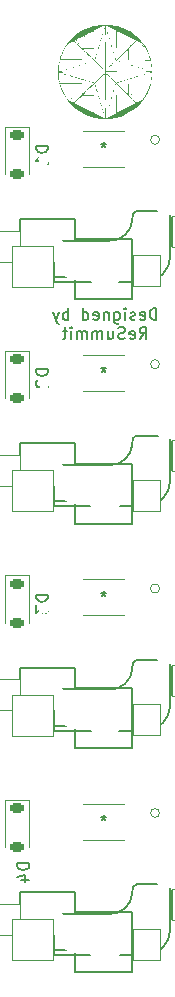
<source format=gbo>
G04 #@! TF.GenerationSoftware,KiCad,Pcbnew,7.0.8*
G04 #@! TF.CreationDate,2023-10-17T04:22:42-07:00*
G04 #@! TF.ProjectId,Seismos_4-Key,53656973-6d6f-4735-9f34-2d4b65792e6b,rev?*
G04 #@! TF.SameCoordinates,Original*
G04 #@! TF.FileFunction,Legend,Bot*
G04 #@! TF.FilePolarity,Positive*
%FSLAX46Y46*%
G04 Gerber Fmt 4.6, Leading zero omitted, Abs format (unit mm)*
G04 Created by KiCad (PCBNEW 7.0.8) date 2023-10-17 04:22:42*
%MOMM*%
%LPD*%
G01*
G04 APERTURE LIST*
G04 Aperture macros list*
%AMRoundRect*
0 Rectangle with rounded corners*
0 $1 Rounding radius*
0 $2 $3 $4 $5 $6 $7 $8 $9 X,Y pos of 4 corners*
0 Add a 4 corners polygon primitive as box body*
4,1,4,$2,$3,$4,$5,$6,$7,$8,$9,$2,$3,0*
0 Add four circle primitives for the rounded corners*
1,1,$1+$1,$2,$3*
1,1,$1+$1,$4,$5*
1,1,$1+$1,$6,$7*
1,1,$1+$1,$8,$9*
0 Add four rect primitives between the rounded corners*
20,1,$1+$1,$2,$3,$4,$5,0*
20,1,$1+$1,$4,$5,$6,$7,0*
20,1,$1+$1,$6,$7,$8,$9,0*
20,1,$1+$1,$8,$9,$2,$3,0*%
G04 Aperture macros list end*
%ADD10C,0.150000*%
%ADD11C,0.120000*%
%ADD12C,2.300000*%
%ADD13C,1.000000*%
%ADD14C,3.000000*%
%ADD15C,4.000000*%
%ADD16R,1.750000X0.812800*%
%ADD17RoundRect,0.063500X-1.150000X-1.300000X1.150000X-1.300000X1.150000X1.300000X-1.150000X1.300000X0*%
%ADD18RoundRect,0.063500X-1.750000X-1.750000X1.750000X-1.750000X1.750000X1.750000X-1.750000X1.750000X0*%
%ADD19RoundRect,0.063500X-1.200000X-1.300000X1.200000X-1.300000X1.200000X1.300000X-1.200000X1.300000X0*%
%ADD20C,3.200000*%
%ADD21RoundRect,0.225000X-0.375000X0.225000X-0.375000X-0.225000X0.375000X-0.225000X0.375000X0.225000X0*%
G04 APERTURE END LIST*
D10*
X51333333Y-51009819D02*
X51333333Y-50009819D01*
X51333333Y-50009819D02*
X51095238Y-50009819D01*
X51095238Y-50009819D02*
X50952381Y-50057438D01*
X50952381Y-50057438D02*
X50857143Y-50152676D01*
X50857143Y-50152676D02*
X50809524Y-50247914D01*
X50809524Y-50247914D02*
X50761905Y-50438390D01*
X50761905Y-50438390D02*
X50761905Y-50581247D01*
X50761905Y-50581247D02*
X50809524Y-50771723D01*
X50809524Y-50771723D02*
X50857143Y-50866961D01*
X50857143Y-50866961D02*
X50952381Y-50962200D01*
X50952381Y-50962200D02*
X51095238Y-51009819D01*
X51095238Y-51009819D02*
X51333333Y-51009819D01*
X49952381Y-50962200D02*
X50047619Y-51009819D01*
X50047619Y-51009819D02*
X50238095Y-51009819D01*
X50238095Y-51009819D02*
X50333333Y-50962200D01*
X50333333Y-50962200D02*
X50380952Y-50866961D01*
X50380952Y-50866961D02*
X50380952Y-50486009D01*
X50380952Y-50486009D02*
X50333333Y-50390771D01*
X50333333Y-50390771D02*
X50238095Y-50343152D01*
X50238095Y-50343152D02*
X50047619Y-50343152D01*
X50047619Y-50343152D02*
X49952381Y-50390771D01*
X49952381Y-50390771D02*
X49904762Y-50486009D01*
X49904762Y-50486009D02*
X49904762Y-50581247D01*
X49904762Y-50581247D02*
X50380952Y-50676485D01*
X49523809Y-50962200D02*
X49428571Y-51009819D01*
X49428571Y-51009819D02*
X49238095Y-51009819D01*
X49238095Y-51009819D02*
X49142857Y-50962200D01*
X49142857Y-50962200D02*
X49095238Y-50866961D01*
X49095238Y-50866961D02*
X49095238Y-50819342D01*
X49095238Y-50819342D02*
X49142857Y-50724104D01*
X49142857Y-50724104D02*
X49238095Y-50676485D01*
X49238095Y-50676485D02*
X49380952Y-50676485D01*
X49380952Y-50676485D02*
X49476190Y-50628866D01*
X49476190Y-50628866D02*
X49523809Y-50533628D01*
X49523809Y-50533628D02*
X49523809Y-50486009D01*
X49523809Y-50486009D02*
X49476190Y-50390771D01*
X49476190Y-50390771D02*
X49380952Y-50343152D01*
X49380952Y-50343152D02*
X49238095Y-50343152D01*
X49238095Y-50343152D02*
X49142857Y-50390771D01*
X48666666Y-51009819D02*
X48666666Y-50343152D01*
X48666666Y-50009819D02*
X48714285Y-50057438D01*
X48714285Y-50057438D02*
X48666666Y-50105057D01*
X48666666Y-50105057D02*
X48619047Y-50057438D01*
X48619047Y-50057438D02*
X48666666Y-50009819D01*
X48666666Y-50009819D02*
X48666666Y-50105057D01*
X47761905Y-50343152D02*
X47761905Y-51152676D01*
X47761905Y-51152676D02*
X47809524Y-51247914D01*
X47809524Y-51247914D02*
X47857143Y-51295533D01*
X47857143Y-51295533D02*
X47952381Y-51343152D01*
X47952381Y-51343152D02*
X48095238Y-51343152D01*
X48095238Y-51343152D02*
X48190476Y-51295533D01*
X47761905Y-50962200D02*
X47857143Y-51009819D01*
X47857143Y-51009819D02*
X48047619Y-51009819D01*
X48047619Y-51009819D02*
X48142857Y-50962200D01*
X48142857Y-50962200D02*
X48190476Y-50914580D01*
X48190476Y-50914580D02*
X48238095Y-50819342D01*
X48238095Y-50819342D02*
X48238095Y-50533628D01*
X48238095Y-50533628D02*
X48190476Y-50438390D01*
X48190476Y-50438390D02*
X48142857Y-50390771D01*
X48142857Y-50390771D02*
X48047619Y-50343152D01*
X48047619Y-50343152D02*
X47857143Y-50343152D01*
X47857143Y-50343152D02*
X47761905Y-50390771D01*
X47285714Y-50343152D02*
X47285714Y-51009819D01*
X47285714Y-50438390D02*
X47238095Y-50390771D01*
X47238095Y-50390771D02*
X47142857Y-50343152D01*
X47142857Y-50343152D02*
X47000000Y-50343152D01*
X47000000Y-50343152D02*
X46904762Y-50390771D01*
X46904762Y-50390771D02*
X46857143Y-50486009D01*
X46857143Y-50486009D02*
X46857143Y-51009819D01*
X46000000Y-50962200D02*
X46095238Y-51009819D01*
X46095238Y-51009819D02*
X46285714Y-51009819D01*
X46285714Y-51009819D02*
X46380952Y-50962200D01*
X46380952Y-50962200D02*
X46428571Y-50866961D01*
X46428571Y-50866961D02*
X46428571Y-50486009D01*
X46428571Y-50486009D02*
X46380952Y-50390771D01*
X46380952Y-50390771D02*
X46285714Y-50343152D01*
X46285714Y-50343152D02*
X46095238Y-50343152D01*
X46095238Y-50343152D02*
X46000000Y-50390771D01*
X46000000Y-50390771D02*
X45952381Y-50486009D01*
X45952381Y-50486009D02*
X45952381Y-50581247D01*
X45952381Y-50581247D02*
X46428571Y-50676485D01*
X45095238Y-51009819D02*
X45095238Y-50009819D01*
X45095238Y-50962200D02*
X45190476Y-51009819D01*
X45190476Y-51009819D02*
X45380952Y-51009819D01*
X45380952Y-51009819D02*
X45476190Y-50962200D01*
X45476190Y-50962200D02*
X45523809Y-50914580D01*
X45523809Y-50914580D02*
X45571428Y-50819342D01*
X45571428Y-50819342D02*
X45571428Y-50533628D01*
X45571428Y-50533628D02*
X45523809Y-50438390D01*
X45523809Y-50438390D02*
X45476190Y-50390771D01*
X45476190Y-50390771D02*
X45380952Y-50343152D01*
X45380952Y-50343152D02*
X45190476Y-50343152D01*
X45190476Y-50343152D02*
X45095238Y-50390771D01*
X43857142Y-51009819D02*
X43857142Y-50009819D01*
X43857142Y-50390771D02*
X43761904Y-50343152D01*
X43761904Y-50343152D02*
X43571428Y-50343152D01*
X43571428Y-50343152D02*
X43476190Y-50390771D01*
X43476190Y-50390771D02*
X43428571Y-50438390D01*
X43428571Y-50438390D02*
X43380952Y-50533628D01*
X43380952Y-50533628D02*
X43380952Y-50819342D01*
X43380952Y-50819342D02*
X43428571Y-50914580D01*
X43428571Y-50914580D02*
X43476190Y-50962200D01*
X43476190Y-50962200D02*
X43571428Y-51009819D01*
X43571428Y-51009819D02*
X43761904Y-51009819D01*
X43761904Y-51009819D02*
X43857142Y-50962200D01*
X43047618Y-50343152D02*
X42809523Y-51009819D01*
X42571428Y-50343152D02*
X42809523Y-51009819D01*
X42809523Y-51009819D02*
X42904761Y-51247914D01*
X42904761Y-51247914D02*
X42952380Y-51295533D01*
X42952380Y-51295533D02*
X43047618Y-51343152D01*
X49904761Y-52619819D02*
X50238094Y-52143628D01*
X50476189Y-52619819D02*
X50476189Y-51619819D01*
X50476189Y-51619819D02*
X50095237Y-51619819D01*
X50095237Y-51619819D02*
X49999999Y-51667438D01*
X49999999Y-51667438D02*
X49952380Y-51715057D01*
X49952380Y-51715057D02*
X49904761Y-51810295D01*
X49904761Y-51810295D02*
X49904761Y-51953152D01*
X49904761Y-51953152D02*
X49952380Y-52048390D01*
X49952380Y-52048390D02*
X49999999Y-52096009D01*
X49999999Y-52096009D02*
X50095237Y-52143628D01*
X50095237Y-52143628D02*
X50476189Y-52143628D01*
X49095237Y-52572200D02*
X49190475Y-52619819D01*
X49190475Y-52619819D02*
X49380951Y-52619819D01*
X49380951Y-52619819D02*
X49476189Y-52572200D01*
X49476189Y-52572200D02*
X49523808Y-52476961D01*
X49523808Y-52476961D02*
X49523808Y-52096009D01*
X49523808Y-52096009D02*
X49476189Y-52000771D01*
X49476189Y-52000771D02*
X49380951Y-51953152D01*
X49380951Y-51953152D02*
X49190475Y-51953152D01*
X49190475Y-51953152D02*
X49095237Y-52000771D01*
X49095237Y-52000771D02*
X49047618Y-52096009D01*
X49047618Y-52096009D02*
X49047618Y-52191247D01*
X49047618Y-52191247D02*
X49523808Y-52286485D01*
X48666665Y-52572200D02*
X48523808Y-52619819D01*
X48523808Y-52619819D02*
X48285713Y-52619819D01*
X48285713Y-52619819D02*
X48190475Y-52572200D01*
X48190475Y-52572200D02*
X48142856Y-52524580D01*
X48142856Y-52524580D02*
X48095237Y-52429342D01*
X48095237Y-52429342D02*
X48095237Y-52334104D01*
X48095237Y-52334104D02*
X48142856Y-52238866D01*
X48142856Y-52238866D02*
X48190475Y-52191247D01*
X48190475Y-52191247D02*
X48285713Y-52143628D01*
X48285713Y-52143628D02*
X48476189Y-52096009D01*
X48476189Y-52096009D02*
X48571427Y-52048390D01*
X48571427Y-52048390D02*
X48619046Y-52000771D01*
X48619046Y-52000771D02*
X48666665Y-51905533D01*
X48666665Y-51905533D02*
X48666665Y-51810295D01*
X48666665Y-51810295D02*
X48619046Y-51715057D01*
X48619046Y-51715057D02*
X48571427Y-51667438D01*
X48571427Y-51667438D02*
X48476189Y-51619819D01*
X48476189Y-51619819D02*
X48238094Y-51619819D01*
X48238094Y-51619819D02*
X48095237Y-51667438D01*
X47238094Y-51953152D02*
X47238094Y-52619819D01*
X47666665Y-51953152D02*
X47666665Y-52476961D01*
X47666665Y-52476961D02*
X47619046Y-52572200D01*
X47619046Y-52572200D02*
X47523808Y-52619819D01*
X47523808Y-52619819D02*
X47380951Y-52619819D01*
X47380951Y-52619819D02*
X47285713Y-52572200D01*
X47285713Y-52572200D02*
X47238094Y-52524580D01*
X46761903Y-52619819D02*
X46761903Y-51953152D01*
X46761903Y-52048390D02*
X46714284Y-52000771D01*
X46714284Y-52000771D02*
X46619046Y-51953152D01*
X46619046Y-51953152D02*
X46476189Y-51953152D01*
X46476189Y-51953152D02*
X46380951Y-52000771D01*
X46380951Y-52000771D02*
X46333332Y-52096009D01*
X46333332Y-52096009D02*
X46333332Y-52619819D01*
X46333332Y-52096009D02*
X46285713Y-52000771D01*
X46285713Y-52000771D02*
X46190475Y-51953152D01*
X46190475Y-51953152D02*
X46047618Y-51953152D01*
X46047618Y-51953152D02*
X45952379Y-52000771D01*
X45952379Y-52000771D02*
X45904760Y-52096009D01*
X45904760Y-52096009D02*
X45904760Y-52619819D01*
X45428570Y-52619819D02*
X45428570Y-51953152D01*
X45428570Y-52048390D02*
X45380951Y-52000771D01*
X45380951Y-52000771D02*
X45285713Y-51953152D01*
X45285713Y-51953152D02*
X45142856Y-51953152D01*
X45142856Y-51953152D02*
X45047618Y-52000771D01*
X45047618Y-52000771D02*
X44999999Y-52096009D01*
X44999999Y-52096009D02*
X44999999Y-52619819D01*
X44999999Y-52096009D02*
X44952380Y-52000771D01*
X44952380Y-52000771D02*
X44857142Y-51953152D01*
X44857142Y-51953152D02*
X44714285Y-51953152D01*
X44714285Y-51953152D02*
X44619046Y-52000771D01*
X44619046Y-52000771D02*
X44571427Y-52096009D01*
X44571427Y-52096009D02*
X44571427Y-52619819D01*
X44095237Y-52619819D02*
X44095237Y-51953152D01*
X44095237Y-51619819D02*
X44142856Y-51667438D01*
X44142856Y-51667438D02*
X44095237Y-51715057D01*
X44095237Y-51715057D02*
X44047618Y-51667438D01*
X44047618Y-51667438D02*
X44095237Y-51619819D01*
X44095237Y-51619819D02*
X44095237Y-51715057D01*
X43761904Y-51953152D02*
X43380952Y-51953152D01*
X43619047Y-51619819D02*
X43619047Y-52476961D01*
X43619047Y-52476961D02*
X43571428Y-52572200D01*
X43571428Y-52572200D02*
X43476190Y-52619819D01*
X43476190Y-52619819D02*
X43380952Y-52619819D01*
X46849999Y-54959019D02*
X46849999Y-55197114D01*
X47088094Y-55101876D02*
X46849999Y-55197114D01*
X46849999Y-55197114D02*
X46611904Y-55101876D01*
X46992856Y-55387590D02*
X46849999Y-55197114D01*
X46849999Y-55197114D02*
X46707142Y-55387590D01*
X46849999Y-35959019D02*
X46849999Y-36197114D01*
X47088094Y-36101876D02*
X46849999Y-36197114D01*
X46849999Y-36197114D02*
X46611904Y-36101876D01*
X46992856Y-36387590D02*
X46849999Y-36197114D01*
X46849999Y-36197114D02*
X46707142Y-36387590D01*
X46849999Y-73959019D02*
X46849999Y-74197114D01*
X47088094Y-74101876D02*
X46849999Y-74197114D01*
X46849999Y-74197114D02*
X46611904Y-74101876D01*
X46992856Y-74387590D02*
X46849999Y-74197114D01*
X46849999Y-74197114D02*
X46707142Y-74387590D01*
X46849999Y-92959019D02*
X46849999Y-93197114D01*
X47088094Y-93101876D02*
X46849999Y-93197114D01*
X46849999Y-93197114D02*
X46611904Y-93101876D01*
X46992856Y-93387590D02*
X46849999Y-93197114D01*
X46849999Y-93197114D02*
X46707142Y-93387590D01*
X42154819Y-55181905D02*
X41154819Y-55181905D01*
X41154819Y-55181905D02*
X41154819Y-55420000D01*
X41154819Y-55420000D02*
X41202438Y-55562857D01*
X41202438Y-55562857D02*
X41297676Y-55658095D01*
X41297676Y-55658095D02*
X41392914Y-55705714D01*
X41392914Y-55705714D02*
X41583390Y-55753333D01*
X41583390Y-55753333D02*
X41726247Y-55753333D01*
X41726247Y-55753333D02*
X41916723Y-55705714D01*
X41916723Y-55705714D02*
X42011961Y-55658095D01*
X42011961Y-55658095D02*
X42107200Y-55562857D01*
X42107200Y-55562857D02*
X42154819Y-55420000D01*
X42154819Y-55420000D02*
X42154819Y-55181905D01*
X41250057Y-56134286D02*
X41202438Y-56181905D01*
X41202438Y-56181905D02*
X41154819Y-56277143D01*
X41154819Y-56277143D02*
X41154819Y-56515238D01*
X41154819Y-56515238D02*
X41202438Y-56610476D01*
X41202438Y-56610476D02*
X41250057Y-56658095D01*
X41250057Y-56658095D02*
X41345295Y-56705714D01*
X41345295Y-56705714D02*
X41440533Y-56705714D01*
X41440533Y-56705714D02*
X41583390Y-56658095D01*
X41583390Y-56658095D02*
X42154819Y-56086667D01*
X42154819Y-56086667D02*
X42154819Y-56705714D01*
X40554819Y-97011905D02*
X39554819Y-97011905D01*
X39554819Y-97011905D02*
X39554819Y-97250000D01*
X39554819Y-97250000D02*
X39602438Y-97392857D01*
X39602438Y-97392857D02*
X39697676Y-97488095D01*
X39697676Y-97488095D02*
X39792914Y-97535714D01*
X39792914Y-97535714D02*
X39983390Y-97583333D01*
X39983390Y-97583333D02*
X40126247Y-97583333D01*
X40126247Y-97583333D02*
X40316723Y-97535714D01*
X40316723Y-97535714D02*
X40411961Y-97488095D01*
X40411961Y-97488095D02*
X40507200Y-97392857D01*
X40507200Y-97392857D02*
X40554819Y-97250000D01*
X40554819Y-97250000D02*
X40554819Y-97011905D01*
X39888152Y-98440476D02*
X40554819Y-98440476D01*
X39507200Y-98202381D02*
X40221485Y-97964286D01*
X40221485Y-97964286D02*
X40221485Y-98583333D01*
X42144819Y-36281905D02*
X41144819Y-36281905D01*
X41144819Y-36281905D02*
X41144819Y-36520000D01*
X41144819Y-36520000D02*
X41192438Y-36662857D01*
X41192438Y-36662857D02*
X41287676Y-36758095D01*
X41287676Y-36758095D02*
X41382914Y-36805714D01*
X41382914Y-36805714D02*
X41573390Y-36853333D01*
X41573390Y-36853333D02*
X41716247Y-36853333D01*
X41716247Y-36853333D02*
X41906723Y-36805714D01*
X41906723Y-36805714D02*
X42001961Y-36758095D01*
X42001961Y-36758095D02*
X42097200Y-36662857D01*
X42097200Y-36662857D02*
X42144819Y-36520000D01*
X42144819Y-36520000D02*
X42144819Y-36281905D01*
X42144819Y-37805714D02*
X42144819Y-37234286D01*
X42144819Y-37520000D02*
X41144819Y-37520000D01*
X41144819Y-37520000D02*
X41287676Y-37424762D01*
X41287676Y-37424762D02*
X41382914Y-37329524D01*
X41382914Y-37329524D02*
X41430533Y-37234286D01*
X42154819Y-74281905D02*
X41154819Y-74281905D01*
X41154819Y-74281905D02*
X41154819Y-74520000D01*
X41154819Y-74520000D02*
X41202438Y-74662857D01*
X41202438Y-74662857D02*
X41297676Y-74758095D01*
X41297676Y-74758095D02*
X41392914Y-74805714D01*
X41392914Y-74805714D02*
X41583390Y-74853333D01*
X41583390Y-74853333D02*
X41726247Y-74853333D01*
X41726247Y-74853333D02*
X41916723Y-74805714D01*
X41916723Y-74805714D02*
X42011961Y-74758095D01*
X42011961Y-74758095D02*
X42107200Y-74662857D01*
X42107200Y-74662857D02*
X42154819Y-74520000D01*
X42154819Y-74520000D02*
X42154819Y-74281905D01*
X41154819Y-75186667D02*
X41154819Y-75805714D01*
X41154819Y-75805714D02*
X41535771Y-75472381D01*
X41535771Y-75472381D02*
X41535771Y-75615238D01*
X41535771Y-75615238D02*
X41583390Y-75710476D01*
X41583390Y-75710476D02*
X41631009Y-75758095D01*
X41631009Y-75758095D02*
X41726247Y-75805714D01*
X41726247Y-75805714D02*
X41964342Y-75805714D01*
X41964342Y-75805714D02*
X42059580Y-75758095D01*
X42059580Y-75758095D02*
X42107200Y-75710476D01*
X42107200Y-75710476D02*
X42154819Y-75615238D01*
X42154819Y-75615238D02*
X42154819Y-75329524D01*
X42154819Y-75329524D02*
X42107200Y-75234286D01*
X42107200Y-75234286D02*
X42059580Y-75186667D01*
X39750000Y-61450000D02*
X39750000Y-66350000D01*
X39750000Y-66350000D02*
X44460000Y-66350000D01*
X42700000Y-66800000D02*
X42700000Y-63850000D01*
X43300000Y-63300000D02*
X47300000Y-63300000D01*
X44460000Y-61450000D02*
X39750000Y-61450000D01*
X44460000Y-63175000D02*
X44460000Y-61450000D01*
X44460000Y-66350000D02*
X44460000Y-68250000D01*
X44460000Y-68250000D02*
X49250000Y-68250000D01*
D11*
X45122800Y-57028200D02*
X48577200Y-57028200D01*
X48577200Y-53980200D02*
X45122800Y-53980200D01*
D10*
X49250000Y-63175000D02*
X44460000Y-63175000D01*
X49250000Y-68250000D02*
X49250000Y-63175000D01*
X49300000Y-61500000D02*
X49300000Y-61350000D01*
X49650000Y-60800000D02*
X52500000Y-60800000D01*
X50300000Y-66800000D02*
X42700000Y-66800000D01*
X52500000Y-60800000D02*
X52500000Y-64600000D01*
X43300000Y-63300000D02*
G75*
G03*
X42700000Y-63850000I-25000J-575000D01*
G01*
X47300000Y-63299999D02*
G75*
G03*
X49299998Y-61499999I99998J1900000D01*
G01*
X49650000Y-60800000D02*
G75*
G03*
X49300000Y-61350000I100000J-450000D01*
G01*
X50300000Y-66800000D02*
G75*
G03*
X52500000Y-64600000I0J2200000D01*
G01*
D11*
X51593200Y-54754900D02*
G75*
G03*
X51593200Y-54754900I-381000J0D01*
G01*
D10*
X39750000Y-42450000D02*
X39750000Y-47350000D01*
X39750000Y-47350000D02*
X44460000Y-47350000D01*
X42700000Y-47800000D02*
X42700000Y-44850000D01*
X43300000Y-44300000D02*
X47300000Y-44300000D01*
X44460000Y-42450000D02*
X39750000Y-42450000D01*
X44460000Y-44175000D02*
X44460000Y-42450000D01*
X44460000Y-47350000D02*
X44460000Y-49250000D01*
X44460000Y-49250000D02*
X49250000Y-49250000D01*
D11*
X45122800Y-38028200D02*
X48577200Y-38028200D01*
X48577200Y-34980200D02*
X45122800Y-34980200D01*
D10*
X49250000Y-44175000D02*
X44460000Y-44175000D01*
X49250000Y-49250000D02*
X49250000Y-44175000D01*
X49300000Y-42500000D02*
X49300000Y-42350000D01*
X49650000Y-41800000D02*
X52500000Y-41800000D01*
X50300000Y-47800000D02*
X42700000Y-47800000D01*
X52500000Y-41800000D02*
X52500000Y-45600000D01*
X43300000Y-44300000D02*
G75*
G03*
X42700000Y-44850000I-25000J-575000D01*
G01*
X47300000Y-44299999D02*
G75*
G03*
X49299998Y-42499999I99998J1900000D01*
G01*
X49650000Y-41800000D02*
G75*
G03*
X49300000Y-42350000I100000J-450000D01*
G01*
X50300000Y-47800000D02*
G75*
G03*
X52500000Y-45600000I0J2200000D01*
G01*
D11*
X51593200Y-35754900D02*
G75*
G03*
X51593200Y-35754900I-381000J0D01*
G01*
D10*
X39750000Y-80450000D02*
X39750000Y-85350000D01*
X39750000Y-85350000D02*
X44460000Y-85350000D01*
X42700000Y-85800000D02*
X42700000Y-82850000D01*
X43300000Y-82300000D02*
X47300000Y-82300000D01*
X44460000Y-80450000D02*
X39750000Y-80450000D01*
X44460000Y-82175000D02*
X44460000Y-80450000D01*
X44460000Y-85350000D02*
X44460000Y-87250000D01*
X44460000Y-87250000D02*
X49250000Y-87250000D01*
D11*
X45122800Y-76028200D02*
X48577200Y-76028200D01*
X48577200Y-72980200D02*
X45122800Y-72980200D01*
D10*
X49250000Y-82175000D02*
X44460000Y-82175000D01*
X49250000Y-87250000D02*
X49250000Y-82175000D01*
X49300000Y-80500000D02*
X49300000Y-80350000D01*
X49650000Y-79800000D02*
X52500000Y-79800000D01*
X50300000Y-85800000D02*
X42700000Y-85800000D01*
X52500000Y-79800000D02*
X52500000Y-83600000D01*
X43300000Y-82300000D02*
G75*
G03*
X42700000Y-82850000I-25000J-575000D01*
G01*
X47300000Y-82299999D02*
G75*
G03*
X49299998Y-80499999I99998J1900000D01*
G01*
X49650000Y-79800000D02*
G75*
G03*
X49300000Y-80350000I100000J-450000D01*
G01*
X50300000Y-85800000D02*
G75*
G03*
X52500000Y-83600000I0J2200000D01*
G01*
D11*
X51593200Y-73754900D02*
G75*
G03*
X51593200Y-73754900I-381000J0D01*
G01*
D10*
X39750000Y-99450000D02*
X39750000Y-104350000D01*
X39750000Y-104350000D02*
X44460000Y-104350000D01*
X42700000Y-104800000D02*
X42700000Y-101850000D01*
X43300000Y-101300000D02*
X47300000Y-101300000D01*
X44460000Y-99450000D02*
X39750000Y-99450000D01*
X44460000Y-101175000D02*
X44460000Y-99450000D01*
X44460000Y-104350000D02*
X44460000Y-106250000D01*
X44460000Y-106250000D02*
X49250000Y-106250000D01*
D11*
X45122800Y-95028200D02*
X48577200Y-95028200D01*
X48577200Y-91980200D02*
X45122800Y-91980200D01*
D10*
X49250000Y-101175000D02*
X44460000Y-101175000D01*
X49250000Y-106250000D02*
X49250000Y-101175000D01*
X49300000Y-99500000D02*
X49300000Y-99350000D01*
X49650000Y-98800000D02*
X52500000Y-98800000D01*
X50300000Y-104800000D02*
X42700000Y-104800000D01*
X52500000Y-98800000D02*
X52500000Y-102600000D01*
X43300000Y-101300000D02*
G75*
G03*
X42700000Y-101850000I-25000J-575000D01*
G01*
X47300000Y-101299999D02*
G75*
G03*
X49299998Y-99499999I99998J1900000D01*
G01*
X49650000Y-98800000D02*
G75*
G03*
X49300000Y-99350000I100000J-450000D01*
G01*
X50300000Y-104800000D02*
G75*
G03*
X52500000Y-102600000I0J2200000D01*
G01*
D11*
X51593200Y-92754900D02*
G75*
G03*
X51593200Y-92754900I-381000J0D01*
G01*
X40500000Y-53640000D02*
X40500000Y-57650000D01*
X38500000Y-53640000D02*
X40500000Y-53640000D01*
X38500000Y-53640000D02*
X38500000Y-57650000D01*
X40500000Y-91640000D02*
X40500000Y-95650000D01*
X38500000Y-91640000D02*
X40500000Y-91640000D01*
X38500000Y-91640000D02*
X38500000Y-95650000D01*
X40500000Y-34640000D02*
X40500000Y-38650000D01*
X38500000Y-34640000D02*
X40500000Y-34640000D01*
X38500000Y-34640000D02*
X38500000Y-38650000D01*
G36*
X50673230Y-28632308D02*
G01*
X50665415Y-28640124D01*
X50657600Y-28632308D01*
X50665415Y-28624493D01*
X50673230Y-28632308D01*
G37*
G36*
X50376246Y-31961662D02*
G01*
X50368430Y-31969477D01*
X50360615Y-31961662D01*
X50368430Y-31953847D01*
X50376246Y-31961662D01*
G37*
G36*
X50298092Y-27913293D02*
G01*
X50290276Y-27921108D01*
X50282461Y-27913293D01*
X50290276Y-27905477D01*
X50298092Y-27913293D01*
G37*
G36*
X50173046Y-27991447D02*
G01*
X50165230Y-27999262D01*
X50157415Y-27991447D01*
X50165230Y-27983631D01*
X50173046Y-27991447D01*
G37*
G36*
X50048000Y-32227385D02*
G01*
X50040184Y-32235200D01*
X50032369Y-32227385D01*
X50040184Y-32219570D01*
X50048000Y-32227385D01*
G37*
G36*
X50048000Y-27694462D02*
G01*
X50040184Y-27702277D01*
X50032369Y-27694462D01*
X50040184Y-27686647D01*
X50048000Y-27694462D01*
G37*
G36*
X49829169Y-27647570D02*
G01*
X49821353Y-27655385D01*
X49813538Y-27647570D01*
X49821353Y-27639754D01*
X49829169Y-27647570D01*
G37*
G36*
X49235200Y-27944554D02*
G01*
X49227384Y-27952370D01*
X49219569Y-27944554D01*
X49227384Y-27936739D01*
X49235200Y-27944554D01*
G37*
G36*
X49235200Y-27225539D02*
G01*
X49227384Y-27233354D01*
X49219569Y-27225539D01*
X49227384Y-27217724D01*
X49235200Y-27225539D01*
G37*
G36*
X49141415Y-27772616D02*
G01*
X49133600Y-27780431D01*
X49125784Y-27772616D01*
X49133600Y-27764800D01*
X49141415Y-27772616D01*
G37*
G36*
X49094523Y-32258647D02*
G01*
X49086707Y-32266462D01*
X49078892Y-32258647D01*
X49086707Y-32250831D01*
X49094523Y-32258647D01*
G37*
G36*
X49016369Y-27819508D02*
G01*
X49008553Y-27827324D01*
X49000738Y-27819508D01*
X49008553Y-27811693D01*
X49016369Y-27819508D01*
G37*
G36*
X48547446Y-26881662D02*
G01*
X48539630Y-26889477D01*
X48531815Y-26881662D01*
X48539630Y-26873847D01*
X48547446Y-26881662D01*
G37*
G36*
X45984000Y-33212124D02*
G01*
X45976184Y-33219939D01*
X45968369Y-33212124D01*
X45976184Y-33204308D01*
X45984000Y-33212124D01*
G37*
G36*
X45812061Y-26959816D02*
G01*
X45804246Y-26967631D01*
X45796430Y-26959816D01*
X45804246Y-26952000D01*
X45812061Y-26959816D01*
G37*
G36*
X45733907Y-27006708D02*
G01*
X45726092Y-27014524D01*
X45718276Y-27006708D01*
X45726092Y-26998893D01*
X45733907Y-27006708D01*
G37*
G36*
X45468184Y-33071447D02*
G01*
X45460369Y-33079262D01*
X45452553Y-33071447D01*
X45460369Y-33063631D01*
X45468184Y-33071447D01*
G37*
G36*
X45218092Y-32133600D02*
G01*
X45210276Y-32141416D01*
X45202461Y-32133600D01*
X45210276Y-32125785D01*
X45218092Y-32133600D01*
G37*
G36*
X45124307Y-27819508D02*
G01*
X45116492Y-27827324D01*
X45108676Y-27819508D01*
X45116492Y-27811693D01*
X45124307Y-27819508D01*
G37*
G36*
X45124307Y-27303693D02*
G01*
X45116492Y-27311508D01*
X45108676Y-27303693D01*
X45116492Y-27295877D01*
X45124307Y-27303693D01*
G37*
G36*
X45046153Y-27350585D02*
G01*
X45038338Y-27358400D01*
X45030523Y-27350585D01*
X45038338Y-27342770D01*
X45046153Y-27350585D01*
G37*
G36*
X44655384Y-27819508D02*
G01*
X44647569Y-27827324D01*
X44639753Y-27819508D01*
X44647569Y-27811693D01*
X44655384Y-27819508D01*
G37*
G36*
X44405292Y-27569416D02*
G01*
X44397476Y-27577231D01*
X44389661Y-27569416D01*
X44397476Y-27561600D01*
X44405292Y-27569416D01*
G37*
G36*
X44358400Y-27522524D02*
G01*
X44350584Y-27530339D01*
X44342769Y-27522524D01*
X44350584Y-27514708D01*
X44358400Y-27522524D01*
G37*
G36*
X44061415Y-32305539D02*
G01*
X44053600Y-32313354D01*
X44045784Y-32305539D01*
X44053600Y-32297724D01*
X44061415Y-32305539D01*
G37*
G36*
X44014523Y-32227385D02*
G01*
X44006707Y-32235200D01*
X43998892Y-32227385D01*
X44006707Y-32219570D01*
X44014523Y-32227385D01*
G37*
G36*
X43889476Y-27647570D02*
G01*
X43881661Y-27655385D01*
X43873846Y-27647570D01*
X43881661Y-27639754D01*
X43889476Y-27647570D01*
G37*
G36*
X43670646Y-28210277D02*
G01*
X43662830Y-28218093D01*
X43655015Y-28210277D01*
X43662830Y-28202462D01*
X43670646Y-28210277D01*
G37*
G36*
X43420553Y-31320800D02*
G01*
X43412738Y-31328616D01*
X43404923Y-31320800D01*
X43412738Y-31312985D01*
X43420553Y-31320800D01*
G37*
G36*
X43420553Y-28632308D02*
G01*
X43412738Y-28640124D01*
X43404923Y-28632308D01*
X43412738Y-28624493D01*
X43420553Y-28632308D01*
G37*
G36*
X43373661Y-31195754D02*
G01*
X43365846Y-31203570D01*
X43358030Y-31195754D01*
X43365846Y-31187939D01*
X43373661Y-31195754D01*
G37*
G36*
X50683651Y-31318195D02*
G01*
X50686096Y-31322897D01*
X50673230Y-31328616D01*
X50664955Y-31327488D01*
X50662810Y-31318195D01*
X50665101Y-31316325D01*
X50683651Y-31318195D01*
G37*
G36*
X50511712Y-31662072D02*
G01*
X50514158Y-31666774D01*
X50501292Y-31672493D01*
X50493017Y-31671365D01*
X50490871Y-31662072D01*
X50493162Y-31660202D01*
X50511712Y-31662072D01*
G37*
G36*
X50386666Y-28676595D02*
G01*
X50389112Y-28681297D01*
X50376246Y-28687016D01*
X50367971Y-28685888D01*
X50365825Y-28676595D01*
X50368116Y-28674725D01*
X50386666Y-28676595D01*
G37*
G36*
X50214728Y-27816903D02*
G01*
X50217173Y-27821604D01*
X50204307Y-27827324D01*
X50196032Y-27826195D01*
X50193887Y-27816903D01*
X50196178Y-27815032D01*
X50214728Y-27816903D01*
G37*
G36*
X49438400Y-32563447D02*
G01*
X49437272Y-32571721D01*
X49427979Y-32573867D01*
X49426108Y-32571576D01*
X49427979Y-32553026D01*
X49432681Y-32550581D01*
X49438400Y-32563447D01*
G37*
G36*
X49229989Y-32474872D02*
G01*
X49232435Y-32479574D01*
X49219569Y-32485293D01*
X49211294Y-32484165D01*
X49209148Y-32474872D01*
X49211439Y-32473002D01*
X49229989Y-32474872D01*
G37*
G36*
X49016369Y-32438400D02*
G01*
X49015241Y-32446675D01*
X49005948Y-32448821D01*
X49004078Y-32446530D01*
X49005948Y-32427980D01*
X49010650Y-32425535D01*
X49016369Y-32438400D01*
G37*
G36*
X48933005Y-32052841D02*
G01*
X48935450Y-32057543D01*
X48922584Y-32063262D01*
X48914309Y-32062134D01*
X48912164Y-32052841D01*
X48914455Y-32050971D01*
X48933005Y-32052841D01*
G37*
G36*
X48672492Y-32094524D02*
G01*
X48671364Y-32102798D01*
X48662071Y-32104944D01*
X48660201Y-32102653D01*
X48662071Y-32084103D01*
X48666773Y-32081658D01*
X48672492Y-32094524D01*
G37*
G36*
X45296246Y-32907324D02*
G01*
X45295118Y-32915598D01*
X45285825Y-32917744D01*
X45283955Y-32915453D01*
X45285825Y-32896903D01*
X45290527Y-32894458D01*
X45296246Y-32907324D01*
G37*
G36*
X45259774Y-27004103D02*
G01*
X45262219Y-27008804D01*
X45249353Y-27014524D01*
X45241079Y-27013395D01*
X45238933Y-27004103D01*
X45241224Y-27002232D01*
X45259774Y-27004103D01*
G37*
G36*
X44962789Y-28285826D02*
G01*
X44965235Y-28290528D01*
X44952369Y-28296247D01*
X44944094Y-28295119D01*
X44941948Y-28285826D01*
X44944239Y-28283955D01*
X44962789Y-28285826D01*
G37*
G36*
X44921107Y-28890216D02*
G01*
X44919979Y-28898491D01*
X44910687Y-28900636D01*
X44908816Y-28898345D01*
X44910687Y-28879795D01*
X44915388Y-28877350D01*
X44921107Y-28890216D01*
G37*
G36*
X44618912Y-32568657D02*
G01*
X44621358Y-32573358D01*
X44608492Y-32579077D01*
X44600217Y-32577949D01*
X44598071Y-32568657D01*
X44600362Y-32566786D01*
X44618912Y-32568657D01*
G37*
G36*
X44572020Y-27347980D02*
G01*
X44574465Y-27352681D01*
X44561600Y-27358400D01*
X44553325Y-27357272D01*
X44551179Y-27347980D01*
X44553470Y-27346109D01*
X44572020Y-27347980D01*
G37*
G36*
X44530338Y-27780431D02*
G01*
X44529210Y-27788706D01*
X44519918Y-27790852D01*
X44518047Y-27788561D01*
X44519918Y-27770011D01*
X44524619Y-27767565D01*
X44530338Y-27780431D01*
G37*
G36*
X43759220Y-31880903D02*
G01*
X43761665Y-31885604D01*
X43748800Y-31891324D01*
X43740525Y-31890195D01*
X43738379Y-31880903D01*
X43740670Y-31879032D01*
X43759220Y-31880903D01*
G37*
G36*
X43634174Y-28113888D02*
G01*
X43636619Y-28118589D01*
X43623753Y-28124308D01*
X43615479Y-28123180D01*
X43613333Y-28113888D01*
X43615624Y-28112017D01*
X43634174Y-28113888D01*
G37*
G36*
X43587282Y-28160780D02*
G01*
X43589727Y-28165481D01*
X43576861Y-28171200D01*
X43568586Y-28170072D01*
X43566441Y-28160780D01*
X43568732Y-28158909D01*
X43587282Y-28160780D01*
G37*
G36*
X43556020Y-28332718D02*
G01*
X43558465Y-28337420D01*
X43545600Y-28343139D01*
X43537325Y-28342011D01*
X43535179Y-28332718D01*
X43537470Y-28330848D01*
X43556020Y-28332718D01*
G37*
G36*
X43462235Y-28801641D02*
G01*
X43464681Y-28806343D01*
X43451815Y-28812062D01*
X43443540Y-28810934D01*
X43441394Y-28801641D01*
X43443685Y-28799771D01*
X43462235Y-28801641D01*
G37*
G36*
X43462235Y-28551549D02*
G01*
X43464681Y-28556251D01*
X43451815Y-28561970D01*
X43443540Y-28560842D01*
X43441394Y-28551549D01*
X43443685Y-28549678D01*
X43462235Y-28551549D01*
G37*
G36*
X49539842Y-32391253D02*
G01*
X49541390Y-32399448D01*
X49525291Y-32407139D01*
X49517399Y-32406833D01*
X49501614Y-32399450D01*
X49515473Y-32384360D01*
X49521109Y-32382236D01*
X49539842Y-32391253D01*
G37*
G36*
X49321011Y-32688238D02*
G01*
X49322559Y-32696433D01*
X49306461Y-32704124D01*
X49298569Y-32703818D01*
X49282783Y-32696434D01*
X49296643Y-32681345D01*
X49302279Y-32679221D01*
X49321011Y-32688238D01*
G37*
G36*
X50254936Y-27843408D02*
G01*
X50266830Y-27858585D01*
X50266376Y-27862321D01*
X50251200Y-27874216D01*
X50247463Y-27873762D01*
X50235569Y-27858585D01*
X50236023Y-27854849D01*
X50251200Y-27842954D01*
X50254936Y-27843408D01*
G37*
G36*
X50161030Y-27765401D02*
G01*
X50173046Y-27780431D01*
X50172867Y-27783969D01*
X50166153Y-27796062D01*
X50163645Y-27795343D01*
X50149600Y-27780431D01*
X50147157Y-27774376D01*
X50156492Y-27764800D01*
X50161030Y-27765401D01*
G37*
G36*
X49864166Y-27546424D02*
G01*
X49876061Y-27561600D01*
X49875607Y-27565337D01*
X49860430Y-27577231D01*
X49856694Y-27576777D01*
X49844800Y-27561600D01*
X49845254Y-27557864D01*
X49860430Y-27545970D01*
X49864166Y-27546424D01*
G37*
G36*
X49739120Y-27468270D02*
G01*
X49751015Y-27483447D01*
X49750561Y-27487183D01*
X49735384Y-27499077D01*
X49731648Y-27498623D01*
X49719753Y-27483447D01*
X49720208Y-27479710D01*
X49735384Y-27467816D01*
X49739120Y-27468270D01*
G37*
G36*
X49432169Y-32329704D02*
G01*
X49446215Y-32344616D01*
X49448657Y-32350671D01*
X49439322Y-32360247D01*
X49434785Y-32359646D01*
X49422769Y-32344616D01*
X49422948Y-32341078D01*
X49429662Y-32328985D01*
X49432169Y-32329704D01*
G37*
G36*
X49260231Y-32032720D02*
G01*
X49274276Y-32047631D01*
X49276719Y-32053686D01*
X49267384Y-32063262D01*
X49262847Y-32062661D01*
X49250830Y-32047631D01*
X49251010Y-32044094D01*
X49257723Y-32032000D01*
X49260231Y-32032720D01*
G37*
G36*
X49223305Y-31907408D02*
G01*
X49235200Y-31922585D01*
X49234745Y-31926321D01*
X49219569Y-31938216D01*
X49215833Y-31937762D01*
X49203938Y-31922585D01*
X49204392Y-31918849D01*
X49219569Y-31906954D01*
X49223305Y-31907408D01*
G37*
G36*
X49098259Y-27202547D02*
G01*
X49110153Y-27217724D01*
X49109699Y-27221460D01*
X49094523Y-27233354D01*
X49090787Y-27232900D01*
X49078892Y-27217724D01*
X49079346Y-27213987D01*
X49094523Y-27202093D01*
X49098259Y-27202547D01*
G37*
G36*
X48963246Y-32204658D02*
G01*
X48977292Y-32219570D01*
X48979734Y-32225624D01*
X48970399Y-32235200D01*
X48965862Y-32234600D01*
X48953846Y-32219570D01*
X48954025Y-32216032D01*
X48960739Y-32203939D01*
X48963246Y-32204658D01*
G37*
G36*
X48879306Y-32079493D02*
G01*
X48891323Y-32094524D01*
X48891143Y-32098061D01*
X48884430Y-32110154D01*
X48881922Y-32109435D01*
X48867876Y-32094524D01*
X48865434Y-32088469D01*
X48874769Y-32078893D01*
X48879306Y-32079493D01*
G37*
G36*
X48679068Y-32892920D02*
G01*
X48680307Y-32907324D01*
X48677099Y-32912001D01*
X48663754Y-32922954D01*
X48662194Y-32922548D01*
X48656861Y-32907324D01*
X48657497Y-32903039D01*
X48673414Y-32891693D01*
X48679068Y-32892920D01*
G37*
G36*
X48666261Y-27843674D02*
G01*
X48680307Y-27858585D01*
X48682750Y-27864640D01*
X48673414Y-27874216D01*
X48668877Y-27873615D01*
X48656861Y-27858585D01*
X48657040Y-27855048D01*
X48663754Y-27842954D01*
X48666261Y-27843674D01*
G37*
G36*
X48410505Y-26858670D02*
G01*
X48422400Y-26873847D01*
X48421945Y-26877583D01*
X48406769Y-26889477D01*
X48403033Y-26889023D01*
X48391138Y-26873847D01*
X48391592Y-26870110D01*
X48406769Y-26858216D01*
X48410505Y-26858670D01*
G37*
G36*
X45768905Y-33236024D02*
G01*
X45780800Y-33251200D01*
X45780345Y-33254937D01*
X45765169Y-33266831D01*
X45761433Y-33266377D01*
X45749538Y-33251200D01*
X45749992Y-33247464D01*
X45765169Y-33235570D01*
X45768905Y-33236024D01*
G37*
G36*
X45722013Y-26905562D02*
G01*
X45733907Y-26920739D01*
X45733453Y-26924475D01*
X45718276Y-26936370D01*
X45714540Y-26935915D01*
X45702646Y-26920739D01*
X45703100Y-26917003D01*
X45718276Y-26905108D01*
X45722013Y-26905562D01*
G37*
G36*
X45646699Y-26781289D02*
G01*
X45647938Y-26795693D01*
X45644730Y-26800370D01*
X45631385Y-26811324D01*
X45629825Y-26810917D01*
X45624492Y-26795693D01*
X45625128Y-26791409D01*
X45641045Y-26780062D01*
X45646699Y-26781289D01*
G37*
G36*
X45081151Y-32892147D02*
G01*
X45093046Y-32907324D01*
X45092592Y-32911060D01*
X45077415Y-32922954D01*
X45073679Y-32922500D01*
X45061784Y-32907324D01*
X45062238Y-32903587D01*
X45077415Y-32891693D01*
X45081151Y-32892147D01*
G37*
G36*
X45034259Y-27249439D02*
G01*
X45046153Y-27264616D01*
X45045699Y-27268352D01*
X45030523Y-27280247D01*
X45026787Y-27279792D01*
X45014892Y-27264616D01*
X45015346Y-27260880D01*
X45030523Y-27248985D01*
X45034259Y-27249439D01*
G37*
G36*
X44958945Y-27125166D02*
G01*
X44960184Y-27139570D01*
X44956976Y-27144247D01*
X44943631Y-27155200D01*
X44942071Y-27154794D01*
X44936738Y-27139570D01*
X44937374Y-27135285D01*
X44953291Y-27123939D01*
X44958945Y-27125166D01*
G37*
G36*
X44909091Y-31954447D02*
G01*
X44921107Y-31969477D01*
X44920928Y-31973015D01*
X44914214Y-31985108D01*
X44911707Y-31984389D01*
X44897661Y-31969477D01*
X44895219Y-31963423D01*
X44904554Y-31953847D01*
X44909091Y-31954447D01*
G37*
G36*
X44912667Y-28142584D02*
G01*
X44921107Y-28163385D01*
X44919344Y-28174171D01*
X44905476Y-28186831D01*
X44898286Y-28184186D01*
X44889846Y-28163385D01*
X44891609Y-28152599D01*
X44905476Y-28139939D01*
X44912667Y-28142584D01*
G37*
G36*
X44862199Y-27984232D02*
G01*
X44874215Y-27999262D01*
X44874036Y-28002799D01*
X44867322Y-28014893D01*
X44864815Y-28014173D01*
X44850769Y-27999262D01*
X44848326Y-27993207D01*
X44857662Y-27983631D01*
X44862199Y-27984232D01*
G37*
G36*
X44774200Y-28015612D02*
G01*
X44788246Y-28030524D01*
X44790688Y-28036578D01*
X44781353Y-28046154D01*
X44776816Y-28045554D01*
X44764800Y-28030524D01*
X44764979Y-28026986D01*
X44771692Y-28014893D01*
X44774200Y-28015612D01*
G37*
G36*
X44774200Y-27843674D02*
G01*
X44788246Y-27858585D01*
X44790688Y-27864640D01*
X44781353Y-27874216D01*
X44776816Y-27873615D01*
X44764800Y-27858585D01*
X44764979Y-27855048D01*
X44771692Y-27842954D01*
X44774200Y-27843674D01*
G37*
G36*
X44737274Y-27593316D02*
G01*
X44749169Y-27608493D01*
X44748715Y-27612229D01*
X44733538Y-27624124D01*
X44729802Y-27623669D01*
X44717907Y-27608493D01*
X44718361Y-27604757D01*
X44733538Y-27592862D01*
X44737274Y-27593316D01*
G37*
G36*
X44649154Y-27546689D02*
G01*
X44663200Y-27561600D01*
X44665642Y-27567655D01*
X44656307Y-27577231D01*
X44651770Y-27576631D01*
X44639753Y-27561600D01*
X44639933Y-27558063D01*
X44646646Y-27545970D01*
X44649154Y-27546689D01*
G37*
G36*
X44565214Y-27984232D02*
G01*
X44577230Y-27999262D01*
X44577051Y-28002799D01*
X44570337Y-28014893D01*
X44567830Y-28014173D01*
X44553784Y-27999262D01*
X44551342Y-27993207D01*
X44560677Y-27983631D01*
X44565214Y-27984232D01*
G37*
G36*
X44146145Y-32252058D02*
G01*
X44147384Y-32266462D01*
X44144176Y-32271140D01*
X44130831Y-32282093D01*
X44129271Y-32281686D01*
X44123938Y-32266462D01*
X44124574Y-32262178D01*
X44140491Y-32250831D01*
X44146145Y-32252058D01*
G37*
G36*
X44096413Y-32329439D02*
G01*
X44108307Y-32344616D01*
X44107853Y-32348352D01*
X44092676Y-32360247D01*
X44088940Y-32359792D01*
X44077046Y-32344616D01*
X44077500Y-32340880D01*
X44092676Y-32328985D01*
X44096413Y-32329439D01*
G37*
G36*
X44018259Y-32376332D02*
G01*
X44030153Y-32391508D01*
X44029699Y-32395244D01*
X44014523Y-32407139D01*
X44010787Y-32406685D01*
X43998892Y-32391508D01*
X43999346Y-32387772D01*
X44014523Y-32375877D01*
X44018259Y-32376332D01*
G37*
G36*
X43705522Y-31954447D02*
G01*
X43717538Y-31969477D01*
X43717359Y-31973015D01*
X43710645Y-31985108D01*
X43708138Y-31984389D01*
X43694092Y-31969477D01*
X43691650Y-31963423D01*
X43700985Y-31953847D01*
X43705522Y-31954447D01*
G37*
G36*
X50549519Y-29814795D02*
G01*
X50571630Y-29828062D01*
X50572045Y-29828806D01*
X50564326Y-29839531D01*
X50532553Y-29843693D01*
X50530243Y-29843678D01*
X50499647Y-29839077D01*
X50493476Y-29828062D01*
X50503016Y-29819823D01*
X50532553Y-29812431D01*
X50549519Y-29814795D01*
G37*
G36*
X47338196Y-32766745D02*
G01*
X47354423Y-32780892D01*
X47359507Y-32821354D01*
X47357924Y-32846759D01*
X47349033Y-32872234D01*
X47335853Y-32870996D01*
X47322467Y-32840893D01*
X47314148Y-32801115D01*
X47317374Y-32774428D01*
X47336061Y-32766647D01*
X47338196Y-32766745D01*
G37*
G36*
X46841362Y-33372567D02*
G01*
X46849003Y-33405824D01*
X46846381Y-33450493D01*
X46837678Y-33478601D01*
X46826146Y-33484282D01*
X46816483Y-33464790D01*
X46812430Y-33423139D01*
X46812799Y-33409133D01*
X46817844Y-33374485D01*
X46826915Y-33360616D01*
X46841362Y-33372567D01*
G37*
G36*
X49290918Y-30484565D02*
G01*
X49335191Y-30489565D01*
X49363039Y-30501565D01*
X49367049Y-30517454D01*
X49360256Y-30523808D01*
X49331625Y-30531678D01*
X49295292Y-30530971D01*
X49264084Y-30522731D01*
X49250830Y-30508000D01*
X49258160Y-30492939D01*
X49288629Y-30484554D01*
X49290918Y-30484565D01*
G37*
G36*
X48244957Y-30834971D02*
G01*
X48255156Y-30841671D01*
X48257815Y-30860439D01*
X48247225Y-30867465D01*
X48216227Y-30872330D01*
X48178506Y-30870777D01*
X48146647Y-30863672D01*
X48133230Y-30851877D01*
X48143657Y-30840806D01*
X48174014Y-30832108D01*
X48211977Y-30829528D01*
X48244957Y-30834971D01*
G37*
G36*
X47870070Y-31018440D02*
G01*
X47875323Y-31061590D01*
X47874619Y-31085162D01*
X47867512Y-31116327D01*
X47850933Y-31125416D01*
X47842187Y-31123968D01*
X47831448Y-31107708D01*
X47831394Y-31068009D01*
X47832963Y-31053965D01*
X47843680Y-31015389D01*
X47857785Y-31003294D01*
X47870070Y-31018440D01*
G37*
G36*
X47100190Y-33627292D02*
G01*
X47107004Y-33657187D01*
X47102988Y-33696712D01*
X47092675Y-33722492D01*
X47077856Y-33735754D01*
X47071627Y-33731807D01*
X47064386Y-33707556D01*
X47063108Y-33672087D01*
X47067749Y-33638139D01*
X47078264Y-33618455D01*
X47085382Y-33616006D01*
X47100190Y-33627292D01*
G37*
G36*
X43758926Y-29772078D02*
G01*
X43769125Y-29778779D01*
X43771784Y-29797547D01*
X43761194Y-29804572D01*
X43730196Y-29809438D01*
X43692476Y-29807885D01*
X43660616Y-29800779D01*
X43647200Y-29788985D01*
X43657626Y-29777913D01*
X43687983Y-29769215D01*
X43725946Y-29766635D01*
X43758926Y-29772078D01*
G37*
G36*
X50732644Y-29860378D02*
G01*
X50768588Y-29866038D01*
X50782646Y-29874954D01*
X50777372Y-29880585D01*
X50749074Y-29887773D01*
X50704492Y-29890585D01*
X50676340Y-29889530D01*
X50640396Y-29883871D01*
X50626338Y-29874954D01*
X50631612Y-29869324D01*
X50659910Y-29862135D01*
X50704492Y-29859324D01*
X50732644Y-29860378D01*
G37*
G36*
X50608282Y-30110133D02*
G01*
X50643629Y-30115725D01*
X50657600Y-30125047D01*
X50654372Y-30129718D01*
X50629209Y-30137573D01*
X50587261Y-30140677D01*
X50566240Y-30139960D01*
X50530893Y-30134368D01*
X50516923Y-30125047D01*
X50520150Y-30120375D01*
X50545313Y-30112520D01*
X50587261Y-30109416D01*
X50608282Y-30110133D01*
G37*
G36*
X50437153Y-30156707D02*
G01*
X50471794Y-30162151D01*
X50485661Y-30171939D01*
X50484067Y-30175443D01*
X50462290Y-30184103D01*
X50423138Y-30187570D01*
X50409123Y-30187171D01*
X50374482Y-30181727D01*
X50360615Y-30171939D01*
X50362209Y-30168435D01*
X50383986Y-30159775D01*
X50423138Y-30156308D01*
X50437153Y-30156707D01*
G37*
G36*
X50171430Y-30234861D02*
G01*
X50206071Y-30240305D01*
X50219938Y-30250093D01*
X50218344Y-30253597D01*
X50196567Y-30262257D01*
X50157415Y-30265724D01*
X50143400Y-30265325D01*
X50108759Y-30259881D01*
X50094892Y-30250093D01*
X50096486Y-30246589D01*
X50118263Y-30237929D01*
X50157415Y-30234462D01*
X50171430Y-30234861D01*
G37*
G36*
X49671883Y-29562631D02*
G01*
X49704903Y-29567708D01*
X49711938Y-29577970D01*
X49710877Y-29579349D01*
X49687426Y-29589459D01*
X49648492Y-29593600D01*
X49642106Y-29593490D01*
X49608431Y-29588371D01*
X49594707Y-29577970D01*
X49596470Y-29574315D01*
X49618661Y-29565758D01*
X49658153Y-29562339D01*
X49671883Y-29562631D01*
G37*
G36*
X49530569Y-29515845D02*
G01*
X49565210Y-29521289D01*
X49579076Y-29531077D01*
X49577482Y-29534581D01*
X49555706Y-29543241D01*
X49516553Y-29546708D01*
X49502538Y-29546310D01*
X49467897Y-29540865D01*
X49454030Y-29531077D01*
X49455625Y-29527574D01*
X49477401Y-29518913D01*
X49516553Y-29515447D01*
X49530569Y-29515845D01*
G37*
G36*
X49452415Y-30453691D02*
G01*
X49487056Y-30459135D01*
X49500923Y-30468924D01*
X49499328Y-30472427D01*
X49477552Y-30481088D01*
X49438400Y-30484554D01*
X49424384Y-30484156D01*
X49389743Y-30478712D01*
X49375876Y-30468924D01*
X49377471Y-30465420D01*
X49399247Y-30456759D01*
X49438400Y-30453293D01*
X49452415Y-30453691D01*
G37*
G36*
X49227970Y-30538252D02*
G01*
X49235200Y-30554893D01*
X49233237Y-30565500D01*
X49216472Y-30575551D01*
X49176584Y-30575375D01*
X49166072Y-30574251D01*
X49131795Y-30566092D01*
X49117969Y-30554893D01*
X49118920Y-30552011D01*
X49138878Y-30541218D01*
X49176584Y-30534411D01*
X49201502Y-30533196D01*
X49227970Y-30538252D01*
G37*
G36*
X49059564Y-30579732D02*
G01*
X49096021Y-30585410D01*
X49110153Y-30593970D01*
X49102490Y-30600402D01*
X49071264Y-30607031D01*
X49024184Y-30609600D01*
X48988804Y-30608207D01*
X48952348Y-30602530D01*
X48938215Y-30593970D01*
X48945878Y-30587537D01*
X48977105Y-30580908D01*
X49024184Y-30578339D01*
X49059564Y-30579732D01*
G37*
G36*
X48981410Y-29344901D02*
G01*
X49017867Y-29350579D01*
X49032000Y-29359139D01*
X49024336Y-29365572D01*
X48993110Y-29372200D01*
X48946030Y-29374770D01*
X48910650Y-29373376D01*
X48874194Y-29367699D01*
X48860061Y-29359139D01*
X48867725Y-29352706D01*
X48898951Y-29346078D01*
X48946030Y-29343508D01*
X48981410Y-29344901D01*
G37*
G36*
X48839939Y-29300084D02*
G01*
X48859743Y-29312261D01*
X48849641Y-29333088D01*
X48848935Y-29333703D01*
X48825740Y-29340648D01*
X48787118Y-29343508D01*
X48786732Y-29343508D01*
X48747515Y-29337801D01*
X48735015Y-29320062D01*
X48736150Y-29313321D01*
X48754064Y-29300487D01*
X48797538Y-29296616D01*
X48839939Y-29300084D01*
G37*
G36*
X48544336Y-29219517D02*
G01*
X48580280Y-29225176D01*
X48594338Y-29234093D01*
X48589064Y-29239723D01*
X48560767Y-29246912D01*
X48516184Y-29249724D01*
X48488032Y-29248669D01*
X48452088Y-29243009D01*
X48438030Y-29234093D01*
X48443305Y-29228462D01*
X48471602Y-29221274D01*
X48516184Y-29218462D01*
X48544336Y-29219517D01*
G37*
G36*
X48372398Y-30798224D02*
G01*
X48408342Y-30803884D01*
X48422400Y-30812800D01*
X48417125Y-30818431D01*
X48388828Y-30825620D01*
X48344246Y-30828431D01*
X48316094Y-30827376D01*
X48280150Y-30821717D01*
X48266092Y-30812800D01*
X48271366Y-30807170D01*
X48299663Y-30799981D01*
X48344246Y-30797170D01*
X48372398Y-30798224D01*
G37*
G36*
X48059797Y-30875467D02*
G01*
X48107099Y-30880183D01*
X48125195Y-30892011D01*
X48115237Y-30911553D01*
X48102352Y-30916681D01*
X48067740Y-30918018D01*
X48026007Y-30913367D01*
X47989941Y-30904406D01*
X47972332Y-30892812D01*
X47972885Y-30887566D01*
X47995147Y-30878447D01*
X48045959Y-30875324D01*
X48059797Y-30875467D01*
G37*
G36*
X47818074Y-31141044D02*
G01*
X47825511Y-31173507D01*
X47828430Y-31220123D01*
X47827416Y-31247428D01*
X47821761Y-31283306D01*
X47812800Y-31297354D01*
X47806281Y-31289389D01*
X47799713Y-31257829D01*
X47797169Y-31210463D01*
X47798112Y-31176831D01*
X47803428Y-31141281D01*
X47812800Y-31133231D01*
X47818074Y-31141044D01*
G37*
G36*
X47769411Y-31298949D02*
G01*
X47778071Y-31320725D01*
X47781538Y-31359877D01*
X47781139Y-31373892D01*
X47775695Y-31408534D01*
X47765907Y-31422400D01*
X47762403Y-31420806D01*
X47753743Y-31399029D01*
X47750276Y-31359877D01*
X47750675Y-31345862D01*
X47756119Y-31311221D01*
X47765907Y-31297354D01*
X47769411Y-31298949D01*
G37*
G36*
X47769411Y-28579195D02*
G01*
X47778071Y-28600971D01*
X47781538Y-28640124D01*
X47781139Y-28654139D01*
X47775695Y-28688780D01*
X47765907Y-28702647D01*
X47762403Y-28701052D01*
X47753743Y-28679276D01*
X47750276Y-28640124D01*
X47750675Y-28626108D01*
X47756119Y-28591467D01*
X47765907Y-28577600D01*
X47769411Y-28579195D01*
G37*
G36*
X47739076Y-28410663D02*
G01*
X47747766Y-28434668D01*
X47750276Y-28483816D01*
X47748776Y-28524635D01*
X47741575Y-28553603D01*
X47726830Y-28561970D01*
X47714584Y-28556969D01*
X47705894Y-28532964D01*
X47703384Y-28483816D01*
X47704885Y-28442996D01*
X47712086Y-28414029D01*
X47726830Y-28405662D01*
X47739076Y-28410663D01*
G37*
G36*
X47682820Y-28273751D02*
G01*
X47693612Y-28293710D01*
X47700420Y-28331416D01*
X47701634Y-28356333D01*
X47696579Y-28382802D01*
X47679938Y-28390031D01*
X47669331Y-28388069D01*
X47659279Y-28371304D01*
X47659456Y-28331416D01*
X47660580Y-28320904D01*
X47668739Y-28286627D01*
X47679938Y-28272800D01*
X47682820Y-28273751D01*
G37*
G36*
X47644365Y-31736610D02*
G01*
X47653025Y-31758387D01*
X47656492Y-31797539D01*
X47656093Y-31811554D01*
X47650649Y-31846195D01*
X47640861Y-31860062D01*
X47637357Y-31858468D01*
X47628697Y-31836691D01*
X47625230Y-31797539D01*
X47625629Y-31783524D01*
X47631073Y-31748883D01*
X47640861Y-31735016D01*
X47644365Y-31736610D01*
G37*
G36*
X47644365Y-28141533D02*
G01*
X47653025Y-28163310D01*
X47656492Y-28202462D01*
X47656093Y-28216477D01*
X47650649Y-28251118D01*
X47640861Y-28264985D01*
X47637357Y-28263391D01*
X47628697Y-28241614D01*
X47625230Y-28202462D01*
X47625629Y-28188447D01*
X47631073Y-28153806D01*
X47640861Y-28139939D01*
X47644365Y-28141533D01*
G37*
G36*
X47475355Y-27553633D02*
G01*
X47481984Y-27584859D01*
X47484553Y-27631939D01*
X47483160Y-27667319D01*
X47477483Y-27703775D01*
X47468923Y-27717908D01*
X47462490Y-27710245D01*
X47455861Y-27679019D01*
X47453292Y-27631939D01*
X47454685Y-27596559D01*
X47460363Y-27560102D01*
X47468923Y-27545970D01*
X47475355Y-27553633D01*
G37*
G36*
X47472426Y-32283687D02*
G01*
X47481087Y-32305464D01*
X47484553Y-32344616D01*
X47484155Y-32358631D01*
X47478711Y-32393272D01*
X47468923Y-32407139D01*
X47465419Y-32405545D01*
X47456759Y-32383768D01*
X47453292Y-32344616D01*
X47453690Y-32330601D01*
X47459135Y-32295960D01*
X47468923Y-32282093D01*
X47472426Y-32283687D01*
G37*
G36*
X47427661Y-32428044D02*
G01*
X47434850Y-32456341D01*
X47437661Y-32500924D01*
X47436606Y-32529076D01*
X47430947Y-32565019D01*
X47422030Y-32579077D01*
X47416400Y-32573803D01*
X47409211Y-32545506D01*
X47406400Y-32500924D01*
X47407454Y-32472771D01*
X47413114Y-32436828D01*
X47422030Y-32422770D01*
X47427661Y-32428044D01*
G37*
G36*
X47425534Y-27422518D02*
G01*
X47434194Y-27444294D01*
X47437661Y-27483447D01*
X47437263Y-27497462D01*
X47431818Y-27532103D01*
X47422030Y-27545970D01*
X47418527Y-27544375D01*
X47409866Y-27522599D01*
X47406400Y-27483447D01*
X47406798Y-27469431D01*
X47412242Y-27434790D01*
X47422030Y-27420924D01*
X47425534Y-27422518D01*
G37*
G36*
X47395199Y-32599709D02*
G01*
X47403890Y-32623714D01*
X47406400Y-32672862D01*
X47404899Y-32713682D01*
X47397698Y-32742649D01*
X47382953Y-32751016D01*
X47370708Y-32746015D01*
X47362017Y-32722010D01*
X47359507Y-32672862D01*
X47361008Y-32632042D01*
X47368209Y-32603075D01*
X47382953Y-32594708D01*
X47395199Y-32599709D01*
G37*
G36*
X47395199Y-27253986D02*
G01*
X47403890Y-27277991D01*
X47406400Y-27327139D01*
X47404899Y-27367958D01*
X47397698Y-27396926D01*
X47382953Y-27405293D01*
X47370708Y-27400292D01*
X47362017Y-27376287D01*
X47359507Y-27327139D01*
X47361008Y-27286319D01*
X47368209Y-27257352D01*
X47382953Y-27248985D01*
X47395199Y-27253986D01*
G37*
G36*
X47302615Y-32896967D02*
G01*
X47309803Y-32925264D01*
X47312615Y-32969847D01*
X47311560Y-32997999D01*
X47305901Y-33033943D01*
X47296984Y-33048000D01*
X47291354Y-33042726D01*
X47284165Y-33014429D01*
X47281353Y-32969847D01*
X47282408Y-32941694D01*
X47288068Y-32905751D01*
X47296984Y-32891693D01*
X47302615Y-32896967D01*
G37*
G36*
X47300639Y-26953763D02*
G01*
X47309195Y-26975954D01*
X47312615Y-27015446D01*
X47312323Y-27029176D01*
X47307246Y-27062196D01*
X47296984Y-27069231D01*
X47295605Y-27068170D01*
X47285495Y-27044719D01*
X47281353Y-27005786D01*
X47281464Y-26999399D01*
X47286583Y-26965724D01*
X47296984Y-26952000D01*
X47300639Y-26953763D01*
G37*
G36*
X47178371Y-33321387D02*
G01*
X47184999Y-33352613D01*
X47187569Y-33399693D01*
X47186175Y-33435073D01*
X47180498Y-33471529D01*
X47171938Y-33485662D01*
X47165505Y-33477999D01*
X47158877Y-33446772D01*
X47156307Y-33399693D01*
X47157701Y-33364313D01*
X47163378Y-33327856D01*
X47171938Y-33313724D01*
X47178371Y-33321387D01*
G37*
G36*
X47128550Y-33487256D02*
G01*
X47137210Y-33509033D01*
X47140676Y-33548185D01*
X47140278Y-33562200D01*
X47134834Y-33596841D01*
X47125046Y-33610708D01*
X47121542Y-33609114D01*
X47112882Y-33587337D01*
X47109415Y-33548185D01*
X47109814Y-33534170D01*
X47115258Y-33499529D01*
X47125046Y-33485662D01*
X47128550Y-33487256D01*
G37*
G36*
X47128550Y-26390887D02*
G01*
X47137210Y-26412664D01*
X47140676Y-26451816D01*
X47140278Y-26465831D01*
X47134834Y-26500472D01*
X47125046Y-26514339D01*
X47121542Y-26512745D01*
X47112882Y-26490968D01*
X47109415Y-26451816D01*
X47109814Y-26437801D01*
X47115258Y-26403160D01*
X47125046Y-26389293D01*
X47128550Y-26390887D01*
G37*
G36*
X46920725Y-33627969D02*
G01*
X46929190Y-33656669D01*
X46934441Y-33702178D01*
X46935491Y-33750257D01*
X46930674Y-33775275D01*
X46918810Y-33779030D01*
X46916433Y-33777771D01*
X46905459Y-33755929D01*
X46899373Y-33717732D01*
X46898534Y-33674921D01*
X46903300Y-33639240D01*
X46914030Y-33622431D01*
X46920725Y-33627969D01*
G37*
G36*
X46878457Y-33487256D02*
G01*
X46887117Y-33509033D01*
X46890584Y-33548185D01*
X46890186Y-33562200D01*
X46884741Y-33596841D01*
X46874953Y-33610708D01*
X46871450Y-33609114D01*
X46862789Y-33587337D01*
X46859323Y-33548185D01*
X46859721Y-33534170D01*
X46865165Y-33499529D01*
X46874953Y-33485662D01*
X46878457Y-33487256D01*
G37*
G36*
X46878457Y-26390887D02*
G01*
X46887117Y-26412664D01*
X46890584Y-26451816D01*
X46890186Y-26465831D01*
X46884741Y-26500472D01*
X46874953Y-26514339D01*
X46871450Y-26512745D01*
X46862789Y-26490968D01*
X46859323Y-26451816D01*
X46859721Y-26437801D01*
X46865165Y-26403160D01*
X46874953Y-26389293D01*
X46878457Y-26390887D01*
G37*
G36*
X46834494Y-26522002D02*
G01*
X46841122Y-26553228D01*
X46843692Y-26600308D01*
X46842299Y-26635688D01*
X46836621Y-26672145D01*
X46828061Y-26686277D01*
X46821628Y-26678614D01*
X46815000Y-26647388D01*
X46812430Y-26600308D01*
X46813824Y-26564928D01*
X46819501Y-26528472D01*
X46828061Y-26514339D01*
X46834494Y-26522002D01*
G37*
G36*
X46708645Y-26957275D02*
G01*
X46715834Y-26985572D01*
X46718646Y-27030154D01*
X46717591Y-27058306D01*
X46711931Y-27094250D01*
X46703015Y-27108308D01*
X46697385Y-27103034D01*
X46690196Y-27074737D01*
X46687384Y-27030154D01*
X46688439Y-27002002D01*
X46694098Y-26966058D01*
X46703015Y-26952000D01*
X46708645Y-26957275D01*
G37*
G36*
X46704394Y-32931831D02*
G01*
X46714504Y-32955282D01*
X46718646Y-32994215D01*
X46718535Y-33000602D01*
X46713417Y-33034276D01*
X46703015Y-33048000D01*
X46699360Y-33046238D01*
X46690804Y-33024046D01*
X46687384Y-32984555D01*
X46687677Y-32970825D01*
X46692753Y-32937805D01*
X46703015Y-32930770D01*
X46704394Y-32931831D01*
G37*
G36*
X46676049Y-32772043D02*
G01*
X46684062Y-32802556D01*
X46686006Y-32843907D01*
X46680491Y-32885766D01*
X46670653Y-32909728D01*
X46655008Y-32922954D01*
X46649955Y-32919201D01*
X46644145Y-32894231D01*
X46643249Y-32855112D01*
X46646656Y-32812811D01*
X46653756Y-32778295D01*
X46663938Y-32762534D01*
X46676049Y-32772043D01*
G37*
G36*
X46666073Y-27124038D02*
G01*
X46682300Y-27138184D01*
X46687384Y-27178647D01*
X46687342Y-27183629D01*
X46681279Y-27221491D01*
X46663938Y-27233354D01*
X46661803Y-27233255D01*
X46645576Y-27219109D01*
X46640492Y-27178647D01*
X46640534Y-27173664D01*
X46646597Y-27135802D01*
X46663938Y-27123939D01*
X46666073Y-27124038D01*
G37*
G36*
X46629292Y-32599709D02*
G01*
X46637982Y-32623714D01*
X46640492Y-32672862D01*
X46638992Y-32713682D01*
X46631790Y-32742649D01*
X46617046Y-32751016D01*
X46604800Y-32746015D01*
X46596110Y-32722010D01*
X46593600Y-32672862D01*
X46595100Y-32632042D01*
X46602301Y-32603075D01*
X46617046Y-32594708D01*
X46629292Y-32599709D01*
G37*
G36*
X46629292Y-27253986D02*
G01*
X46637982Y-27277991D01*
X46640492Y-27327139D01*
X46638992Y-27367958D01*
X46631790Y-27396926D01*
X46617046Y-27405293D01*
X46604800Y-27400292D01*
X46596110Y-27376287D01*
X46593600Y-27327139D01*
X46595100Y-27286319D01*
X46602301Y-27257352D01*
X46617046Y-27248985D01*
X46629292Y-27253986D01*
G37*
G36*
X46583599Y-27426198D02*
G01*
X46590788Y-27454495D01*
X46593600Y-27499077D01*
X46592545Y-27527230D01*
X46586885Y-27563173D01*
X46577969Y-27577231D01*
X46572338Y-27571957D01*
X46565150Y-27543660D01*
X46562338Y-27499077D01*
X46563393Y-27470925D01*
X46569052Y-27434981D01*
X46577969Y-27420924D01*
X46583599Y-27426198D01*
G37*
G36*
X46581473Y-32455626D02*
G01*
X46590133Y-32477402D01*
X46593600Y-32516554D01*
X46593201Y-32530569D01*
X46587757Y-32565211D01*
X46577969Y-32579077D01*
X46574465Y-32577483D01*
X46565805Y-32555706D01*
X46562338Y-32516554D01*
X46562737Y-32502539D01*
X46568181Y-32467898D01*
X46577969Y-32454031D01*
X46581473Y-32455626D01*
G37*
G36*
X46362642Y-31736610D02*
G01*
X46371302Y-31758387D01*
X46374769Y-31797539D01*
X46374370Y-31811554D01*
X46368926Y-31846195D01*
X46359138Y-31860062D01*
X46355634Y-31858468D01*
X46346974Y-31836691D01*
X46343507Y-31797539D01*
X46343906Y-31783524D01*
X46349350Y-31748883D01*
X46359138Y-31735016D01*
X46362642Y-31736610D01*
G37*
G36*
X46362642Y-28141533D02*
G01*
X46371302Y-28163310D01*
X46374769Y-28202462D01*
X46374370Y-28216477D01*
X46368926Y-28251118D01*
X46359138Y-28264985D01*
X46355634Y-28263391D01*
X46346974Y-28241614D01*
X46343507Y-28202462D01*
X46343906Y-28188447D01*
X46349350Y-28153806D01*
X46359138Y-28139939D01*
X46362642Y-28141533D01*
G37*
G36*
X46276051Y-28445690D02*
G01*
X46286843Y-28465648D01*
X46293651Y-28503354D01*
X46294865Y-28528272D01*
X46289810Y-28554740D01*
X46273169Y-28561970D01*
X46262562Y-28560007D01*
X46252510Y-28543243D01*
X46252687Y-28503354D01*
X46253810Y-28492842D01*
X46261970Y-28458565D01*
X46273169Y-28444739D01*
X46276051Y-28445690D01*
G37*
G36*
X46285415Y-31443032D02*
G01*
X46294105Y-31467037D01*
X46296615Y-31516185D01*
X46295115Y-31557005D01*
X46287913Y-31585972D01*
X46273169Y-31594339D01*
X46260923Y-31589338D01*
X46252233Y-31565333D01*
X46249723Y-31516185D01*
X46251223Y-31475365D01*
X46258424Y-31446398D01*
X46273169Y-31438031D01*
X46285415Y-31443032D01*
G37*
G36*
X46237596Y-31298949D02*
G01*
X46246256Y-31320725D01*
X46249723Y-31359877D01*
X46249324Y-31373892D01*
X46243880Y-31408534D01*
X46234092Y-31422400D01*
X46230588Y-31420806D01*
X46221928Y-31399029D01*
X46218461Y-31359877D01*
X46218860Y-31345862D01*
X46224304Y-31311221D01*
X46234092Y-31297354D01*
X46237596Y-31298949D01*
G37*
G36*
X46237596Y-28579195D02*
G01*
X46246256Y-28600971D01*
X46249723Y-28640124D01*
X46249324Y-28654139D01*
X46243880Y-28688780D01*
X46234092Y-28702647D01*
X46230588Y-28701052D01*
X46221928Y-28679276D01*
X46218461Y-28640124D01*
X46218860Y-28626108D01*
X46224304Y-28591467D01*
X46234092Y-28577600D01*
X46237596Y-28579195D01*
G37*
G36*
X45683906Y-29172624D02*
G01*
X45719849Y-29178284D01*
X45733907Y-29187200D01*
X45728633Y-29192831D01*
X45700336Y-29200020D01*
X45655753Y-29202831D01*
X45627601Y-29201776D01*
X45591657Y-29196117D01*
X45577600Y-29187200D01*
X45582874Y-29181570D01*
X45611171Y-29174381D01*
X45655753Y-29171570D01*
X45683906Y-29172624D01*
G37*
G36*
X45511967Y-30751332D02*
G01*
X45547911Y-30756992D01*
X45561969Y-30765908D01*
X45556695Y-30771539D01*
X45528397Y-30778727D01*
X45483815Y-30781539D01*
X45455663Y-30780484D01*
X45419719Y-30774825D01*
X45405661Y-30765908D01*
X45410935Y-30760278D01*
X45439233Y-30753089D01*
X45483815Y-30750277D01*
X45511967Y-30751332D01*
G37*
G36*
X45382801Y-30710190D02*
G01*
X45390030Y-30726831D01*
X45388068Y-30737438D01*
X45371303Y-30747490D01*
X45331415Y-30747313D01*
X45320903Y-30746190D01*
X45286626Y-30738030D01*
X45272800Y-30726831D01*
X45273750Y-30723949D01*
X45293709Y-30713157D01*
X45331415Y-30706349D01*
X45356333Y-30705135D01*
X45382801Y-30710190D01*
G37*
G36*
X45011195Y-29391794D02*
G01*
X45047652Y-29397471D01*
X45061784Y-29406031D01*
X45054121Y-29412464D01*
X45022895Y-29419092D01*
X44975815Y-29421662D01*
X44940435Y-29420269D01*
X44903978Y-29414591D01*
X44889846Y-29406031D01*
X44897509Y-29399598D01*
X44928735Y-29392970D01*
X44975815Y-29390400D01*
X45011195Y-29391794D01*
G37*
G36*
X44741939Y-29475359D02*
G01*
X44749169Y-29492000D01*
X44747207Y-29502607D01*
X44730442Y-29512659D01*
X44690553Y-29512482D01*
X44680041Y-29511359D01*
X44645764Y-29503200D01*
X44631938Y-29492000D01*
X44632889Y-29489118D01*
X44652848Y-29478326D01*
X44690553Y-29471518D01*
X44715471Y-29470304D01*
X44741939Y-29475359D01*
G37*
G36*
X44575615Y-29515845D02*
G01*
X44610256Y-29521289D01*
X44624123Y-29531077D01*
X44622528Y-29534581D01*
X44600752Y-29543241D01*
X44561600Y-29546708D01*
X44547584Y-29546310D01*
X44512943Y-29540865D01*
X44499076Y-29531077D01*
X44500671Y-29527574D01*
X44522447Y-29518913D01*
X44561600Y-29515447D01*
X44575615Y-29515845D01*
G37*
G36*
X44070973Y-30314116D02*
G01*
X44099941Y-30321318D01*
X44108307Y-30336062D01*
X44103306Y-30348308D01*
X44079301Y-30356998D01*
X44030153Y-30359508D01*
X43989334Y-30358008D01*
X43960366Y-30350806D01*
X43952000Y-30336062D01*
X43957001Y-30323816D01*
X43981005Y-30315126D01*
X44030153Y-30312616D01*
X44070973Y-30314116D01*
G37*
G36*
X43887861Y-30281753D02*
G01*
X43922502Y-30287197D01*
X43936369Y-30296985D01*
X43934774Y-30300489D01*
X43912998Y-30309149D01*
X43873846Y-30312616D01*
X43859831Y-30312217D01*
X43825189Y-30306773D01*
X43811323Y-30296985D01*
X43812917Y-30293481D01*
X43834694Y-30284821D01*
X43873846Y-30281354D01*
X43887861Y-30281753D01*
G37*
G36*
X43856599Y-29734676D02*
G01*
X43891240Y-29740120D01*
X43905107Y-29749908D01*
X43903513Y-29753412D01*
X43881736Y-29762072D01*
X43842584Y-29765539D01*
X43828569Y-29765140D01*
X43793928Y-29759696D01*
X43780061Y-29749908D01*
X43781655Y-29746404D01*
X43803432Y-29737744D01*
X43842584Y-29734277D01*
X43856599Y-29734676D01*
G37*
G36*
X43590876Y-29812830D02*
G01*
X43625517Y-29818274D01*
X43639384Y-29828062D01*
X43637790Y-29831566D01*
X43616013Y-29840226D01*
X43576861Y-29843693D01*
X43562846Y-29843294D01*
X43528205Y-29837850D01*
X43514338Y-29828062D01*
X43515932Y-29824558D01*
X43537709Y-29815898D01*
X43576861Y-29812431D01*
X43590876Y-29812830D01*
G37*
G36*
X43468029Y-30156309D02*
G01*
X43500755Y-30160964D01*
X43514338Y-30171939D01*
X43514334Y-30172133D01*
X43500370Y-30183042D01*
X43467446Y-30187570D01*
X43466862Y-30187568D01*
X43434136Y-30182914D01*
X43420553Y-30171939D01*
X43420557Y-30171744D01*
X43434521Y-30160836D01*
X43467446Y-30156308D01*
X43468029Y-30156309D01*
G37*
G36*
X43448706Y-29860378D02*
G01*
X43484649Y-29866038D01*
X43498707Y-29874954D01*
X43493433Y-29880585D01*
X43465136Y-29887773D01*
X43420553Y-29890585D01*
X43392401Y-29889530D01*
X43356457Y-29883871D01*
X43342400Y-29874954D01*
X43347674Y-29869324D01*
X43375971Y-29862135D01*
X43420553Y-29859324D01*
X43448706Y-29860378D01*
G37*
G36*
X43323659Y-30110471D02*
G01*
X43359603Y-30116130D01*
X43373661Y-30125047D01*
X43368387Y-30130677D01*
X43340090Y-30137866D01*
X43295507Y-30140677D01*
X43267355Y-30139623D01*
X43231411Y-30133963D01*
X43217353Y-30125047D01*
X43222628Y-30119416D01*
X43250925Y-30112227D01*
X43295507Y-30109416D01*
X43323659Y-30110471D01*
G37*
G36*
X43122614Y-29103125D02*
G01*
X43127265Y-29135651D01*
X43126143Y-29194983D01*
X43125776Y-29201636D01*
X43119469Y-29261554D01*
X43110816Y-29290852D01*
X43101969Y-29289531D01*
X43095081Y-29257586D01*
X43092307Y-29195016D01*
X43093766Y-29144329D01*
X43100080Y-29105701D01*
X43111846Y-29093383D01*
X43122614Y-29103125D01*
G37*
G36*
X50290847Y-30187574D02*
G01*
X50333460Y-30192890D01*
X50354747Y-30206193D01*
X50349770Y-30224466D01*
X50349070Y-30225071D01*
X50326147Y-30231724D01*
X50287671Y-30234462D01*
X50287286Y-30234462D01*
X50248069Y-30228754D01*
X50235569Y-30211016D01*
X50235615Y-30209547D01*
X50249258Y-30192836D01*
X50289354Y-30187570D01*
X50290847Y-30187574D01*
G37*
G36*
X50009156Y-29642684D02*
G01*
X50041081Y-29650842D01*
X50048670Y-29663011D01*
X50028461Y-29677033D01*
X50025589Y-29678020D01*
X49994158Y-29683334D01*
X49950307Y-29686151D01*
X49936400Y-29686163D01*
X49902058Y-29680359D01*
X49891692Y-29663939D01*
X49896693Y-29651693D01*
X49920698Y-29643003D01*
X49969846Y-29640493D01*
X50009156Y-29642684D01*
G37*
G36*
X49814721Y-29593912D02*
G01*
X49863286Y-29599851D01*
X49886216Y-29612436D01*
X49880846Y-29630497D01*
X49873539Y-29633729D01*
X49841500Y-29638582D01*
X49795302Y-29640493D01*
X49758064Y-29639174D01*
X49728375Y-29632014D01*
X49719753Y-29617047D01*
X49724485Y-29605037D01*
X49748161Y-29596167D01*
X49796985Y-29593600D01*
X49814721Y-29593912D01*
G37*
G36*
X48665247Y-29249728D02*
G01*
X48707860Y-29255044D01*
X48729147Y-29268346D01*
X48724170Y-29286620D01*
X48723470Y-29287225D01*
X48700547Y-29293877D01*
X48662071Y-29296616D01*
X48661686Y-29296616D01*
X48622469Y-29290908D01*
X48609969Y-29273170D01*
X48610015Y-29271701D01*
X48623658Y-29254990D01*
X48663754Y-29249724D01*
X48665247Y-29249728D01*
G37*
G36*
X46931852Y-26276930D02*
G01*
X46937476Y-26316349D01*
X46937458Y-26319518D01*
X46934337Y-26357317D01*
X46927481Y-26378447D01*
X46926913Y-26379003D01*
X46908740Y-26383155D01*
X46895626Y-26361186D01*
X46890584Y-26318032D01*
X46890604Y-26314663D01*
X46896552Y-26276327D01*
X46914030Y-26264247D01*
X46914204Y-26264247D01*
X46931852Y-26276930D01*
G37*
G36*
X46333723Y-28302111D02*
G01*
X46340416Y-28354862D01*
X46340957Y-28364951D01*
X46341117Y-28409532D01*
X46334722Y-28431225D01*
X46320061Y-28436924D01*
X46318658Y-28436898D01*
X46304431Y-28430050D01*
X46298717Y-28406261D01*
X46299706Y-28358565D01*
X46302939Y-28324753D01*
X46312155Y-28287313D01*
X46323359Y-28279680D01*
X46333723Y-28302111D01*
G37*
G36*
X46337882Y-31622653D02*
G01*
X46343507Y-31662072D01*
X46343489Y-31665241D01*
X46340368Y-31703040D01*
X46333512Y-31724170D01*
X46332944Y-31724726D01*
X46314771Y-31728878D01*
X46301656Y-31706909D01*
X46296615Y-31663755D01*
X46296635Y-31660386D01*
X46302582Y-31622050D01*
X46320061Y-31609970D01*
X46320235Y-31609970D01*
X46337882Y-31622653D01*
G37*
G36*
X45969551Y-29078097D02*
G01*
X46018117Y-29084035D01*
X46041047Y-29096621D01*
X46035677Y-29114682D01*
X46028370Y-29117913D01*
X45996331Y-29122767D01*
X45950133Y-29124677D01*
X45912894Y-29123358D01*
X45883206Y-29116199D01*
X45874584Y-29101231D01*
X45879316Y-29089221D01*
X45902992Y-29080352D01*
X45951816Y-29077785D01*
X45969551Y-29078097D01*
G37*
G36*
X45804816Y-29124682D02*
G01*
X45847430Y-29129998D01*
X45868716Y-29143300D01*
X45863739Y-29161574D01*
X45863039Y-29162178D01*
X45840116Y-29168831D01*
X45801641Y-29171570D01*
X45801255Y-29171569D01*
X45762038Y-29165862D01*
X45749538Y-29148124D01*
X45749584Y-29146655D01*
X45763227Y-29129944D01*
X45803323Y-29124677D01*
X45804816Y-29124682D01*
G37*
G36*
X44820078Y-29421667D02*
G01*
X44862691Y-29426983D01*
X44883978Y-29440285D01*
X44879000Y-29458559D01*
X44878301Y-29459163D01*
X44855378Y-29465816D01*
X44816902Y-29468554D01*
X44816517Y-29468554D01*
X44777299Y-29462847D01*
X44764800Y-29445108D01*
X44764846Y-29443640D01*
X44778489Y-29426928D01*
X44818585Y-29421662D01*
X44820078Y-29421667D01*
G37*
G36*
X43120972Y-30713916D02*
G01*
X43125411Y-30754185D01*
X43127145Y-30800444D01*
X43129319Y-30855782D01*
X43125719Y-30892506D01*
X43111846Y-30906582D01*
X43102085Y-30898977D01*
X43094669Y-30866149D01*
X43092307Y-30804985D01*
X43092525Y-30790030D01*
X43096660Y-30742450D01*
X43104307Y-30711562D01*
X43113174Y-30700879D01*
X43120972Y-30713916D01*
G37*
G36*
X47348291Y-27078429D02*
G01*
X47355067Y-27099397D01*
X47358726Y-27137025D01*
X47359051Y-27180208D01*
X47355824Y-27217843D01*
X47348826Y-27238825D01*
X47343792Y-27241803D01*
X47324140Y-27235500D01*
X47322257Y-27232862D01*
X47317656Y-27206842D01*
X47319226Y-27166973D01*
X47325436Y-27124533D01*
X47334755Y-27090798D01*
X47345651Y-27077047D01*
X47348291Y-27078429D01*
G37*
G36*
X50899633Y-30715543D02*
G01*
X50905483Y-30751893D01*
X50907692Y-30804985D01*
X50907359Y-30837413D01*
X50904216Y-30880033D01*
X50896472Y-30900995D01*
X50882573Y-30906585D01*
X50868394Y-30902759D01*
X50866943Y-30881860D01*
X50869858Y-30870528D01*
X50874570Y-30830686D01*
X50876430Y-30780260D01*
X50877430Y-30753282D01*
X50883082Y-30717430D01*
X50892061Y-30703385D01*
X50899633Y-30715543D01*
G37*
G36*
X50890591Y-29094762D02*
G01*
X50901128Y-29107477D01*
X50906310Y-29138800D01*
X50907692Y-29195016D01*
X50905821Y-29244233D01*
X50900229Y-29282261D01*
X50892061Y-29296616D01*
X50886576Y-29291701D01*
X50879286Y-29263902D01*
X50876430Y-29219740D01*
X50875969Y-29194917D01*
X50872568Y-29147869D01*
X50866943Y-29118140D01*
X50864920Y-29102738D01*
X50882573Y-29093416D01*
X50890591Y-29094762D01*
G37*
G36*
X43634863Y-30213965D02*
G01*
X43638192Y-30218845D01*
X43668530Y-30230493D01*
X43727026Y-30234462D01*
X43760852Y-30235783D01*
X43797205Y-30241460D01*
X43811323Y-30250093D01*
X43803659Y-30256525D01*
X43772433Y-30263154D01*
X43725353Y-30265724D01*
X43689973Y-30264330D01*
X43653517Y-30258653D01*
X43639384Y-30250093D01*
X43639004Y-30248237D01*
X43621391Y-30238450D01*
X43585599Y-30234462D01*
X43542767Y-30230272D01*
X43524607Y-30220343D01*
X43533348Y-30208865D01*
X43570793Y-30200030D01*
X43613085Y-30199981D01*
X43634863Y-30213965D01*
G37*
G36*
X49701651Y-30359565D02*
G01*
X49739264Y-30365685D01*
X49751015Y-30382954D01*
X49749880Y-30389695D01*
X49731966Y-30402529D01*
X49688492Y-30406400D01*
X49674477Y-30406799D01*
X49639836Y-30412243D01*
X49625969Y-30422031D01*
X49624374Y-30425535D01*
X49602598Y-30434195D01*
X49563446Y-30437662D01*
X49549431Y-30437263D01*
X49514789Y-30431819D01*
X49500923Y-30422031D01*
X49502230Y-30418811D01*
X49523244Y-30409956D01*
X49561773Y-30406400D01*
X49608426Y-30400721D01*
X49631621Y-30382954D01*
X49651491Y-30366223D01*
X49695817Y-30359508D01*
X49701651Y-30359565D01*
G37*
G36*
X47253596Y-33065226D02*
G01*
X47262256Y-33087002D01*
X47265723Y-33126154D01*
X47265324Y-33140169D01*
X47259880Y-33174811D01*
X47250092Y-33188677D01*
X47246376Y-33190511D01*
X47237862Y-33212872D01*
X47234461Y-33252503D01*
X47234074Y-33266261D01*
X47226525Y-33302168D01*
X47213278Y-33310267D01*
X47199543Y-33291319D01*
X47190533Y-33246084D01*
X47189384Y-33225212D01*
X47193883Y-33196699D01*
X47210071Y-33188677D01*
X47218486Y-33187111D01*
X47230841Y-33169047D01*
X47234461Y-33126154D01*
X47234860Y-33112139D01*
X47240304Y-33077498D01*
X47250092Y-33063631D01*
X47253596Y-33065226D01*
G37*
G36*
X46800491Y-26709001D02*
G01*
X46809466Y-26753916D01*
X46810615Y-26774789D01*
X46806116Y-26803301D01*
X46789928Y-26811324D01*
X46781513Y-26812890D01*
X46769158Y-26830954D01*
X46765538Y-26873847D01*
X46765299Y-26887259D01*
X46758971Y-26924692D01*
X46743075Y-26936370D01*
X46734368Y-26934549D01*
X46726507Y-26917704D01*
X46729874Y-26877754D01*
X46731633Y-26867750D01*
X46741582Y-26831310D01*
X46752337Y-26813929D01*
X46755128Y-26811412D01*
X46762557Y-26786832D01*
X46765538Y-26746195D01*
X46765931Y-26732541D01*
X46773502Y-26697395D01*
X46786763Y-26689854D01*
X46800491Y-26709001D01*
G37*
G36*
X46198378Y-28729168D02*
G01*
X46205229Y-28782791D01*
X46206161Y-28800465D01*
X46203574Y-28849742D01*
X46191107Y-28870433D01*
X46190229Y-28870820D01*
X46177020Y-28891410D01*
X46171569Y-28928360D01*
X46171564Y-28929979D01*
X46168397Y-28967678D01*
X46161148Y-28989211D01*
X46142261Y-28999675D01*
X46129092Y-28983271D01*
X46124676Y-28937108D01*
X46125102Y-28919133D01*
X46131820Y-28884909D01*
X46148123Y-28874585D01*
X46162078Y-28867152D01*
X46169464Y-28840460D01*
X46171569Y-28788616D01*
X46173052Y-28748513D01*
X46179598Y-28712494D01*
X46188937Y-28705890D01*
X46198378Y-28729168D01*
G37*
G36*
X47816303Y-28704241D02*
G01*
X47824964Y-28726018D01*
X47828430Y-28765170D01*
X47828856Y-28783145D01*
X47835574Y-28817368D01*
X47851876Y-28827693D01*
X47852136Y-28827694D01*
X47866073Y-28835554D01*
X47873274Y-28862679D01*
X47875323Y-28914965D01*
X47871914Y-28966588D01*
X47862446Y-28994950D01*
X47850289Y-28994393D01*
X47838846Y-28965418D01*
X47831521Y-28908526D01*
X47828626Y-28877939D01*
X47821139Y-28841788D01*
X47811983Y-28827693D01*
X47808664Y-28826100D01*
X47800455Y-28804324D01*
X47797169Y-28765170D01*
X47797567Y-28751155D01*
X47803012Y-28716513D01*
X47812800Y-28702647D01*
X47816303Y-28704241D01*
G37*
G36*
X47729309Y-31438165D02*
G01*
X47745285Y-31452573D01*
X47750276Y-31493229D01*
X47744564Y-31534811D01*
X47726830Y-31557425D01*
X47721412Y-31560473D01*
X47707728Y-31587050D01*
X47703384Y-31640298D01*
X47702891Y-31663664D01*
X47699305Y-31703824D01*
X47693389Y-31724170D01*
X47687874Y-31728664D01*
X47671221Y-31725881D01*
X47660370Y-31695541D01*
X47656492Y-31640309D01*
X47657928Y-31600749D01*
X47665116Y-31571532D01*
X47679938Y-31563077D01*
X47686679Y-31561943D01*
X47699513Y-31544028D01*
X47703384Y-31500554D01*
X47703810Y-31482579D01*
X47710528Y-31448355D01*
X47726830Y-31438031D01*
X47729309Y-31438165D01*
G37*
G36*
X46149710Y-31005607D02*
G01*
X46161153Y-31034582D01*
X46168478Y-31091475D01*
X46171373Y-31122062D01*
X46178860Y-31158213D01*
X46188016Y-31172308D01*
X46191336Y-31173901D01*
X46199544Y-31195677D01*
X46202830Y-31234831D01*
X46202432Y-31248846D01*
X46196988Y-31283487D01*
X46187200Y-31297354D01*
X46183696Y-31295760D01*
X46175036Y-31273983D01*
X46171569Y-31234831D01*
X46171143Y-31216856D01*
X46164425Y-31182632D01*
X46148123Y-31172308D01*
X46147863Y-31172307D01*
X46133926Y-31164447D01*
X46126725Y-31137322D01*
X46124676Y-31085036D01*
X46128086Y-31033413D01*
X46137553Y-31005051D01*
X46149710Y-31005607D01*
G37*
G36*
X45089349Y-30626625D02*
G01*
X45125805Y-30632302D01*
X45139938Y-30640862D01*
X45141532Y-30644366D01*
X45163309Y-30653026D01*
X45202461Y-30656493D01*
X45220436Y-30656918D01*
X45254660Y-30663636D01*
X45264984Y-30679939D01*
X45263849Y-30686679D01*
X45245935Y-30699513D01*
X45202461Y-30703385D01*
X45184486Y-30702960D01*
X45150262Y-30696242D01*
X45139938Y-30679939D01*
X45132505Y-30665984D01*
X45105813Y-30658598D01*
X45053969Y-30656493D01*
X45018589Y-30655099D01*
X44982132Y-30649422D01*
X44968000Y-30640862D01*
X44975663Y-30634429D01*
X45006889Y-30627801D01*
X45053969Y-30625231D01*
X45089349Y-30626625D01*
G37*
G36*
X44450569Y-29562737D02*
G01*
X44485210Y-29568182D01*
X44499076Y-29577970D01*
X44497482Y-29581473D01*
X44475706Y-29590134D01*
X44436553Y-29593600D01*
X44418579Y-29594026D01*
X44384355Y-29600744D01*
X44374030Y-29617047D01*
X44372896Y-29623787D01*
X44354981Y-29636621D01*
X44311507Y-29640493D01*
X44293532Y-29640067D01*
X44259308Y-29633349D01*
X44248984Y-29617047D01*
X44250119Y-29610306D01*
X44268033Y-29597472D01*
X44311507Y-29593600D01*
X44325522Y-29593202D01*
X44360164Y-29587758D01*
X44374030Y-29577970D01*
X44375625Y-29574466D01*
X44397401Y-29565806D01*
X44436553Y-29562339D01*
X44450569Y-29562737D01*
G37*
G36*
X44242911Y-30361008D02*
G01*
X44271879Y-30368210D01*
X44280246Y-30382954D01*
X44281380Y-30389695D01*
X44299295Y-30402529D01*
X44342769Y-30406400D01*
X44356784Y-30406799D01*
X44391425Y-30412243D01*
X44405292Y-30422031D01*
X44403698Y-30425535D01*
X44381921Y-30434195D01*
X44342769Y-30437662D01*
X44328754Y-30437263D01*
X44294113Y-30431819D01*
X44280246Y-30422031D01*
X44274972Y-30416401D01*
X44246674Y-30409212D01*
X44202092Y-30406400D01*
X44161272Y-30404900D01*
X44132305Y-30397699D01*
X44123938Y-30382954D01*
X44128939Y-30370708D01*
X44152944Y-30362018D01*
X44202092Y-30359508D01*
X44242911Y-30361008D01*
G37*
G36*
X50047165Y-30282440D02*
G01*
X50081194Y-30287511D01*
X50094892Y-30296985D01*
X50087228Y-30303418D01*
X50056002Y-30310046D01*
X50008923Y-30312616D01*
X50004833Y-30312623D01*
X49955181Y-30314874D01*
X49929970Y-30322372D01*
X49922953Y-30336879D01*
X49922901Y-30338722D01*
X49915314Y-30352057D01*
X49890206Y-30357425D01*
X49840892Y-30356417D01*
X49812586Y-30353832D01*
X49775695Y-30344788D01*
X49768815Y-30333676D01*
X49791662Y-30323951D01*
X49843953Y-30319064D01*
X49863588Y-30317957D01*
X49901615Y-30310788D01*
X49919502Y-30299525D01*
X49929053Y-30292118D01*
X49960498Y-30284897D01*
X50003401Y-30281620D01*
X50047165Y-30282440D01*
G37*
G36*
X46753411Y-33065226D02*
G01*
X46762071Y-33087002D01*
X46765538Y-33126154D01*
X46765964Y-33144129D01*
X46772681Y-33178353D01*
X46788984Y-33188677D01*
X46800541Y-33192928D01*
X46809755Y-33215997D01*
X46812430Y-33264226D01*
X46811891Y-33289190D01*
X46808294Y-33329472D01*
X46802435Y-33349770D01*
X46797220Y-33354069D01*
X46780460Y-33351733D01*
X46769479Y-33321967D01*
X46765538Y-33267581D01*
X46765353Y-33254704D01*
X46759117Y-33205709D01*
X46744597Y-33183986D01*
X46732329Y-33170739D01*
X46727664Y-33139329D01*
X46730298Y-33113761D01*
X46732974Y-33083170D01*
X46734519Y-33076075D01*
X46749907Y-33063631D01*
X46753411Y-33065226D01*
G37*
G36*
X44155405Y-29643584D02*
G01*
X44185512Y-29646485D01*
X44222517Y-29655671D01*
X44230953Y-29666597D01*
X44210347Y-29675739D01*
X44160227Y-29679570D01*
X44143998Y-29679934D01*
X44100467Y-29686246D01*
X44080966Y-29699108D01*
X44071137Y-29707026D01*
X44039490Y-29714809D01*
X43996517Y-29718533D01*
X43952765Y-29717966D01*
X43918779Y-29712871D01*
X43905107Y-29703016D01*
X43912771Y-29696583D01*
X43943997Y-29689955D01*
X43991076Y-29687385D01*
X43995166Y-29687378D01*
X44044818Y-29685127D01*
X44070030Y-29677629D01*
X44077046Y-29663122D01*
X44077046Y-29662966D01*
X44083563Y-29648574D01*
X44107435Y-29642674D01*
X44155405Y-29643584D01*
G37*
G36*
X47527101Y-27736878D02*
G01*
X47531446Y-27778759D01*
X47537125Y-27825411D01*
X47554892Y-27848607D01*
X47571623Y-27868476D01*
X47578338Y-27912802D01*
X47578487Y-27920405D01*
X47583674Y-27954251D01*
X47593969Y-27968000D01*
X47600402Y-27975664D01*
X47607030Y-28006890D01*
X47609600Y-28053970D01*
X47608206Y-28089350D01*
X47602529Y-28125806D01*
X47593969Y-28139939D01*
X47587536Y-28132275D01*
X47580908Y-28101049D01*
X47578338Y-28053970D01*
X47576311Y-28002801D01*
X47569031Y-27975719D01*
X47554892Y-27968000D01*
X47548998Y-27967159D01*
X47535535Y-27949991D01*
X47531446Y-27907150D01*
X47525766Y-27860498D01*
X47508000Y-27837302D01*
X47493026Y-27824263D01*
X47484799Y-27788764D01*
X47494041Y-27742633D01*
X47501812Y-27726818D01*
X47516171Y-27718548D01*
X47527101Y-27736878D01*
G37*
G36*
X47597473Y-31861656D02*
G01*
X47606133Y-31883433D01*
X47609600Y-31922585D01*
X47609201Y-31936600D01*
X47603757Y-31971241D01*
X47593969Y-31985108D01*
X47588284Y-31990523D01*
X47581133Y-32019010D01*
X47578338Y-32063753D01*
X47577704Y-32089938D01*
X47570662Y-32132816D01*
X47554892Y-32151394D01*
X47537669Y-32173055D01*
X47531446Y-32222545D01*
X47531242Y-32235183D01*
X47525646Y-32270778D01*
X47511907Y-32278284D01*
X47508968Y-32277015D01*
X47493054Y-32254482D01*
X47487021Y-32218565D01*
X47491470Y-32183389D01*
X47507001Y-32163082D01*
X47518713Y-32153839D01*
X47528522Y-32124041D01*
X47531446Y-32069405D01*
X47533363Y-32020407D01*
X47540630Y-31992952D01*
X47554892Y-31985108D01*
X47561632Y-31983973D01*
X47574466Y-31966059D01*
X47578338Y-31922585D01*
X47578737Y-31908570D01*
X47584181Y-31873929D01*
X47593969Y-31860062D01*
X47597473Y-31861656D01*
G37*
G36*
X47175158Y-26515646D02*
G01*
X47184013Y-26536660D01*
X47187569Y-26575190D01*
X47193249Y-26621842D01*
X47211015Y-26645038D01*
X47218749Y-26650132D01*
X47230726Y-26678349D01*
X47234461Y-26732679D01*
X47235537Y-26761282D01*
X47241199Y-26797261D01*
X47250092Y-26811324D01*
X47253596Y-26812918D01*
X47262256Y-26834694D01*
X47265723Y-26873847D01*
X47265324Y-26887862D01*
X47259880Y-26922503D01*
X47250092Y-26936370D01*
X47246588Y-26934775D01*
X47237928Y-26912999D01*
X47234461Y-26873847D01*
X47234036Y-26855872D01*
X47227318Y-26821648D01*
X47211015Y-26811324D01*
X47197313Y-26804313D01*
X47189733Y-26778058D01*
X47187569Y-26726657D01*
X47186400Y-26692680D01*
X47181244Y-26653977D01*
X47173370Y-26636780D01*
X47163119Y-26625929D01*
X47154759Y-26595592D01*
X47153346Y-26558666D01*
X47159025Y-26527474D01*
X47171938Y-26514339D01*
X47175158Y-26515646D01*
G37*
G36*
X50134553Y-29689070D02*
G01*
X50172404Y-29696896D01*
X50198725Y-29710831D01*
X50202624Y-29714156D01*
X50239086Y-29728712D01*
X50291393Y-29734277D01*
X50311404Y-29734947D01*
X50346658Y-29740524D01*
X50360615Y-29749908D01*
X50362209Y-29753412D01*
X50383986Y-29762072D01*
X50423138Y-29765539D01*
X50437153Y-29765937D01*
X50471794Y-29771382D01*
X50485661Y-29781170D01*
X50484067Y-29784673D01*
X50462290Y-29793334D01*
X50423138Y-29796800D01*
X50409123Y-29796402D01*
X50374482Y-29790958D01*
X50360615Y-29781170D01*
X50352952Y-29774737D01*
X50321725Y-29768108D01*
X50274646Y-29765539D01*
X50223477Y-29763512D01*
X50196395Y-29756232D01*
X50188676Y-29742093D01*
X50187542Y-29735352D01*
X50169628Y-29722518D01*
X50126153Y-29718647D01*
X50112138Y-29718248D01*
X50077497Y-29712804D01*
X50063630Y-29703016D01*
X50069697Y-29694375D01*
X50096532Y-29688011D01*
X50134553Y-29689070D01*
G37*
G36*
X49108538Y-29390799D02*
G01*
X49143179Y-29396243D01*
X49157046Y-29406031D01*
X49158640Y-29409535D01*
X49180417Y-29418195D01*
X49219569Y-29421662D01*
X49237544Y-29422087D01*
X49271768Y-29428805D01*
X49282092Y-29445108D01*
X49289525Y-29459063D01*
X49316217Y-29466449D01*
X49368061Y-29468554D01*
X49379635Y-29468699D01*
X49425802Y-29473092D01*
X49451391Y-29482006D01*
X49452862Y-29493259D01*
X49426676Y-29504672D01*
X49403133Y-29509750D01*
X49350505Y-29513785D01*
X49308858Y-29507578D01*
X49287744Y-29492000D01*
X49266428Y-29474865D01*
X49217896Y-29468554D01*
X49202599Y-29468230D01*
X49167658Y-29461615D01*
X49157046Y-29445108D01*
X49155911Y-29438368D01*
X49137997Y-29425534D01*
X49094523Y-29421662D01*
X49080508Y-29421263D01*
X49045866Y-29415819D01*
X49032000Y-29406031D01*
X49033594Y-29402527D01*
X49055371Y-29393867D01*
X49094523Y-29390400D01*
X49108538Y-29390799D01*
G37*
G36*
X48111956Y-29085190D02*
G01*
X48150885Y-29095084D01*
X48169366Y-29108038D01*
X48171650Y-29111307D01*
X48195868Y-29120842D01*
X48236133Y-29124677D01*
X48252027Y-29125023D01*
X48286806Y-29131662D01*
X48297353Y-29148124D01*
X48298488Y-29154864D01*
X48316402Y-29167698D01*
X48359876Y-29171570D01*
X48373892Y-29171968D01*
X48408533Y-29177412D01*
X48422400Y-29187200D01*
X48420805Y-29190704D01*
X48399029Y-29199364D01*
X48359876Y-29202831D01*
X48345861Y-29202433D01*
X48311220Y-29196988D01*
X48297353Y-29187200D01*
X48296828Y-29185048D01*
X48278510Y-29175463D01*
X48242155Y-29171570D01*
X48200574Y-29165857D01*
X48177960Y-29148124D01*
X48163663Y-29134445D01*
X48129493Y-29126916D01*
X48069957Y-29124677D01*
X48029125Y-29123329D01*
X47984327Y-29117138D01*
X47961234Y-29107428D01*
X47963020Y-29095868D01*
X47992858Y-29084127D01*
X48015839Y-29080419D01*
X48063350Y-29079815D01*
X48111956Y-29085190D01*
G37*
G36*
X45654138Y-30797568D02*
G01*
X45688779Y-30803012D01*
X45702646Y-30812800D01*
X45703171Y-30814953D01*
X45721489Y-30824538D01*
X45757844Y-30828431D01*
X45799425Y-30834144D01*
X45822039Y-30851877D01*
X45822056Y-30851920D01*
X45836760Y-30865732D01*
X45871182Y-30873128D01*
X45930964Y-30875324D01*
X45973195Y-30876260D01*
X46015596Y-30881915D01*
X46030627Y-30893463D01*
X46020471Y-30911795D01*
X46010039Y-30915789D01*
X45974985Y-30920414D01*
X45926196Y-30922216D01*
X45890932Y-30921191D01*
X45850680Y-30913969D01*
X45833344Y-30898770D01*
X45812028Y-30881634D01*
X45763496Y-30875324D01*
X45748199Y-30874999D01*
X45713258Y-30868385D01*
X45702646Y-30851877D01*
X45701511Y-30845137D01*
X45683597Y-30832303D01*
X45640123Y-30828431D01*
X45626108Y-30828033D01*
X45591466Y-30822588D01*
X45577600Y-30812800D01*
X45579194Y-30809297D01*
X45600971Y-30800636D01*
X45640123Y-30797170D01*
X45654138Y-30797568D01*
G37*
G36*
X46412463Y-31867725D02*
G01*
X46419092Y-31898952D01*
X46421661Y-31946031D01*
X46423688Y-31997200D01*
X46430968Y-32024282D01*
X46445107Y-32032000D01*
X46451002Y-32032841D01*
X46464464Y-32050009D01*
X46468553Y-32092851D01*
X46474233Y-32139503D01*
X46492000Y-32162699D01*
X46508731Y-32182569D01*
X46515446Y-32226894D01*
X46515595Y-32234497D01*
X46520782Y-32268343D01*
X46531076Y-32282093D01*
X46537509Y-32289756D01*
X46544138Y-32320982D01*
X46546707Y-32368062D01*
X46545314Y-32403442D01*
X46539636Y-32439899D01*
X46531076Y-32454031D01*
X46524644Y-32446368D01*
X46518015Y-32415142D01*
X46515446Y-32368062D01*
X46513419Y-32316893D01*
X46506139Y-32289811D01*
X46492000Y-32282093D01*
X46486105Y-32281252D01*
X46472642Y-32264084D01*
X46468553Y-32221242D01*
X46462874Y-32174590D01*
X46445107Y-32151394D01*
X46428376Y-32131524D01*
X46421661Y-32087199D01*
X46421512Y-32079596D01*
X46416325Y-32045750D01*
X46406030Y-32032000D01*
X46399598Y-32024337D01*
X46392969Y-31993111D01*
X46390400Y-31946031D01*
X46391793Y-31910651D01*
X46397470Y-31874195D01*
X46406030Y-31860062D01*
X46412463Y-31867725D01*
G37*
G36*
X48889707Y-30625630D02*
G01*
X48924348Y-30631074D01*
X48938215Y-30640862D01*
X48936621Y-30644366D01*
X48914844Y-30653026D01*
X48875692Y-30656493D01*
X48857717Y-30656918D01*
X48823493Y-30663636D01*
X48813169Y-30679939D01*
X48812328Y-30685833D01*
X48795160Y-30699296D01*
X48752318Y-30703385D01*
X48705666Y-30709065D01*
X48682470Y-30726831D01*
X48662601Y-30743562D01*
X48618275Y-30750277D01*
X48610672Y-30750426D01*
X48576826Y-30755613D01*
X48563076Y-30765908D01*
X48561482Y-30769412D01*
X48539706Y-30778072D01*
X48500553Y-30781539D01*
X48486538Y-30781140D01*
X48451897Y-30775696D01*
X48438030Y-30765908D01*
X48439625Y-30762404D01*
X48461401Y-30753744D01*
X48500553Y-30750277D01*
X48518528Y-30749852D01*
X48552752Y-30743134D01*
X48563076Y-30726831D01*
X48564211Y-30720091D01*
X48582125Y-30707257D01*
X48625600Y-30703385D01*
X48643574Y-30702960D01*
X48677798Y-30696242D01*
X48688123Y-30679939D01*
X48689257Y-30673198D01*
X48707172Y-30660364D01*
X48750646Y-30656493D01*
X48764661Y-30656094D01*
X48799302Y-30650650D01*
X48813169Y-30640862D01*
X48814763Y-30637358D01*
X48836540Y-30628698D01*
X48875692Y-30625231D01*
X48889707Y-30625630D01*
G37*
G36*
X46534580Y-27594456D02*
G01*
X46543241Y-27616233D01*
X46546707Y-27655385D01*
X46546309Y-27669400D01*
X46540865Y-27704041D01*
X46531076Y-27717908D01*
X46528924Y-27718434D01*
X46519339Y-27736752D01*
X46515446Y-27773106D01*
X46509733Y-27814687D01*
X46492000Y-27837302D01*
X46482099Y-27844908D01*
X46471731Y-27874892D01*
X46468553Y-27930596D01*
X46466637Y-27979594D01*
X46459369Y-28007049D01*
X46445107Y-28014893D01*
X46438367Y-28016027D01*
X46425533Y-28033942D01*
X46421661Y-28077416D01*
X46421263Y-28091431D01*
X46415818Y-28126072D01*
X46406030Y-28139939D01*
X46402527Y-28138345D01*
X46393866Y-28116568D01*
X46390400Y-28077416D01*
X46390798Y-28063401D01*
X46396242Y-28028760D01*
X46406030Y-28014893D01*
X46411715Y-28009478D01*
X46418866Y-27980991D01*
X46421661Y-27936248D01*
X46422295Y-27910063D01*
X46429337Y-27867185D01*
X46445107Y-27848607D01*
X46462243Y-27827290D01*
X46468553Y-27778759D01*
X46468877Y-27763461D01*
X46475492Y-27728521D01*
X46492000Y-27717908D01*
X46498740Y-27716773D01*
X46511574Y-27698859D01*
X46515446Y-27655385D01*
X46515844Y-27641370D01*
X46521288Y-27606729D01*
X46531076Y-27592862D01*
X46534580Y-27594456D01*
G37*
G36*
X45513461Y-29218861D02*
G01*
X45548102Y-29224305D01*
X45561969Y-29234093D01*
X45560374Y-29237597D01*
X45538598Y-29246257D01*
X45499446Y-29249724D01*
X45481471Y-29250149D01*
X45447247Y-29256867D01*
X45436923Y-29273170D01*
X45435788Y-29279910D01*
X45417874Y-29292744D01*
X45374400Y-29296616D01*
X45356425Y-29297041D01*
X45322201Y-29303759D01*
X45311876Y-29320062D01*
X45310742Y-29326803D01*
X45292828Y-29339637D01*
X45249353Y-29343508D01*
X45235338Y-29343907D01*
X45200697Y-29349351D01*
X45186830Y-29359139D01*
X45185236Y-29362643D01*
X45163459Y-29371303D01*
X45124307Y-29374770D01*
X45110292Y-29374371D01*
X45075651Y-29368927D01*
X45061784Y-29359139D01*
X45063379Y-29355635D01*
X45085155Y-29346975D01*
X45124307Y-29343508D01*
X45142282Y-29343083D01*
X45176506Y-29336365D01*
X45186830Y-29320062D01*
X45187671Y-29314168D01*
X45204839Y-29300705D01*
X45247681Y-29296616D01*
X45294333Y-29290936D01*
X45317529Y-29273170D01*
X45337399Y-29256439D01*
X45381724Y-29249724D01*
X45389327Y-29249575D01*
X45423173Y-29244387D01*
X45436923Y-29234093D01*
X45438517Y-29230589D01*
X45460294Y-29221929D01*
X45499446Y-29218462D01*
X45513461Y-29218861D01*
G37*
G36*
X44497461Y-30453691D02*
G01*
X44532102Y-30459135D01*
X44545969Y-30468924D01*
X44551384Y-30474608D01*
X44579870Y-30481759D01*
X44624613Y-30484554D01*
X44650799Y-30485188D01*
X44693676Y-30492230D01*
X44712255Y-30508000D01*
X44733571Y-30525136D01*
X44782103Y-30531447D01*
X44797400Y-30531771D01*
X44832341Y-30538386D01*
X44842953Y-30554893D01*
X44844088Y-30561633D01*
X44862002Y-30574467D01*
X44905476Y-30578339D01*
X44919492Y-30578737D01*
X44954133Y-30584182D01*
X44968000Y-30593970D01*
X44966405Y-30597473D01*
X44944629Y-30606134D01*
X44905476Y-30609600D01*
X44891461Y-30609202D01*
X44856820Y-30603758D01*
X44842953Y-30593970D01*
X44842428Y-30591817D01*
X44824110Y-30582232D01*
X44787755Y-30578339D01*
X44746174Y-30572626D01*
X44723560Y-30554893D01*
X44715954Y-30544992D01*
X44685969Y-30534625D01*
X44630266Y-30531447D01*
X44581267Y-30529530D01*
X44553813Y-30522262D01*
X44545969Y-30508000D01*
X44544834Y-30501260D01*
X44526920Y-30488426D01*
X44483446Y-30484554D01*
X44469431Y-30484156D01*
X44434789Y-30478712D01*
X44420923Y-30468924D01*
X44422517Y-30465420D01*
X44444294Y-30456759D01*
X44483446Y-30453293D01*
X44497461Y-30453691D01*
G37*
G36*
X46929828Y-26084155D02*
G01*
X46898400Y-26092308D01*
X46872699Y-26096189D01*
X46859323Y-26107939D01*
X46849364Y-26118280D01*
X46819755Y-26123570D01*
X46792008Y-26129172D01*
X46771191Y-26147016D01*
X46758191Y-26161346D01*
X46726461Y-26170462D01*
X46702733Y-26175384D01*
X46681732Y-26193908D01*
X46666456Y-26209076D01*
X46633167Y-26217354D01*
X46607214Y-26221959D01*
X46593600Y-26240800D01*
X46585951Y-26256094D01*
X46554523Y-26264247D01*
X46528822Y-26268127D01*
X46515446Y-26279877D01*
X46505487Y-26290218D01*
X46475878Y-26295508D01*
X46448131Y-26301111D01*
X46427314Y-26318954D01*
X46414314Y-26333285D01*
X46382584Y-26342400D01*
X46358856Y-26347322D01*
X46337855Y-26365847D01*
X46322579Y-26381014D01*
X46289290Y-26389293D01*
X46263337Y-26393898D01*
X46249723Y-26412739D01*
X46242074Y-26428032D01*
X46210646Y-26436185D01*
X46184951Y-26439806D01*
X46171569Y-26450778D01*
X46159808Y-26462134D01*
X46128584Y-26470316D01*
X46085600Y-26475262D01*
X46081549Y-27268524D01*
X46077817Y-27999262D01*
X46077498Y-28061785D01*
X45608718Y-28061785D01*
X45565079Y-28061819D01*
X45451096Y-28062242D01*
X45349269Y-28063099D01*
X45263419Y-28064326D01*
X45197366Y-28065859D01*
X45154932Y-28067636D01*
X45139938Y-28069592D01*
X45147768Y-28080779D01*
X45175408Y-28111460D01*
X45220115Y-28158271D01*
X45278884Y-28218266D01*
X45348706Y-28288499D01*
X45426575Y-28366025D01*
X45509485Y-28447898D01*
X45594429Y-28531171D01*
X45678400Y-28612900D01*
X45758392Y-28690136D01*
X45831399Y-28759936D01*
X45894412Y-28819353D01*
X45944426Y-28865441D01*
X45978435Y-28895254D01*
X45993431Y-28905847D01*
X46016490Y-28915921D01*
X46050422Y-28942152D01*
X46085719Y-28975968D01*
X46113448Y-29008781D01*
X46124676Y-29032006D01*
X46125364Y-29036105D01*
X46141510Y-29046524D01*
X46151951Y-29050015D01*
X46180294Y-29070575D01*
X46212451Y-29101296D01*
X46238801Y-29132557D01*
X46249723Y-29154737D01*
X46252378Y-29162494D01*
X46273169Y-29171570D01*
X46284103Y-29174293D01*
X46296615Y-29195016D01*
X46298441Y-29205810D01*
X46312773Y-29218462D01*
X46324851Y-29223286D01*
X46353150Y-29245207D01*
X46384964Y-29276344D01*
X46410925Y-29307234D01*
X46421661Y-29328416D01*
X46424302Y-29335354D01*
X46445107Y-29343508D01*
X46456042Y-29346231D01*
X46468553Y-29366954D01*
X46470450Y-29377758D01*
X46485301Y-29390400D01*
X46508881Y-29400108D01*
X46534867Y-29425291D01*
X46546707Y-29451807D01*
X46549362Y-29459524D01*
X46570153Y-29468554D01*
X46581088Y-29471278D01*
X46593600Y-29492000D01*
X46596323Y-29502935D01*
X46617046Y-29515447D01*
X46627980Y-29518170D01*
X46640492Y-29538893D01*
X46642388Y-29549696D01*
X46657239Y-29562339D01*
X46680819Y-29572046D01*
X46706806Y-29597229D01*
X46718646Y-29623745D01*
X46721300Y-29631462D01*
X46742092Y-29640493D01*
X46753026Y-29643216D01*
X46765538Y-29663939D01*
X46768261Y-29674873D01*
X46788984Y-29687385D01*
X46799918Y-29690108D01*
X46812430Y-29710831D01*
X46814194Y-29721617D01*
X46828061Y-29734277D01*
X46838656Y-29746079D01*
X46843195Y-29777262D01*
X46842295Y-29800081D01*
X46836757Y-29809144D01*
X46821933Y-29792893D01*
X46806264Y-29776783D01*
X46783353Y-29765539D01*
X46776166Y-29763760D01*
X46765538Y-29744734D01*
X46755018Y-29724939D01*
X46726461Y-29703016D01*
X46699855Y-29683176D01*
X46687384Y-29661298D01*
X46684691Y-29651645D01*
X46663938Y-29640493D01*
X46653004Y-29637769D01*
X46640492Y-29617047D01*
X46637769Y-29606112D01*
X46617046Y-29593600D01*
X46606242Y-29591704D01*
X46593600Y-29576853D01*
X46583892Y-29553273D01*
X46558709Y-29527286D01*
X46532193Y-29515447D01*
X46524476Y-29512792D01*
X46515446Y-29492000D01*
X46512722Y-29481066D01*
X46492000Y-29468554D01*
X46481065Y-29465831D01*
X46468553Y-29445108D01*
X46465830Y-29434174D01*
X46445107Y-29421662D01*
X46434304Y-29419766D01*
X46421661Y-29404915D01*
X46411954Y-29381335D01*
X46386771Y-29355348D01*
X46360255Y-29343508D01*
X46352538Y-29340854D01*
X46343507Y-29320062D01*
X46340784Y-29309128D01*
X46320061Y-29296616D01*
X46309127Y-29293892D01*
X46296615Y-29273170D01*
X46294225Y-29262292D01*
X46275810Y-29249724D01*
X46256015Y-29239203D01*
X46234092Y-29210647D01*
X46214252Y-29184041D01*
X46192374Y-29171570D01*
X46182721Y-29168876D01*
X46171569Y-29148124D01*
X46168845Y-29137189D01*
X46148123Y-29124677D01*
X46137188Y-29121954D01*
X46124676Y-29101231D01*
X46117028Y-29085938D01*
X46085600Y-29077785D01*
X46078398Y-29077620D01*
X46052979Y-29068454D01*
X46046523Y-29038708D01*
X46045403Y-29021715D01*
X46033143Y-29003837D01*
X45999630Y-28999631D01*
X45999027Y-28999630D01*
X45966314Y-28994558D01*
X45952738Y-28982606D01*
X45945225Y-28967597D01*
X45920364Y-28937238D01*
X45885396Y-28900566D01*
X45847918Y-28865082D01*
X45815529Y-28838291D01*
X45795830Y-28827693D01*
X45791473Y-28826959D01*
X45780800Y-28810668D01*
X45773286Y-28795658D01*
X45748426Y-28765299D01*
X45713457Y-28728627D01*
X45675979Y-28693144D01*
X45643591Y-28666352D01*
X45623892Y-28655754D01*
X45620304Y-28655301D01*
X45608861Y-28640103D01*
X45600128Y-28628230D01*
X45572577Y-28597582D01*
X45529803Y-28552130D01*
X45475495Y-28495609D01*
X45413342Y-28431754D01*
X45347033Y-28364297D01*
X45280256Y-28296974D01*
X45216699Y-28233517D01*
X45160053Y-28177663D01*
X45114004Y-28133143D01*
X45082242Y-28103693D01*
X45068456Y-28093047D01*
X45068074Y-28093866D01*
X45066321Y-28115484D01*
X45064485Y-28163564D01*
X45063724Y-28192966D01*
X45062657Y-28234201D01*
X45060927Y-28323493D01*
X45059383Y-28427537D01*
X45058116Y-28542431D01*
X45053969Y-28991816D01*
X44112215Y-28995846D01*
X43170461Y-28999875D01*
X43170461Y-29038830D01*
X43166939Y-29068490D01*
X43156850Y-29076518D01*
X43144362Y-29059321D01*
X43133718Y-29019170D01*
X43134886Y-28975325D01*
X43142440Y-28936662D01*
X43186092Y-28936662D01*
X43200594Y-28940004D01*
X43245353Y-28943078D01*
X43319370Y-28945751D01*
X43421624Y-28948006D01*
X43551100Y-28949825D01*
X43706779Y-28951189D01*
X43887644Y-28952082D01*
X44092676Y-28952485D01*
X44999261Y-28953124D01*
X45001125Y-28652039D01*
X45001606Y-28567211D01*
X45002113Y-28457403D01*
X45002484Y-28352590D01*
X45002687Y-28261525D01*
X45002694Y-28192966D01*
X45002397Y-28034978D01*
X44805787Y-27837366D01*
X44748699Y-27780665D01*
X44690462Y-27724358D01*
X44642580Y-27679729D01*
X44608883Y-27650341D01*
X44593203Y-27639754D01*
X44589188Y-27639269D01*
X44577230Y-27624689D01*
X44571660Y-27613281D01*
X44547597Y-27583551D01*
X44509814Y-27542965D01*
X44464119Y-27497147D01*
X44416319Y-27451720D01*
X44372223Y-27412309D01*
X44337639Y-27384538D01*
X44318375Y-27374031D01*
X44307902Y-27376744D01*
X44295876Y-27397477D01*
X44288644Y-27412465D01*
X44258472Y-27420924D01*
X44232990Y-27426151D01*
X44212070Y-27444370D01*
X44197793Y-27459192D01*
X44165178Y-27467816D01*
X44139066Y-27473515D01*
X44117605Y-27493035D01*
X44107081Y-27506990D01*
X44075900Y-27509879D01*
X44055797Y-27508456D01*
X44035340Y-27523737D01*
X44021623Y-27537704D01*
X43989404Y-27545970D01*
X43965494Y-27550503D01*
X43952000Y-27569416D01*
X43945741Y-27583561D01*
X43918676Y-27592862D01*
X43897031Y-27599086D01*
X43859259Y-27624789D01*
X43821217Y-27662044D01*
X43791839Y-27701711D01*
X43780061Y-27734652D01*
X43775841Y-27751854D01*
X43756615Y-27764800D01*
X43745681Y-27767524D01*
X43733169Y-27788247D01*
X43730720Y-27799134D01*
X43711890Y-27811693D01*
X43698749Y-27819086D01*
X43698082Y-27850770D01*
X43698102Y-27850875D01*
X43698172Y-27881074D01*
X43680283Y-27889847D01*
X43667665Y-27893000D01*
X43655015Y-27913293D01*
X43652292Y-27924227D01*
X43631569Y-27936739D01*
X43616581Y-27943971D01*
X43608123Y-27974143D01*
X43602895Y-27999626D01*
X43584676Y-28020545D01*
X43569509Y-28035821D01*
X43561230Y-28069110D01*
X43557296Y-28095286D01*
X43545600Y-28108677D01*
X43535319Y-28118379D01*
X43529969Y-28147754D01*
X43525380Y-28173243D01*
X43506523Y-28186831D01*
X43490067Y-28196495D01*
X43483076Y-28233724D01*
X43478244Y-28266635D01*
X43459630Y-28280616D01*
X43444337Y-28288264D01*
X43436184Y-28319693D01*
X43431595Y-28345182D01*
X43412738Y-28358770D01*
X43396282Y-28368434D01*
X43389292Y-28405662D01*
X43389291Y-28406245D01*
X43384636Y-28438972D01*
X43373661Y-28452554D01*
X43363381Y-28462256D01*
X43358030Y-28491631D01*
X43353441Y-28517120D01*
X43334584Y-28530708D01*
X43328690Y-28531549D01*
X43315227Y-28548717D01*
X43311138Y-28591559D01*
X43311127Y-28593909D01*
X43305047Y-28639125D01*
X43289255Y-28660807D01*
X43288986Y-28660913D01*
X43273338Y-28682407D01*
X43267372Y-28724556D01*
X43267322Y-28728102D01*
X43259493Y-28772670D01*
X43242363Y-28804916D01*
X43225649Y-28833428D01*
X43217353Y-28875702D01*
X43212799Y-28907921D01*
X43201723Y-28921477D01*
X43198000Y-28921915D01*
X43186092Y-28936662D01*
X43142440Y-28936662D01*
X43148288Y-28906733D01*
X43172572Y-28818759D01*
X43206215Y-28715786D01*
X43247694Y-28602195D01*
X43295486Y-28482368D01*
X43348069Y-28360689D01*
X43403920Y-28241539D01*
X43423728Y-28201552D01*
X43579234Y-27918659D01*
X43752478Y-27656638D01*
X43947944Y-27409215D01*
X44006055Y-27346678D01*
X44402185Y-27346678D01*
X44404205Y-27357899D01*
X44418541Y-27378906D01*
X44447229Y-27412084D01*
X44492303Y-27459818D01*
X44555800Y-27524492D01*
X44639753Y-27608493D01*
X44691778Y-27660012D01*
X44762450Y-27729027D01*
X44823997Y-27787992D01*
X44873198Y-27833870D01*
X44906831Y-27863623D01*
X44921672Y-27874216D01*
X44928597Y-27876857D01*
X44936738Y-27897662D01*
X44939461Y-27908596D01*
X44960184Y-27921108D01*
X44971118Y-27923831D01*
X44983630Y-27944554D01*
X44991279Y-27959848D01*
X45022707Y-27968000D01*
X45048408Y-27971881D01*
X45061784Y-27983631D01*
X45070401Y-27987325D01*
X45108518Y-27991538D01*
X45176159Y-27994869D01*
X45272335Y-27997288D01*
X45396058Y-27998763D01*
X45546338Y-27999262D01*
X46030892Y-27999262D01*
X46030395Y-27252893D01*
X46030210Y-27101581D01*
X46029761Y-26951823D01*
X46028997Y-26829078D01*
X46027850Y-26731055D01*
X46026253Y-26655465D01*
X46024136Y-26600019D01*
X46021434Y-26562427D01*
X46018078Y-26540399D01*
X46014000Y-26531646D01*
X46009133Y-26533877D01*
X45991359Y-26549427D01*
X45954923Y-26561231D01*
X45934705Y-26565638D01*
X45921476Y-26584677D01*
X45911812Y-26601133D01*
X45874584Y-26608124D01*
X45841672Y-26612956D01*
X45827692Y-26631570D01*
X45820460Y-26646557D01*
X45790287Y-26655016D01*
X45764736Y-26660473D01*
X45743472Y-26679540D01*
X45733074Y-26693223D01*
X45702646Y-26694093D01*
X45681877Y-26691519D01*
X45661819Y-26708646D01*
X45647595Y-26724025D01*
X45615004Y-26733170D01*
X45591094Y-26737703D01*
X45577600Y-26756616D01*
X45567935Y-26773072D01*
X45530707Y-26780062D01*
X45497796Y-26784894D01*
X45483815Y-26803508D01*
X45476583Y-26818496D01*
X45446410Y-26826954D01*
X45420928Y-26832181D01*
X45400009Y-26850400D01*
X45389316Y-26863661D01*
X45359259Y-26873847D01*
X45340620Y-26876843D01*
X45327507Y-26889477D01*
X45327504Y-26889672D01*
X45313540Y-26900581D01*
X45280615Y-26905108D01*
X45247703Y-26909940D01*
X45233723Y-26928554D01*
X45225951Y-26943933D01*
X45194155Y-26952000D01*
X45166408Y-26957603D01*
X45145591Y-26975447D01*
X45132591Y-26989777D01*
X45100861Y-26998893D01*
X45077203Y-27003571D01*
X45056597Y-27021126D01*
X45046580Y-27032840D01*
X45016038Y-27034983D01*
X44995337Y-27033640D01*
X44974333Y-27051827D01*
X44959954Y-27067634D01*
X44927250Y-27077047D01*
X44903340Y-27081580D01*
X44889846Y-27100493D01*
X44882614Y-27115480D01*
X44852441Y-27123939D01*
X44826959Y-27129166D01*
X44806039Y-27147385D01*
X44790764Y-27162553D01*
X44757475Y-27170831D01*
X44731308Y-27174336D01*
X44717907Y-27184767D01*
X44708091Y-27196443D01*
X44678830Y-27208511D01*
X44653016Y-27218836D01*
X44639753Y-27233652D01*
X44629796Y-27243795D01*
X44600186Y-27248985D01*
X44572439Y-27254588D01*
X44551621Y-27272431D01*
X44538621Y-27286762D01*
X44506892Y-27295877D01*
X44483163Y-27300799D01*
X44462162Y-27319324D01*
X44446547Y-27334602D01*
X44413033Y-27342770D01*
X44410448Y-27342856D01*
X44402185Y-27346678D01*
X44006055Y-27346678D01*
X44170118Y-27170119D01*
X44202022Y-27138516D01*
X44441874Y-26920195D01*
X44690895Y-26727980D01*
X44955359Y-26557383D01*
X45241538Y-26403921D01*
X45270641Y-26389870D01*
X45373333Y-26342886D01*
X45481150Y-26297011D01*
X45590337Y-26253510D01*
X45697142Y-26213650D01*
X45797812Y-26178696D01*
X45888594Y-26149914D01*
X45965735Y-26128571D01*
X46025483Y-26115932D01*
X46064083Y-26113263D01*
X46077784Y-26121830D01*
X46078709Y-26127687D01*
X46094027Y-26138591D01*
X46117386Y-26134110D01*
X46134655Y-26115754D01*
X46134671Y-26115712D01*
X46149376Y-26101900D01*
X46183797Y-26094504D01*
X46243580Y-26092308D01*
X46250645Y-26092291D01*
X46305550Y-26090011D01*
X46334847Y-26083142D01*
X46343507Y-26070602D01*
X46343586Y-26069341D01*
X46344015Y-26068862D01*
X46796800Y-26068862D01*
X46802602Y-26082535D01*
X46828061Y-26092308D01*
X46846291Y-26087956D01*
X46859323Y-26068862D01*
X46853520Y-26055189D01*
X46828061Y-26045416D01*
X46809831Y-26049768D01*
X46796800Y-26068862D01*
X46344015Y-26068862D01*
X46359177Y-26051937D01*
X46394307Y-26039662D01*
X46401094Y-26038448D01*
X46496277Y-26024710D01*
X46605522Y-26014013D01*
X46725056Y-26006264D01*
X46851108Y-26001371D01*
X46979905Y-25999242D01*
X47107676Y-25999784D01*
X47230649Y-26002904D01*
X47345051Y-26008511D01*
X47447111Y-26016512D01*
X47533057Y-26026813D01*
X47599117Y-26039324D01*
X47641520Y-26053951D01*
X47656492Y-26070602D01*
X47656570Y-26072136D01*
X47667065Y-26084063D01*
X47698690Y-26090427D01*
X47756420Y-26092308D01*
X47756600Y-26092308D01*
X47816315Y-26094515D01*
X47850681Y-26101925D01*
X47865344Y-26115754D01*
X47868652Y-26122063D01*
X47888989Y-26136776D01*
X47911553Y-26137202D01*
X47922215Y-26121830D01*
X47923475Y-26118021D01*
X47945001Y-26112940D01*
X47990307Y-26118718D01*
X48055639Y-26134088D01*
X48137245Y-26157784D01*
X48231372Y-26188541D01*
X48334266Y-26225092D01*
X48442175Y-26266171D01*
X48551346Y-26310513D01*
X48658026Y-26356852D01*
X48758461Y-26403921D01*
X48798448Y-26423729D01*
X49081341Y-26579235D01*
X49343362Y-26752478D01*
X49590785Y-26947944D01*
X49603561Y-26959816D01*
X49829881Y-27170119D01*
X50001567Y-27354216D01*
X50038930Y-27394280D01*
X50244789Y-27653083D01*
X50426223Y-27926736D01*
X50586496Y-28219770D01*
X50602829Y-28253301D01*
X50646475Y-28347993D01*
X50690212Y-28449401D01*
X50732641Y-28553596D01*
X50772363Y-28656648D01*
X50807976Y-28754627D01*
X50838083Y-28843603D01*
X50861281Y-28919648D01*
X50876173Y-28978831D01*
X50877926Y-28991816D01*
X50881357Y-29017222D01*
X50875435Y-29030893D01*
X50868711Y-29033530D01*
X50860800Y-29054339D01*
X50857289Y-29069092D01*
X50841650Y-29077265D01*
X50826739Y-29061573D01*
X50814499Y-29058145D01*
X50772563Y-29054576D01*
X50700633Y-29051437D01*
X50598497Y-29048723D01*
X50465944Y-29046431D01*
X50302765Y-29044554D01*
X50108748Y-29043090D01*
X49883683Y-29042034D01*
X48946030Y-29038708D01*
X48943637Y-28765216D01*
X48996912Y-28765216D01*
X48997480Y-28848211D01*
X48998783Y-28914216D01*
X49000882Y-28958588D01*
X49003837Y-28976679D01*
X49015077Y-28977780D01*
X49055016Y-28979180D01*
X49121160Y-28980605D01*
X49210724Y-28982021D01*
X49320924Y-28983393D01*
X49448975Y-28984687D01*
X49592094Y-28985870D01*
X49747495Y-28986908D01*
X49912396Y-28987767D01*
X50813915Y-28991816D01*
X50813911Y-28958319D01*
X50809640Y-28937000D01*
X50791682Y-28916294D01*
X50776810Y-28898107D01*
X50773875Y-28852098D01*
X50774291Y-28846175D01*
X50771692Y-28808363D01*
X50757022Y-28796431D01*
X50741550Y-28783583D01*
X50735753Y-28743637D01*
X50735733Y-28741427D01*
X50728540Y-28699646D01*
X50712307Y-28671385D01*
X50710247Y-28669471D01*
X50694900Y-28637976D01*
X50688861Y-28591317D01*
X50688551Y-28576411D01*
X50681952Y-28541364D01*
X50665415Y-28530708D01*
X50650427Y-28523476D01*
X50641969Y-28493304D01*
X50636364Y-28467708D01*
X50616749Y-28446221D01*
X50602795Y-28435697D01*
X50599905Y-28404516D01*
X50601329Y-28384413D01*
X50586048Y-28363957D01*
X50572080Y-28350239D01*
X50563815Y-28318020D01*
X50559282Y-28294110D01*
X50540369Y-28280616D01*
X50523913Y-28270952D01*
X50516923Y-28233724D01*
X50512091Y-28200812D01*
X50493476Y-28186831D01*
X50478183Y-28179183D01*
X50470030Y-28147754D01*
X50466150Y-28122054D01*
X50454400Y-28108677D01*
X50444059Y-28098719D01*
X50438769Y-28069110D01*
X50433166Y-28041363D01*
X50415323Y-28020545D01*
X50400607Y-28006559D01*
X50391876Y-27974143D01*
X50387343Y-27950233D01*
X50368430Y-27936739D01*
X50357496Y-27934016D01*
X50344984Y-27913293D01*
X50343420Y-27902532D01*
X50331048Y-27889847D01*
X50319372Y-27880031D01*
X50307304Y-27850770D01*
X50296979Y-27824955D01*
X50282163Y-27811693D01*
X50275113Y-27809050D01*
X50266830Y-27788247D01*
X50264107Y-27777312D01*
X50243384Y-27764800D01*
X50229835Y-27759110D01*
X50219938Y-27734060D01*
X50212691Y-27710628D01*
X50186378Y-27672608D01*
X50149281Y-27634306D01*
X50110401Y-27604723D01*
X50078740Y-27592862D01*
X50061071Y-27590057D01*
X50048000Y-27577529D01*
X50038198Y-27564940D01*
X50008923Y-27552388D01*
X49983093Y-27542405D01*
X49969846Y-27528644D01*
X49959896Y-27519428D01*
X49930278Y-27514708D01*
X49902531Y-27509105D01*
X49881714Y-27491262D01*
X49867728Y-27476546D01*
X49835312Y-27467816D01*
X49811402Y-27463283D01*
X49797907Y-27444370D01*
X49788243Y-27427914D01*
X49751015Y-27420924D01*
X49718103Y-27416091D01*
X49704123Y-27397477D01*
X49698320Y-27383805D01*
X49672861Y-27374031D01*
X49654631Y-27378383D01*
X49641600Y-27397477D01*
X49638876Y-27408412D01*
X49618153Y-27420924D01*
X49607219Y-27423647D01*
X49594707Y-27444370D01*
X49592778Y-27455178D01*
X49577682Y-27467816D01*
X49562673Y-27475329D01*
X49532314Y-27500190D01*
X49495642Y-27535158D01*
X49460158Y-27572636D01*
X49433367Y-27605024D01*
X49422769Y-27624723D01*
X49422391Y-27628046D01*
X49407548Y-27639754D01*
X49402900Y-27641940D01*
X49378680Y-27661246D01*
X49338818Y-27697282D01*
X49287571Y-27746132D01*
X49229196Y-27803877D01*
X49202579Y-27830431D01*
X49146607Y-27884730D01*
X49099486Y-27928375D01*
X49065525Y-27957440D01*
X49049032Y-27968000D01*
X49041645Y-27970205D01*
X49032000Y-27990144D01*
X49030640Y-27999580D01*
X49016280Y-28017528D01*
X49014950Y-28020264D01*
X49011611Y-28047113D01*
X49008466Y-28098783D01*
X49005573Y-28170627D01*
X49002994Y-28258000D01*
X49000789Y-28356257D01*
X48999018Y-28460753D01*
X48997741Y-28566842D01*
X48997019Y-28669878D01*
X48996912Y-28765216D01*
X48943637Y-28765216D01*
X48941893Y-28565877D01*
X48941444Y-28518775D01*
X48940024Y-28404545D01*
X48938296Y-28302551D01*
X48936351Y-28216600D01*
X48934286Y-28150496D01*
X48932194Y-28108043D01*
X48930170Y-28093047D01*
X48916633Y-28100301D01*
X48892349Y-28123436D01*
X48869919Y-28151052D01*
X48860061Y-28171200D01*
X48859626Y-28174920D01*
X48844969Y-28186831D01*
X48832772Y-28191609D01*
X48804197Y-28213317D01*
X48772071Y-28244152D01*
X48745856Y-28274743D01*
X48735015Y-28295720D01*
X48732365Y-28303158D01*
X48711569Y-28311877D01*
X48700635Y-28314601D01*
X48688123Y-28335324D01*
X48686408Y-28346103D01*
X48672903Y-28358770D01*
X48656994Y-28367111D01*
X48626293Y-28392442D01*
X48589365Y-28427442D01*
X48553707Y-28464614D01*
X48526814Y-28496462D01*
X48516184Y-28515489D01*
X48515491Y-28519803D01*
X48499351Y-28530708D01*
X48488910Y-28534199D01*
X48460567Y-28554759D01*
X48428409Y-28585480D01*
X48402059Y-28616741D01*
X48391138Y-28638921D01*
X48390521Y-28643687D01*
X48376107Y-28655754D01*
X48360904Y-28663172D01*
X48330155Y-28687717D01*
X48293011Y-28722241D01*
X48257071Y-28759243D01*
X48229934Y-28791219D01*
X48219200Y-28810668D01*
X48218552Y-28815603D01*
X48204169Y-28827693D01*
X48188966Y-28835111D01*
X48158216Y-28859655D01*
X48121072Y-28894179D01*
X48085132Y-28931181D01*
X48057995Y-28963157D01*
X48047261Y-28982606D01*
X48047257Y-28982825D01*
X48033287Y-28994702D01*
X48000369Y-28999631D01*
X47979977Y-29000564D01*
X47958523Y-29010781D01*
X47953476Y-29038708D01*
X47953311Y-29045909D01*
X47944145Y-29071329D01*
X47914400Y-29077785D01*
X47888911Y-29082374D01*
X47875323Y-29101231D01*
X47872599Y-29112165D01*
X47851876Y-29124677D01*
X47840942Y-29127401D01*
X47828430Y-29148124D01*
X47826040Y-29159002D01*
X47807625Y-29171570D01*
X47787830Y-29182090D01*
X47765907Y-29210647D01*
X47746067Y-29237252D01*
X47724189Y-29249723D01*
X47714536Y-29252417D01*
X47703384Y-29273170D01*
X47700661Y-29284104D01*
X47679938Y-29296616D01*
X47669004Y-29299339D01*
X47656492Y-29320062D01*
X47654596Y-29330866D01*
X47639745Y-29343508D01*
X47616165Y-29353215D01*
X47590178Y-29378399D01*
X47578338Y-29404915D01*
X47575683Y-29412632D01*
X47554892Y-29421662D01*
X47543958Y-29424385D01*
X47531446Y-29445108D01*
X47528722Y-29456042D01*
X47508000Y-29468554D01*
X47497065Y-29471278D01*
X47484553Y-29492000D01*
X47482657Y-29502804D01*
X47467806Y-29515447D01*
X47444226Y-29525154D01*
X47418239Y-29550337D01*
X47406400Y-29576853D01*
X47403745Y-29584570D01*
X47382953Y-29593600D01*
X47372019Y-29596324D01*
X47359507Y-29617047D01*
X47356784Y-29627981D01*
X47336061Y-29640493D01*
X47325127Y-29643216D01*
X47312615Y-29663939D01*
X47310719Y-29674743D01*
X47295868Y-29687385D01*
X47272288Y-29697092D01*
X47246301Y-29722275D01*
X47234461Y-29748792D01*
X47233528Y-29754130D01*
X47216646Y-29765539D01*
X47203397Y-29770004D01*
X47179955Y-29791353D01*
X47166649Y-29803961D01*
X47151979Y-29802443D01*
X47150045Y-29796848D01*
X47154636Y-29767583D01*
X47171042Y-29731307D01*
X47192679Y-29700435D01*
X47212967Y-29687385D01*
X47222953Y-29684684D01*
X47234461Y-29663939D01*
X47237184Y-29653005D01*
X47257907Y-29640493D01*
X47268701Y-29638667D01*
X47281353Y-29624335D01*
X47286178Y-29612256D01*
X47308098Y-29583958D01*
X47339235Y-29552143D01*
X47370126Y-29526183D01*
X47391308Y-29515447D01*
X47394564Y-29515090D01*
X47406400Y-29500355D01*
X47411177Y-29488158D01*
X47432885Y-29459582D01*
X47463720Y-29427456D01*
X47494312Y-29401241D01*
X47515288Y-29390400D01*
X47522727Y-29387751D01*
X47531446Y-29366954D01*
X47534169Y-29356020D01*
X47554892Y-29343508D01*
X47565670Y-29341808D01*
X47578338Y-29328416D01*
X47583115Y-29316219D01*
X47604824Y-29287644D01*
X47635659Y-29255518D01*
X47666250Y-29229303D01*
X47687227Y-29218462D01*
X47694665Y-29215812D01*
X47703384Y-29195016D01*
X47706108Y-29184082D01*
X47726830Y-29171570D01*
X47737620Y-29169776D01*
X47750276Y-29155687D01*
X47757970Y-29140766D01*
X47783402Y-29109713D01*
X47821227Y-29069176D01*
X47865851Y-29024569D01*
X47911678Y-28981305D01*
X47953113Y-28944795D01*
X47984560Y-28920455D01*
X48000423Y-28913695D01*
X48004158Y-28911919D01*
X48026839Y-28893169D01*
X48067306Y-28856423D01*
X48122689Y-28804499D01*
X48190121Y-28740214D01*
X48266734Y-28666385D01*
X48349662Y-28585830D01*
X48436035Y-28501366D01*
X48522987Y-28415812D01*
X48607649Y-28331984D01*
X48687155Y-28252699D01*
X48758635Y-28180777D01*
X48819223Y-28119032D01*
X48866050Y-28070285D01*
X48896250Y-28037351D01*
X48906953Y-28023048D01*
X48902812Y-28021991D01*
X48873016Y-28020080D01*
X48817627Y-28018377D01*
X48740376Y-28016945D01*
X48644990Y-28015846D01*
X48535199Y-28015141D01*
X48414731Y-28014893D01*
X47922510Y-28014893D01*
X47918455Y-27245077D01*
X47918358Y-27226655D01*
X47969107Y-27226655D01*
X47969146Y-27325268D01*
X47969442Y-27478287D01*
X47970100Y-27604152D01*
X47971202Y-27705496D01*
X47972832Y-27784952D01*
X47975073Y-27845152D01*
X47978008Y-27888728D01*
X47981719Y-27918313D01*
X47986290Y-27936539D01*
X47991804Y-27946038D01*
X48006764Y-27951496D01*
X48049233Y-27957356D01*
X48113896Y-27962098D01*
X48196301Y-27965731D01*
X48291993Y-27968267D01*
X48396520Y-27969716D01*
X48505428Y-27970090D01*
X48614263Y-27969400D01*
X48718573Y-27967656D01*
X48813904Y-27964870D01*
X48895802Y-27961052D01*
X48959815Y-27956214D01*
X49001488Y-27950366D01*
X49016369Y-27943519D01*
X49019080Y-27933089D01*
X49039815Y-27921108D01*
X49050749Y-27918385D01*
X49063261Y-27897662D01*
X49065984Y-27886728D01*
X49086707Y-27874216D01*
X49097493Y-27872452D01*
X49110153Y-27858585D01*
X49112799Y-27851394D01*
X49133600Y-27842954D01*
X49144412Y-27841000D01*
X49157046Y-27825717D01*
X49159535Y-27819476D01*
X49179069Y-27793330D01*
X49213798Y-27754340D01*
X49258646Y-27708369D01*
X49281104Y-27685855D01*
X49321697Y-27642870D01*
X49349765Y-27609914D01*
X49360246Y-27592745D01*
X49360662Y-27589127D01*
X49375311Y-27577231D01*
X49386113Y-27571178D01*
X49415669Y-27546865D01*
X49457786Y-27508255D01*
X49507228Y-27460000D01*
X49558226Y-27408095D01*
X49589167Y-27374019D01*
X49602389Y-27354216D01*
X49600337Y-27345021D01*
X49585456Y-27342770D01*
X49558698Y-27337328D01*
X49537837Y-27319324D01*
X49523851Y-27304608D01*
X49491435Y-27295877D01*
X49467525Y-27291344D01*
X49454030Y-27272431D01*
X49444366Y-27255975D01*
X49407138Y-27248985D01*
X49374149Y-27243771D01*
X49360246Y-27228865D01*
X49352674Y-27215823D01*
X49325308Y-27206114D01*
X49302971Y-27201140D01*
X49284929Y-27187156D01*
X49272492Y-27176694D01*
X49241222Y-27170831D01*
X49214838Y-27165452D01*
X49193960Y-27147385D01*
X49179974Y-27132669D01*
X49147558Y-27123939D01*
X49123648Y-27119406D01*
X49110153Y-27100493D01*
X49100489Y-27084037D01*
X49063261Y-27077047D01*
X49030458Y-27072114D01*
X49016369Y-27055064D01*
X49011268Y-27042547D01*
X48985297Y-27041206D01*
X48965619Y-27042332D01*
X48944548Y-27024112D01*
X48929875Y-27008190D01*
X48896975Y-26998893D01*
X48870979Y-26993578D01*
X48850083Y-26975447D01*
X48836097Y-26960731D01*
X48832700Y-26959816D01*
X49125784Y-26959816D01*
X49133600Y-26967631D01*
X49141415Y-26959816D01*
X49133600Y-26952000D01*
X49125784Y-26959816D01*
X48832700Y-26959816D01*
X48803681Y-26952000D01*
X48779771Y-26947467D01*
X48766276Y-26928554D01*
X48760918Y-26915221D01*
X48736282Y-26905108D01*
X48729976Y-26904638D01*
X48694694Y-26894817D01*
X48652607Y-26876662D01*
X48615946Y-26856005D01*
X48596943Y-26838677D01*
X48584666Y-26831168D01*
X48553468Y-26826954D01*
X48527085Y-26821575D01*
X48506206Y-26803508D01*
X48492220Y-26788793D01*
X48459804Y-26780062D01*
X48435618Y-26775539D01*
X48422400Y-26754793D01*
X48416326Y-26738390D01*
X48390182Y-26737949D01*
X48369907Y-26739419D01*
X48349433Y-26724141D01*
X48335426Y-26710072D01*
X48303006Y-26701908D01*
X48277010Y-26696594D01*
X48256114Y-26678462D01*
X48243114Y-26664131D01*
X48211384Y-26655016D01*
X48187656Y-26650094D01*
X48166655Y-26631570D01*
X48151379Y-26616402D01*
X48118090Y-26608123D01*
X48092137Y-26603518D01*
X48078523Y-26584677D01*
X48070874Y-26569384D01*
X48039446Y-26561231D01*
X48013745Y-26557350D01*
X48000369Y-26545600D01*
X47999915Y-26541864D01*
X47984738Y-26529970D01*
X47981253Y-26540551D01*
X47977597Y-26581421D01*
X47974576Y-26652470D01*
X47972203Y-26753108D01*
X47970492Y-26882745D01*
X47969456Y-27040791D01*
X47969107Y-27226655D01*
X47918358Y-27226655D01*
X47914400Y-26475262D01*
X47871415Y-26470316D01*
X47841948Y-26462933D01*
X47828430Y-26450778D01*
X47818734Y-26441183D01*
X47789353Y-26436185D01*
X47763864Y-26431596D01*
X47750276Y-26412739D01*
X47742505Y-26397360D01*
X47710709Y-26389293D01*
X47682962Y-26383690D01*
X47662144Y-26365847D01*
X47649144Y-26351516D01*
X47617415Y-26342400D01*
X47593686Y-26337479D01*
X47572686Y-26318954D01*
X47557410Y-26303787D01*
X47524121Y-26295508D01*
X47497945Y-26291574D01*
X47484553Y-26279877D01*
X47474852Y-26269597D01*
X47445476Y-26264247D01*
X47419987Y-26259658D01*
X47406400Y-26240800D01*
X47398628Y-26225421D01*
X47366832Y-26217354D01*
X47339085Y-26211751D01*
X47318267Y-26193908D01*
X47305267Y-26179578D01*
X47273538Y-26170462D01*
X47249809Y-26165540D01*
X47228809Y-26147016D01*
X47213533Y-26131848D01*
X47180244Y-26123570D01*
X47154068Y-26119636D01*
X47140676Y-26107939D01*
X47130975Y-26097659D01*
X47101600Y-26092308D01*
X47076111Y-26087719D01*
X47062523Y-26068862D01*
X47059799Y-26057928D01*
X47039076Y-26045416D01*
X47028142Y-26048139D01*
X47015630Y-26068862D01*
X47018354Y-26079796D01*
X47039076Y-26092308D01*
X47044971Y-26093149D01*
X47058434Y-26110317D01*
X47062523Y-26153159D01*
X47062596Y-26159004D01*
X47068896Y-26201358D01*
X47083401Y-26222021D01*
X47095176Y-26239631D01*
X47101832Y-26275503D01*
X47102657Y-26317293D01*
X47097440Y-26352835D01*
X47085969Y-26369959D01*
X47079889Y-26365954D01*
X47071070Y-26339428D01*
X47065613Y-26295713D01*
X47062792Y-26264283D01*
X47053653Y-26228419D01*
X47038196Y-26217354D01*
X47037262Y-26217546D01*
X47033914Y-26222265D01*
X47030939Y-26234499D01*
X47028320Y-26255830D01*
X47026042Y-26287842D01*
X47024089Y-26332117D01*
X47022444Y-26390239D01*
X47021091Y-26463791D01*
X47020016Y-26554356D01*
X47019202Y-26663518D01*
X47018633Y-26792858D01*
X47018293Y-26943961D01*
X47018166Y-27118410D01*
X47018237Y-27317788D01*
X47018489Y-27543677D01*
X47018907Y-27797661D01*
X47019475Y-28081324D01*
X47023446Y-29945293D01*
X48896332Y-29945293D01*
X49139145Y-29945280D01*
X49395312Y-29945217D01*
X49623286Y-29945082D01*
X49824721Y-29944848D01*
X50001273Y-29944494D01*
X50154594Y-29943994D01*
X50286338Y-29943325D01*
X50398160Y-29942463D01*
X50491714Y-29941383D01*
X50568653Y-29940062D01*
X50630632Y-29938476D01*
X50679304Y-29936601D01*
X50716324Y-29934413D01*
X50743345Y-29931888D01*
X50762021Y-29929002D01*
X50774007Y-29925731D01*
X50780957Y-29922052D01*
X50784524Y-29917939D01*
X50788874Y-29911609D01*
X50820565Y-29893501D01*
X50861308Y-29894154D01*
X50897644Y-29914031D01*
X50908247Y-29924028D01*
X50928101Y-29936145D01*
X50941471Y-29929457D01*
X50949549Y-29900861D01*
X50953524Y-29847256D01*
X50954584Y-29765539D01*
X50954312Y-29711819D01*
X50952544Y-29652666D01*
X50948543Y-29616549D01*
X50941633Y-29598512D01*
X50931138Y-29593600D01*
X50929434Y-29593526D01*
X50918586Y-29586513D01*
X50911940Y-29564303D01*
X50908606Y-29521554D01*
X50907692Y-29452924D01*
X50908468Y-29391917D01*
X50911805Y-29344493D01*
X50918451Y-29319517D01*
X50929127Y-29312247D01*
X50933004Y-29313167D01*
X50947929Y-29335720D01*
X50961092Y-29386919D01*
X50972298Y-29464689D01*
X50981352Y-29566957D01*
X50988061Y-29691647D01*
X50992229Y-29836686D01*
X50993661Y-30000000D01*
X50993575Y-30041325D01*
X50991459Y-30200382D01*
X50986654Y-30340659D01*
X50979357Y-30460082D01*
X50969761Y-30556577D01*
X50958061Y-30628071D01*
X50944451Y-30672488D01*
X50929127Y-30687754D01*
X50919831Y-30682661D01*
X50912605Y-30660758D01*
X50908800Y-30617145D01*
X50907692Y-30547077D01*
X50907704Y-30536854D01*
X50908873Y-30471767D01*
X50912575Y-30431891D01*
X50919700Y-30411883D01*
X50931138Y-30406400D01*
X50933793Y-30406168D01*
X50942626Y-30399213D01*
X50948616Y-30379207D01*
X50952269Y-30341601D01*
X50954090Y-30281843D01*
X50954584Y-30195385D01*
X50954558Y-30171492D01*
X50953786Y-30091995D01*
X50951563Y-30038084D01*
X50947384Y-30005209D01*
X50940745Y-29988821D01*
X50931138Y-29984370D01*
X50915845Y-29992018D01*
X50907692Y-30023447D01*
X50904661Y-30047714D01*
X50888733Y-30059861D01*
X50850800Y-30062524D01*
X50806323Y-30068800D01*
X50775078Y-30088275D01*
X50753494Y-30104855D01*
X50714100Y-30103447D01*
X50691669Y-30095002D01*
X50681649Y-30080342D01*
X50697585Y-30067824D01*
X50736676Y-30062524D01*
X50754225Y-30061813D01*
X50777085Y-30052143D01*
X50782646Y-30025157D01*
X50779867Y-30004269D01*
X50763268Y-29988413D01*
X50724030Y-29979693D01*
X50716387Y-29979172D01*
X50678598Y-29978180D01*
X50612574Y-29977271D01*
X50520337Y-29976451D01*
X50403911Y-29975726D01*
X50265319Y-29975102D01*
X50106583Y-29974585D01*
X49929726Y-29974182D01*
X49736771Y-29973898D01*
X49529741Y-29973739D01*
X49310659Y-29973712D01*
X49081548Y-29973822D01*
X48844430Y-29974075D01*
X47023446Y-29976554D01*
X47019475Y-31863970D01*
X47019058Y-32069724D01*
X47018590Y-32333091D01*
X47018273Y-32567923D01*
X47018125Y-32775814D01*
X47018161Y-32958356D01*
X47018399Y-33117141D01*
X47018854Y-33253762D01*
X47019544Y-33369813D01*
X47020484Y-33466885D01*
X47021692Y-33546572D01*
X47023183Y-33610467D01*
X47024975Y-33660162D01*
X47027083Y-33697250D01*
X47029525Y-33723323D01*
X47032316Y-33739975D01*
X47035474Y-33748798D01*
X47039014Y-33751385D01*
X47051360Y-33756430D01*
X47060025Y-33780430D01*
X47062523Y-33829539D01*
X47061022Y-33870358D01*
X47053821Y-33899326D01*
X47039076Y-33907693D01*
X47028142Y-33910416D01*
X47015630Y-33931139D01*
X47018354Y-33942073D01*
X47039076Y-33954585D01*
X47050011Y-33951862D01*
X47062523Y-33931139D01*
X47140676Y-33931139D01*
X47146479Y-33944812D01*
X47171938Y-33954585D01*
X47190168Y-33950233D01*
X47203200Y-33931139D01*
X47197397Y-33917466D01*
X47171938Y-33907693D01*
X47153708Y-33912044D01*
X47140676Y-33931139D01*
X47062523Y-33931139D01*
X47070171Y-33915845D01*
X47101600Y-33907693D01*
X47127300Y-33903812D01*
X47140676Y-33892062D01*
X47150635Y-33881721D01*
X47180244Y-33876431D01*
X47207991Y-33870828D01*
X47228809Y-33852985D01*
X47241809Y-33838655D01*
X47273538Y-33829539D01*
X47297267Y-33824617D01*
X47318267Y-33806093D01*
X47333543Y-33790925D01*
X47366832Y-33782647D01*
X47392785Y-33778041D01*
X47406400Y-33759200D01*
X47414048Y-33743907D01*
X47445476Y-33735754D01*
X47471177Y-33731874D01*
X47484553Y-33720124D01*
X47494512Y-33709783D01*
X47524121Y-33704493D01*
X47551868Y-33698890D01*
X47572686Y-33681047D01*
X47585686Y-33666716D01*
X47617415Y-33657600D01*
X47641144Y-33652679D01*
X47662144Y-33634154D01*
X47676422Y-33619332D01*
X47709037Y-33610708D01*
X47735033Y-33605394D01*
X47755929Y-33587262D01*
X47766622Y-33574001D01*
X47796678Y-33563816D01*
X47815309Y-33561021D01*
X47828430Y-33549223D01*
X47840191Y-33537867D01*
X47871415Y-33529685D01*
X47914400Y-33524739D01*
X47918430Y-32735510D01*
X47969107Y-32735510D01*
X47969438Y-32927103D01*
X47970423Y-33090720D01*
X47972049Y-33225814D01*
X47974305Y-33331839D01*
X47977180Y-33408248D01*
X47980661Y-33454494D01*
X47984738Y-33470031D01*
X47988474Y-33469577D01*
X48000369Y-33454400D01*
X48010071Y-33444120D01*
X48039446Y-33438770D01*
X48064935Y-33434181D01*
X48078523Y-33415324D01*
X48085755Y-33400336D01*
X48115927Y-33391877D01*
X48141409Y-33386650D01*
X48162329Y-33368431D01*
X48177605Y-33353264D01*
X48210894Y-33344985D01*
X48237060Y-33341480D01*
X48250461Y-33331049D01*
X48260277Y-33319373D01*
X48289538Y-33307305D01*
X48315352Y-33296980D01*
X48328615Y-33282164D01*
X48328619Y-33281975D01*
X48342581Y-33271273D01*
X48375507Y-33266831D01*
X48408419Y-33261999D01*
X48422400Y-33243385D01*
X48429632Y-33228397D01*
X48459804Y-33219939D01*
X48485286Y-33214712D01*
X48506206Y-33196493D01*
X48520483Y-33181670D01*
X48553098Y-33173047D01*
X48579210Y-33167348D01*
X48600671Y-33147827D01*
X48610865Y-33134171D01*
X48641420Y-33130733D01*
X48660997Y-33132244D01*
X48672492Y-33116876D01*
X48683014Y-33101497D01*
X48719384Y-33094893D01*
X48752296Y-33090061D01*
X48766276Y-33071447D01*
X48773509Y-33056459D01*
X48803681Y-33048000D01*
X48829163Y-33042773D01*
X48850083Y-33024554D01*
X48865358Y-33009387D01*
X48898647Y-33001108D01*
X48924814Y-32997604D01*
X48938215Y-32987172D01*
X48948031Y-32975496D01*
X48977292Y-32963428D01*
X49003106Y-32953103D01*
X49016369Y-32938287D01*
X49016372Y-32938098D01*
X49030335Y-32927396D01*
X49063261Y-32922954D01*
X49096173Y-32918122D01*
X49110153Y-32899508D01*
X49117385Y-32884521D01*
X49147558Y-32876062D01*
X49173040Y-32870835D01*
X49193960Y-32852616D01*
X49208237Y-32837793D01*
X49240852Y-32829170D01*
X49266770Y-32824119D01*
X49287279Y-32806937D01*
X49297891Y-32794768D01*
X49330331Y-32793731D01*
X49349543Y-32797256D01*
X49359462Y-32788531D01*
X49357609Y-32774462D01*
X49766646Y-32774462D01*
X49774461Y-32782277D01*
X49782276Y-32774462D01*
X49774461Y-32766647D01*
X49766646Y-32774462D01*
X49357609Y-32774462D01*
X49355354Y-32757349D01*
X49354643Y-32753887D01*
X49351124Y-32730381D01*
X49354353Y-32731477D01*
X49356334Y-32734955D01*
X49379078Y-32748186D01*
X49411830Y-32751016D01*
X49441258Y-32743970D01*
X49454030Y-32727570D01*
X49461679Y-32712276D01*
X49493107Y-32704124D01*
X49518755Y-32699553D01*
X49532184Y-32679559D01*
X49538256Y-32664285D01*
X49567353Y-32657843D01*
X49590728Y-32659194D01*
X49615265Y-32658961D01*
X49615879Y-32658685D01*
X49608917Y-32645880D01*
X49584785Y-32617903D01*
X49548769Y-32579956D01*
X49506152Y-32537242D01*
X49462219Y-32494964D01*
X49422254Y-32458325D01*
X49391541Y-32432525D01*
X49375364Y-32422770D01*
X49371082Y-32422078D01*
X49360246Y-32405937D01*
X49358943Y-32400694D01*
X49342579Y-32375118D01*
X49313467Y-32342324D01*
X49302849Y-32332139D01*
X49265107Y-32306408D01*
X49231405Y-32304305D01*
X49212801Y-32307849D01*
X49215661Y-32304092D01*
X49223142Y-32299558D01*
X49235200Y-32280790D01*
X49227163Y-32266377D01*
X49201537Y-32235788D01*
X49164552Y-32196393D01*
X49122657Y-32154598D01*
X49082300Y-32116811D01*
X49049932Y-32089440D01*
X49032000Y-32078893D01*
X49024809Y-32076248D01*
X49016369Y-32055447D01*
X49008721Y-32040153D01*
X48977292Y-32032000D01*
X48951565Y-32027138D01*
X48938217Y-32012462D01*
X48938175Y-32011935D01*
X48930512Y-32006260D01*
X48907748Y-32001871D01*
X48867192Y-31998670D01*
X48806152Y-31996562D01*
X48721935Y-31995450D01*
X48611849Y-31995239D01*
X48473201Y-31995830D01*
X48436050Y-31996066D01*
X48320496Y-31996833D01*
X48215930Y-31997582D01*
X48126408Y-31998280D01*
X48055984Y-31998894D01*
X48008711Y-31999391D01*
X47988646Y-31999738D01*
X47984074Y-32005778D01*
X47980094Y-32025664D01*
X47976832Y-32061572D01*
X47974231Y-32115679D01*
X47972232Y-32190162D01*
X47970778Y-32287197D01*
X47969811Y-32408961D01*
X47969274Y-32557631D01*
X47969107Y-32735385D01*
X47969107Y-32735510D01*
X47918430Y-32735510D01*
X47918451Y-32731477D01*
X47922501Y-31938216D01*
X48391281Y-31938216D01*
X48434920Y-31938183D01*
X48548903Y-31937773D01*
X48650730Y-31936943D01*
X48736581Y-31935754D01*
X48802633Y-31934269D01*
X48845067Y-31932547D01*
X48860061Y-31930653D01*
X48849793Y-31918234D01*
X48820149Y-31886733D01*
X48774072Y-31839134D01*
X48714512Y-31778382D01*
X48644418Y-31707424D01*
X48566738Y-31629203D01*
X48484421Y-31546666D01*
X48400415Y-31462757D01*
X48317670Y-31380422D01*
X48239133Y-31302605D01*
X48167755Y-31232252D01*
X48106482Y-31172309D01*
X48058265Y-31125720D01*
X48026051Y-31095430D01*
X48012790Y-31084385D01*
X47988222Y-31080477D01*
X47973803Y-31073182D01*
X47944456Y-31049673D01*
X47912155Y-31018661D01*
X47886057Y-30989113D01*
X47875323Y-30969989D01*
X47874783Y-30965521D01*
X47860894Y-30953477D01*
X47847262Y-30947307D01*
X47818714Y-30924393D01*
X47786863Y-30893177D01*
X47760966Y-30862914D01*
X47750276Y-30842860D01*
X47747641Y-30836233D01*
X47726830Y-30828431D01*
X47715896Y-30825708D01*
X47703384Y-30804985D01*
X47701488Y-30794181D01*
X47686637Y-30781539D01*
X47663057Y-30771832D01*
X47637070Y-30746648D01*
X47625230Y-30720132D01*
X47622576Y-30712415D01*
X47601784Y-30703385D01*
X47590850Y-30700662D01*
X47578338Y-30679939D01*
X47575615Y-30669005D01*
X47554892Y-30656493D01*
X47543958Y-30653769D01*
X47531446Y-30633047D01*
X47529620Y-30622252D01*
X47515288Y-30609600D01*
X47503209Y-30604776D01*
X47474911Y-30582855D01*
X47443096Y-30551719D01*
X47417136Y-30520828D01*
X47406400Y-30499646D01*
X47406043Y-30496389D01*
X47391308Y-30484554D01*
X47379111Y-30479777D01*
X47350535Y-30458069D01*
X47318409Y-30427233D01*
X47292194Y-30396642D01*
X47281353Y-30375666D01*
X47278704Y-30368227D01*
X47257907Y-30359508D01*
X47246973Y-30356785D01*
X47234461Y-30336062D01*
X47231738Y-30325128D01*
X47211015Y-30312616D01*
X47200081Y-30309892D01*
X47187569Y-30289170D01*
X47185805Y-30278384D01*
X47171938Y-30265724D01*
X47162853Y-30259861D01*
X47156307Y-30234462D01*
X47159238Y-30216292D01*
X47171938Y-30203200D01*
X47175674Y-30203655D01*
X47187569Y-30218831D01*
X47190214Y-30226022D01*
X47211015Y-30234462D01*
X47221819Y-30236358D01*
X47234461Y-30251209D01*
X47244168Y-30274789D01*
X47269352Y-30300776D01*
X47295868Y-30312616D01*
X47303585Y-30315270D01*
X47312615Y-30336062D01*
X47315338Y-30346996D01*
X47336061Y-30359508D01*
X47346995Y-30362231D01*
X47359507Y-30382954D01*
X47362231Y-30393889D01*
X47382953Y-30406400D01*
X47393757Y-30408297D01*
X47406400Y-30423148D01*
X47416107Y-30446728D01*
X47441290Y-30472714D01*
X47467806Y-30484554D01*
X47475523Y-30487209D01*
X47484553Y-30508000D01*
X47487277Y-30518935D01*
X47508000Y-30531447D01*
X47518934Y-30534170D01*
X47531446Y-30554893D01*
X47534169Y-30565827D01*
X47554892Y-30578339D01*
X47565696Y-30580235D01*
X47578338Y-30595086D01*
X47588045Y-30618666D01*
X47613228Y-30644653D01*
X47639745Y-30656493D01*
X47647462Y-30659147D01*
X47656492Y-30679939D01*
X47659215Y-30690873D01*
X47679938Y-30703385D01*
X47690872Y-30706108D01*
X47703384Y-30726831D01*
X47705774Y-30737709D01*
X47724189Y-30750277D01*
X47743984Y-30760798D01*
X47765907Y-30789354D01*
X47785747Y-30815960D01*
X47807625Y-30828431D01*
X47817278Y-30831125D01*
X47828430Y-30851877D01*
X47831154Y-30862812D01*
X47851876Y-30875324D01*
X47862811Y-30878047D01*
X47875323Y-30898770D01*
X47882971Y-30914063D01*
X47914400Y-30922216D01*
X47921601Y-30922381D01*
X47947021Y-30931547D01*
X47953476Y-30961293D01*
X47953479Y-30962138D01*
X47960833Y-30992008D01*
X47986459Y-31000370D01*
X47995957Y-31003180D01*
X48030417Y-31026453D01*
X48084717Y-31073018D01*
X48158517Y-31142578D01*
X48251481Y-31234831D01*
X48274121Y-31257630D01*
X48342077Y-31325094D01*
X48402098Y-31383267D01*
X48450714Y-31428876D01*
X48484456Y-31458643D01*
X48499853Y-31469293D01*
X48504179Y-31469832D01*
X48516184Y-31484324D01*
X48523602Y-31499526D01*
X48548147Y-31530276D01*
X48582671Y-31567420D01*
X48619672Y-31603360D01*
X48651649Y-31630497D01*
X48671098Y-31641231D01*
X48676035Y-31641883D01*
X48688123Y-31656350D01*
X48694539Y-31667286D01*
X48718444Y-31696200D01*
X48754816Y-31736520D01*
X48798097Y-31782466D01*
X48842729Y-31828262D01*
X48883155Y-31868128D01*
X48913815Y-31896284D01*
X48929153Y-31906954D01*
X48929680Y-31906135D01*
X48932033Y-31884517D01*
X48934405Y-31836438D01*
X48936687Y-31765801D01*
X48938768Y-31676509D01*
X48940537Y-31572464D01*
X48941883Y-31457570D01*
X48945024Y-31117206D01*
X48987764Y-31117206D01*
X48989510Y-31137446D01*
X48992181Y-31161208D01*
X48992859Y-31169541D01*
X48995254Y-31216886D01*
X48997268Y-31284346D01*
X48998883Y-31366785D01*
X49000079Y-31459064D01*
X49000836Y-31556048D01*
X49001137Y-31652598D01*
X49000962Y-31743578D01*
X49000291Y-31823850D01*
X48999105Y-31888277D01*
X48997387Y-31931723D01*
X48995115Y-31949049D01*
X48997463Y-31955895D01*
X49016892Y-31980622D01*
X49050986Y-32018235D01*
X49094732Y-32063747D01*
X49143115Y-32112169D01*
X49191121Y-32158513D01*
X49233738Y-32197792D01*
X49265951Y-32225017D01*
X49282746Y-32235200D01*
X49289629Y-32237840D01*
X49297723Y-32258647D01*
X49299486Y-32269432D01*
X49313353Y-32282093D01*
X49320544Y-32284738D01*
X49328984Y-32305539D01*
X49330920Y-32316348D01*
X49346061Y-32328985D01*
X49360053Y-32337031D01*
X49392022Y-32363477D01*
X49436101Y-32403987D01*
X49487179Y-32454031D01*
X49531940Y-32498590D01*
X49575136Y-32540321D01*
X49605974Y-32568642D01*
X49619711Y-32579077D01*
X49629163Y-32583554D01*
X49651648Y-32602524D01*
X49667793Y-32616010D01*
X49689608Y-32625970D01*
X49696275Y-32623333D01*
X49704123Y-32602524D01*
X49713787Y-32586068D01*
X49751015Y-32579077D01*
X49783927Y-32574245D01*
X49797907Y-32555631D01*
X49805139Y-32540644D01*
X49835312Y-32532185D01*
X49860794Y-32526958D01*
X49881714Y-32508739D01*
X49896989Y-32493571D01*
X49930278Y-32485293D01*
X49956454Y-32481359D01*
X49969846Y-32469662D01*
X49979548Y-32459382D01*
X50008923Y-32454031D01*
X50034412Y-32449442D01*
X50048000Y-32430585D01*
X50053963Y-32416738D01*
X50080007Y-32407139D01*
X50081354Y-32407106D01*
X50114181Y-32395123D01*
X50148231Y-32368062D01*
X50150887Y-32365246D01*
X50180305Y-32339544D01*
X50202192Y-32328985D01*
X50202424Y-32328981D01*
X50214802Y-32315007D01*
X50219938Y-32282093D01*
X50224770Y-32249181D01*
X50243384Y-32235200D01*
X50254318Y-32232477D01*
X50266830Y-32211754D01*
X50269368Y-32200852D01*
X50288813Y-32188308D01*
X50301330Y-32183207D01*
X50302671Y-32157237D01*
X50301545Y-32137558D01*
X50319765Y-32116487D01*
X50332306Y-32108772D01*
X50344984Y-32085036D01*
X50347688Y-32074915D01*
X50368430Y-32063262D01*
X50383418Y-32056030D01*
X50391876Y-32025857D01*
X50397104Y-32000375D01*
X50415323Y-31979456D01*
X50430490Y-31964180D01*
X50438769Y-31930891D01*
X50442703Y-31904715D01*
X50454400Y-31891324D01*
X50464680Y-31881622D01*
X50470030Y-31852247D01*
X50474619Y-31826758D01*
X50493476Y-31813170D01*
X50509932Y-31803505D01*
X50516923Y-31766277D01*
X50521755Y-31733366D01*
X50540369Y-31719385D01*
X50555356Y-31712153D01*
X50563815Y-31681980D01*
X50569042Y-31656498D01*
X50587261Y-31635579D01*
X50602429Y-31620303D01*
X50610707Y-31587014D01*
X50614641Y-31560838D01*
X50626338Y-31547447D01*
X50636618Y-31537745D01*
X50641969Y-31508370D01*
X50646558Y-31482881D01*
X50665415Y-31469293D01*
X50672156Y-31468158D01*
X50684990Y-31450244D01*
X50688861Y-31406770D01*
X50689287Y-31388795D01*
X50696004Y-31354571D01*
X50712307Y-31344247D01*
X50722252Y-31341387D01*
X50732685Y-31320269D01*
X50735753Y-31273908D01*
X50735914Y-31261779D01*
X50741738Y-31218009D01*
X50756073Y-31203570D01*
X50756684Y-31203554D01*
X50771269Y-31188123D01*
X50776393Y-31145996D01*
X50776609Y-31137226D01*
X50782888Y-31100354D01*
X50795150Y-31082171D01*
X50808740Y-31076532D01*
X50812720Y-31070360D01*
X50800679Y-31065097D01*
X50770922Y-31060675D01*
X50721758Y-31057028D01*
X50651492Y-31054089D01*
X50558431Y-31051789D01*
X50440884Y-31050062D01*
X50297155Y-31048841D01*
X50125553Y-31048059D01*
X49924384Y-31047649D01*
X49872123Y-31047583D01*
X49684230Y-31047303D01*
X49524730Y-31047200D01*
X49391335Y-31047551D01*
X49281754Y-31048637D01*
X49193700Y-31050735D01*
X49124882Y-31054125D01*
X49073013Y-31059085D01*
X49035802Y-31065895D01*
X49010961Y-31074834D01*
X48996200Y-31086179D01*
X48989231Y-31100210D01*
X48987764Y-31117206D01*
X48945024Y-31117206D01*
X48946030Y-31008185D01*
X49887784Y-31004155D01*
X50829538Y-31000126D01*
X50829538Y-30961171D01*
X50833060Y-30931511D01*
X50843149Y-30923483D01*
X50855637Y-30940680D01*
X50866281Y-30980831D01*
X50865113Y-31024676D01*
X50856187Y-31070360D01*
X50851711Y-31093268D01*
X50827427Y-31181242D01*
X50793784Y-31284215D01*
X50752305Y-31397806D01*
X50704513Y-31517633D01*
X50651930Y-31639312D01*
X50596079Y-31758462D01*
X50576271Y-31798449D01*
X50420765Y-32081342D01*
X50247522Y-32343363D01*
X50052056Y-32590786D01*
X49988962Y-32658685D01*
X49881379Y-32774462D01*
X49829881Y-32829882D01*
X49799075Y-32860407D01*
X49559333Y-33078785D01*
X49310283Y-33271181D01*
X49045476Y-33442211D01*
X48758461Y-33596490D01*
X48727036Y-33611691D01*
X48624993Y-33658373D01*
X48517692Y-33703988D01*
X48408902Y-33747266D01*
X48302391Y-33786939D01*
X48201927Y-33821736D01*
X48111280Y-33850389D01*
X48034216Y-33871629D01*
X47974506Y-33884185D01*
X47935916Y-33886789D01*
X47922215Y-33878171D01*
X47921883Y-33874382D01*
X47908772Y-33861671D01*
X47886703Y-33865498D01*
X47869670Y-33884247D01*
X47869279Y-33885197D01*
X47853953Y-33898493D01*
X47818945Y-33905592D01*
X47758582Y-33907693D01*
X47744988Y-33907753D01*
X47692349Y-33910244D01*
X47664587Y-33917205D01*
X47656492Y-33929765D01*
X47656357Y-33931139D01*
X47656159Y-33933153D01*
X47647705Y-33944586D01*
X47624731Y-33954484D01*
X47583076Y-33963847D01*
X47518579Y-33973676D01*
X47427079Y-33984973D01*
X47404444Y-33987267D01*
X47323942Y-33992504D01*
X47222350Y-33996185D01*
X47107094Y-33998307D01*
X46985600Y-33998865D01*
X46865296Y-33997858D01*
X46753607Y-33995279D01*
X46657961Y-33991127D01*
X46585784Y-33985397D01*
X46519421Y-33977716D01*
X46444740Y-33967970D01*
X46394065Y-33959249D01*
X46363139Y-33950569D01*
X46347706Y-33940948D01*
X46343507Y-33929399D01*
X46343429Y-33927865D01*
X46332935Y-33915938D01*
X46301309Y-33909574D01*
X46243580Y-33907693D01*
X46243399Y-33907693D01*
X46183685Y-33905486D01*
X46149318Y-33898076D01*
X46134655Y-33884247D01*
X46131347Y-33877938D01*
X46111011Y-33863225D01*
X46088446Y-33862799D01*
X46077784Y-33878171D01*
X46076290Y-33882283D01*
X46054081Y-33887112D01*
X46008209Y-33881132D01*
X45942441Y-33865612D01*
X45860546Y-33841822D01*
X45766292Y-33811032D01*
X45663448Y-33774509D01*
X45555783Y-33733525D01*
X45447064Y-33689347D01*
X45341059Y-33643246D01*
X45241538Y-33596490D01*
X45202759Y-33577226D01*
X44918994Y-33421032D01*
X44792198Y-33337170D01*
X45499446Y-33337170D01*
X45507261Y-33344985D01*
X45515076Y-33337170D01*
X45507261Y-33329354D01*
X45499446Y-33337170D01*
X44792198Y-33337170D01*
X44656599Y-33247486D01*
X44493127Y-33118339D01*
X44639753Y-33118339D01*
X44647569Y-33126154D01*
X44655384Y-33118339D01*
X44647569Y-33110524D01*
X44639753Y-33118339D01*
X44493127Y-33118339D01*
X44409124Y-33051975D01*
X44170118Y-32829882D01*
X44010339Y-32658552D01*
X44382662Y-32658552D01*
X44392537Y-32663634D01*
X44420748Y-32661806D01*
X44440410Y-32660684D01*
X44461482Y-32678904D01*
X44475861Y-32694711D01*
X44508564Y-32704124D01*
X44532475Y-32708657D01*
X44545969Y-32727570D01*
X44555633Y-32744026D01*
X44592861Y-32751016D01*
X44625773Y-32755848D01*
X44639753Y-32774462D01*
X44647402Y-32789755D01*
X44678830Y-32797908D01*
X44704531Y-32801789D01*
X44717907Y-32813539D01*
X44727866Y-32823880D01*
X44757475Y-32829170D01*
X44785222Y-32834772D01*
X44806039Y-32852616D01*
X44820025Y-32867331D01*
X44852441Y-32876062D01*
X44876351Y-32880595D01*
X44889846Y-32899508D01*
X44899510Y-32915964D01*
X44936738Y-32922954D01*
X44969542Y-32927887D01*
X44983630Y-32944937D01*
X44988731Y-32957454D01*
X45014702Y-32958794D01*
X45034380Y-32957669D01*
X45055451Y-32975889D01*
X45070124Y-32991811D01*
X45103024Y-33001108D01*
X45129020Y-33006422D01*
X45149916Y-33024554D01*
X45163902Y-33039270D01*
X45196318Y-33048000D01*
X45220228Y-33052534D01*
X45233723Y-33071447D01*
X45241494Y-33086826D01*
X45273290Y-33094893D01*
X45301037Y-33100496D01*
X45321855Y-33118339D01*
X45335841Y-33133054D01*
X45368257Y-33141785D01*
X45392337Y-33145479D01*
X45405661Y-33157416D01*
X45414501Y-33167479D01*
X45443066Y-33173047D01*
X45468548Y-33178274D01*
X45489467Y-33196493D01*
X45504743Y-33211660D01*
X45538032Y-33219939D01*
X45563985Y-33224544D01*
X45577600Y-33243385D01*
X45585017Y-33258513D01*
X45615754Y-33266831D01*
X45642023Y-33270362D01*
X45663569Y-33282462D01*
X45673932Y-33291024D01*
X45704059Y-33298093D01*
X45722635Y-33302037D01*
X45743886Y-33321539D01*
X45757872Y-33336254D01*
X45761273Y-33337170D01*
X45790287Y-33344985D01*
X45814198Y-33349518D01*
X45827692Y-33368431D01*
X45837356Y-33384887D01*
X45874584Y-33391877D01*
X45907496Y-33396709D01*
X45921476Y-33415324D01*
X45927763Y-33429496D01*
X45954923Y-33438770D01*
X45977489Y-33443616D01*
X46008787Y-33466124D01*
X46011984Y-33468637D01*
X46016322Y-33463539D01*
X46019922Y-33445431D01*
X46022852Y-33412030D01*
X46025185Y-33361056D01*
X46026988Y-33290227D01*
X46028331Y-33197262D01*
X46029286Y-33079880D01*
X46029921Y-32935799D01*
X46030305Y-32762739D01*
X46031404Y-32032000D01*
X45516169Y-32032000D01*
X45000934Y-32032000D01*
X44820344Y-32211256D01*
X44779166Y-32252554D01*
X44723778Y-32309624D01*
X44679588Y-32357023D01*
X44650335Y-32390710D01*
X44639753Y-32406640D01*
X44639238Y-32410796D01*
X44624534Y-32422770D01*
X44608625Y-32431111D01*
X44577924Y-32456442D01*
X44540996Y-32491442D01*
X44505338Y-32528614D01*
X44478445Y-32560462D01*
X44467815Y-32579489D01*
X44467396Y-32583005D01*
X44452363Y-32594708D01*
X44435456Y-32600156D01*
X44408992Y-32618909D01*
X44387778Y-32641687D01*
X44382662Y-32658552D01*
X44010339Y-32658552D01*
X43961070Y-32605721D01*
X43755210Y-32346918D01*
X43573777Y-32073265D01*
X43413503Y-31780231D01*
X43397170Y-31746700D01*
X43353524Y-31652008D01*
X43309787Y-31550600D01*
X43267358Y-31446405D01*
X43227636Y-31343353D01*
X43192023Y-31245374D01*
X43161917Y-31156398D01*
X43138718Y-31080353D01*
X43123826Y-31021170D01*
X43122073Y-31008185D01*
X43186083Y-31008185D01*
X43186087Y-31041682D01*
X43190652Y-31063082D01*
X43209922Y-31084323D01*
X43224347Y-31096969D01*
X43224307Y-31131100D01*
X43222321Y-31141850D01*
X43228809Y-31174244D01*
X43258933Y-31209597D01*
X43268611Y-31219061D01*
X43286032Y-31241494D01*
X43283624Y-31250462D01*
X43269931Y-31263437D01*
X43264246Y-31297354D01*
X43269078Y-31330266D01*
X43287692Y-31344247D01*
X43294432Y-31345381D01*
X43307266Y-31363295D01*
X43311138Y-31406770D01*
X43311564Y-31424745D01*
X43318281Y-31458968D01*
X43334584Y-31469293D01*
X43349572Y-31476525D01*
X43358030Y-31506697D01*
X43363258Y-31532180D01*
X43381476Y-31553099D01*
X43396644Y-31568375D01*
X43404923Y-31601664D01*
X43408857Y-31627840D01*
X43420553Y-31641231D01*
X43430834Y-31650933D01*
X43436184Y-31680308D01*
X43440773Y-31705797D01*
X43459630Y-31719385D01*
X43476086Y-31729049D01*
X43483076Y-31766277D01*
X43487909Y-31799189D01*
X43506523Y-31813170D01*
X43521510Y-31820402D01*
X43529969Y-31850574D01*
X43535426Y-31876125D01*
X43554493Y-31897390D01*
X43568176Y-31907787D01*
X43569046Y-31938216D01*
X43566472Y-31958985D01*
X43583599Y-31979042D01*
X43598978Y-31993267D01*
X43608123Y-32025857D01*
X43612656Y-32049768D01*
X43631569Y-32063262D01*
X43642467Y-32065773D01*
X43655015Y-32085036D01*
X43657246Y-32095371D01*
X43677248Y-32115341D01*
X43688998Y-32125402D01*
X43691056Y-32156090D01*
X43689821Y-32179028D01*
X43707900Y-32188308D01*
X43720519Y-32191462D01*
X43733169Y-32211754D01*
X43735892Y-32222689D01*
X43756615Y-32235200D01*
X43773071Y-32244865D01*
X43780061Y-32282093D01*
X43780063Y-32282706D01*
X43785351Y-32315412D01*
X43797807Y-32328985D01*
X43799180Y-32329086D01*
X43822278Y-32341415D01*
X43851769Y-32368062D01*
X43853285Y-32369669D01*
X43887676Y-32396187D01*
X43919992Y-32407139D01*
X43938895Y-32411507D01*
X43952000Y-32430585D01*
X43959648Y-32445878D01*
X43991076Y-32454031D01*
X44016777Y-32457912D01*
X44030153Y-32469662D01*
X44040112Y-32480003D01*
X44069721Y-32485293D01*
X44097468Y-32490896D01*
X44118286Y-32508739D01*
X44132563Y-32523561D01*
X44165178Y-32532185D01*
X44191174Y-32537499D01*
X44212070Y-32555631D01*
X44226056Y-32570347D01*
X44258472Y-32579077D01*
X44282382Y-32583611D01*
X44295876Y-32602524D01*
X44300177Y-32614900D01*
X44323230Y-32624667D01*
X44332607Y-32622883D01*
X44364718Y-32604500D01*
X44393081Y-32575605D01*
X44405292Y-32547816D01*
X44406031Y-32543270D01*
X44422317Y-32532185D01*
X44437326Y-32524672D01*
X44467685Y-32499811D01*
X44504357Y-32464843D01*
X44539841Y-32427365D01*
X44566633Y-32394976D01*
X44577230Y-32375277D01*
X44577964Y-32370920D01*
X44594255Y-32360247D01*
X44609265Y-32352733D01*
X44639624Y-32327873D01*
X44676296Y-32292904D01*
X44711779Y-32255426D01*
X44738571Y-32223038D01*
X44749169Y-32203339D01*
X44749765Y-32199327D01*
X44765554Y-32188308D01*
X44774121Y-32184145D01*
X44802061Y-32162041D01*
X44842624Y-32125186D01*
X44890291Y-32078441D01*
X44998643Y-31968573D01*
X45001176Y-31499721D01*
X45001376Y-31457215D01*
X45001601Y-31342544D01*
X45001353Y-31239631D01*
X45000671Y-31152377D01*
X44999593Y-31084681D01*
X44998160Y-31040445D01*
X44996409Y-31023569D01*
X44985138Y-31022429D01*
X44945160Y-31020984D01*
X44878977Y-31019518D01*
X44789378Y-31018065D01*
X44679145Y-31016661D01*
X44551065Y-31015341D01*
X44407924Y-31014138D01*
X44252505Y-31013089D01*
X44087596Y-31012227D01*
X43186083Y-31008185D01*
X43122073Y-31008185D01*
X43118642Y-30982779D01*
X43124565Y-30969108D01*
X43131288Y-30966471D01*
X43139200Y-30945662D01*
X43142681Y-30931101D01*
X43158242Y-30922586D01*
X43173066Y-30937545D01*
X43173321Y-30937884D01*
X43192900Y-30941343D01*
X43242614Y-30944543D01*
X43321434Y-30947461D01*
X43428332Y-30950076D01*
X43562279Y-30952367D01*
X43722245Y-30954313D01*
X43907203Y-30955892D01*
X44116123Y-30957083D01*
X45053969Y-30961293D01*
X45057305Y-31342544D01*
X45058106Y-31434124D01*
X45058551Y-31481226D01*
X45059918Y-31595457D01*
X45061542Y-31697450D01*
X45063337Y-31783401D01*
X45065216Y-31849505D01*
X45067093Y-31891958D01*
X45068881Y-31906954D01*
X45080068Y-31899499D01*
X45108279Y-31874023D01*
X45147371Y-31835919D01*
X45191798Y-31790910D01*
X45236010Y-31744720D01*
X45274459Y-31703073D01*
X45301597Y-31671691D01*
X45311876Y-31656297D01*
X45314517Y-31649372D01*
X45335323Y-31641231D01*
X45346257Y-31638508D01*
X45358769Y-31617785D01*
X45360595Y-31606991D01*
X45374926Y-31594339D01*
X45387005Y-31589515D01*
X45415303Y-31567594D01*
X45447118Y-31536457D01*
X45473079Y-31505566D01*
X45483815Y-31484385D01*
X45484507Y-31480110D01*
X45500648Y-31469293D01*
X45505414Y-31468194D01*
X45530681Y-31452326D01*
X45563171Y-31423603D01*
X45573123Y-31413246D01*
X45598637Y-31381886D01*
X45608861Y-31361080D01*
X45611516Y-31353322D01*
X45632307Y-31344247D01*
X45643242Y-31341523D01*
X45655753Y-31320800D01*
X45657579Y-31310006D01*
X45671911Y-31297354D01*
X45683990Y-31292530D01*
X45712288Y-31270609D01*
X45744103Y-31239472D01*
X45770064Y-31208582D01*
X45780800Y-31187400D01*
X45781382Y-31183411D01*
X45797113Y-31172308D01*
X45799065Y-31171912D01*
X45820375Y-31157755D01*
X45855306Y-31127372D01*
X45897359Y-31086339D01*
X45944989Y-31041895D01*
X45986089Y-31011573D01*
X46013907Y-31000370D01*
X46014190Y-31000369D01*
X46039413Y-30991709D01*
X46046523Y-30961293D01*
X46046688Y-30954091D01*
X46055854Y-30928672D01*
X46085600Y-30922216D01*
X46111089Y-30917627D01*
X46124676Y-30898770D01*
X46127400Y-30887835D01*
X46148123Y-30875324D01*
X46159057Y-30872600D01*
X46171569Y-30851877D01*
X46173959Y-30840999D01*
X46192374Y-30828431D01*
X46212169Y-30817911D01*
X46234092Y-30789354D01*
X46253932Y-30762749D01*
X46275810Y-30750277D01*
X46285463Y-30747584D01*
X46296615Y-30726831D01*
X46299338Y-30715897D01*
X46320061Y-30703385D01*
X46330995Y-30700662D01*
X46343507Y-30679939D01*
X46345403Y-30669135D01*
X46360255Y-30656493D01*
X46383834Y-30646785D01*
X46409821Y-30621602D01*
X46421661Y-30595086D01*
X46424316Y-30587369D01*
X46445107Y-30578339D01*
X46456042Y-30575616D01*
X46468553Y-30554893D01*
X46471277Y-30543958D01*
X46492000Y-30531447D01*
X46502934Y-30528723D01*
X46515446Y-30508000D01*
X46517342Y-30497197D01*
X46532193Y-30484554D01*
X46555773Y-30474847D01*
X46581760Y-30449664D01*
X46593600Y-30423148D01*
X46596254Y-30415431D01*
X46617046Y-30406400D01*
X46627980Y-30403677D01*
X46640492Y-30382954D01*
X46643215Y-30372020D01*
X46663938Y-30359508D01*
X46674872Y-30356785D01*
X46687384Y-30336062D01*
X46689280Y-30325258D01*
X46704131Y-30312616D01*
X46727711Y-30302908D01*
X46753698Y-30277725D01*
X46765538Y-30251209D01*
X46767617Y-30244088D01*
X46787312Y-30234462D01*
X46799889Y-30230757D01*
X46819086Y-30208402D01*
X46828875Y-30193160D01*
X46845921Y-30199177D01*
X46849810Y-30206376D01*
X46847035Y-30235329D01*
X46831270Y-30270476D01*
X46808726Y-30300133D01*
X46785614Y-30312616D01*
X46777941Y-30313768D01*
X46765538Y-30327708D01*
X46760761Y-30339905D01*
X46739052Y-30368480D01*
X46708217Y-30400606D01*
X46677626Y-30426821D01*
X46656649Y-30437662D01*
X46649211Y-30440311D01*
X46640492Y-30461108D01*
X46637769Y-30472042D01*
X46617046Y-30484554D01*
X46606111Y-30487278D01*
X46593600Y-30508000D01*
X46590876Y-30518935D01*
X46570153Y-30531447D01*
X46559350Y-30533343D01*
X46546707Y-30548194D01*
X46537000Y-30571774D01*
X46511817Y-30597761D01*
X46485301Y-30609600D01*
X46477584Y-30612255D01*
X46468553Y-30633047D01*
X46465830Y-30643981D01*
X46445107Y-30656493D01*
X46434330Y-30658193D01*
X46421661Y-30671585D01*
X46416884Y-30683782D01*
X46395175Y-30712357D01*
X46364340Y-30744483D01*
X46333749Y-30770698D01*
X46312773Y-30781539D01*
X46305334Y-30784188D01*
X46296615Y-30804985D01*
X46293892Y-30815919D01*
X46273169Y-30828431D01*
X46262375Y-30830257D01*
X46249723Y-30844589D01*
X46244898Y-30856668D01*
X46222978Y-30884966D01*
X46191841Y-30916781D01*
X46160950Y-30942741D01*
X46139768Y-30953477D01*
X46136529Y-30953816D01*
X46124676Y-30967995D01*
X46124494Y-30969992D01*
X46111341Y-30994096D01*
X46083440Y-31026474D01*
X46049320Y-31058924D01*
X46017510Y-31083242D01*
X45996541Y-31091226D01*
X45993832Y-31092356D01*
X45972468Y-31109462D01*
X45933010Y-31144865D01*
X45878358Y-31195723D01*
X45811412Y-31259192D01*
X45735072Y-31332431D01*
X45652239Y-31412597D01*
X45565812Y-31496848D01*
X45478692Y-31582340D01*
X45393778Y-31666231D01*
X45313971Y-31745680D01*
X45242172Y-31817842D01*
X45181279Y-31879876D01*
X45134194Y-31928939D01*
X45103816Y-31962189D01*
X45093046Y-31976783D01*
X45097188Y-31977862D01*
X45126983Y-31979813D01*
X45182372Y-31981551D01*
X45259623Y-31983013D01*
X45355009Y-31984135D01*
X45464800Y-31984854D01*
X45585268Y-31985108D01*
X46077490Y-31985108D01*
X46077737Y-32032000D01*
X46081545Y-32754924D01*
X46085600Y-33524739D01*
X46128584Y-33529685D01*
X46158051Y-33537068D01*
X46171569Y-33549223D01*
X46177650Y-33557785D01*
X46203321Y-33563816D01*
X46222867Y-33567954D01*
X46244070Y-33587262D01*
X46261663Y-33603198D01*
X46298287Y-33610708D01*
X46329608Y-33615491D01*
X46343507Y-33634154D01*
X46350739Y-33649142D01*
X46380912Y-33657600D01*
X46406394Y-33662828D01*
X46427314Y-33681047D01*
X46442589Y-33696214D01*
X46475878Y-33704493D01*
X46502054Y-33708427D01*
X46515446Y-33720124D01*
X46525148Y-33730404D01*
X46554523Y-33735754D01*
X46580012Y-33740343D01*
X46593600Y-33759200D01*
X46601371Y-33774579D01*
X46633167Y-33782647D01*
X46660914Y-33788249D01*
X46681732Y-33806093D01*
X46694732Y-33820423D01*
X46726461Y-33829539D01*
X46750190Y-33834461D01*
X46771191Y-33852985D01*
X46786466Y-33868153D01*
X46819755Y-33876431D01*
X46845931Y-33880365D01*
X46859323Y-33892062D01*
X46869025Y-33902342D01*
X46898400Y-33907693D01*
X46923889Y-33912282D01*
X46937476Y-33931139D01*
X46940200Y-33942073D01*
X46960923Y-33954585D01*
X46971857Y-33951862D01*
X46984369Y-33931139D01*
X46981645Y-33920205D01*
X46960923Y-33907693D01*
X46950692Y-33903583D01*
X46939205Y-33879652D01*
X46937097Y-33844959D01*
X46944359Y-33811833D01*
X46960986Y-33792600D01*
X46963046Y-33791005D01*
X46966388Y-33783694D01*
X46969352Y-33769273D01*
X46971954Y-33746131D01*
X46974212Y-33712658D01*
X46976141Y-33667245D01*
X46977760Y-33608281D01*
X46979084Y-33534157D01*
X46980130Y-33443261D01*
X46980916Y-33333985D01*
X46981458Y-33204718D01*
X46981772Y-33053850D01*
X46981876Y-32879771D01*
X46981787Y-32680871D01*
X46981521Y-32455540D01*
X46981094Y-32202167D01*
X46980525Y-31919144D01*
X46976553Y-30054708D01*
X45103667Y-30054708D01*
X44860853Y-30054721D01*
X44604686Y-30054784D01*
X44376712Y-30054919D01*
X44175277Y-30055152D01*
X43998725Y-30055507D01*
X43845405Y-30056007D01*
X43713660Y-30056676D01*
X43601838Y-30057538D01*
X43508284Y-30058618D01*
X43431345Y-30059939D01*
X43369367Y-30061524D01*
X43320695Y-30063399D01*
X43283675Y-30065587D01*
X43256654Y-30068112D01*
X43237977Y-30070998D01*
X43225991Y-30074269D01*
X43219042Y-30077949D01*
X43215475Y-30082062D01*
X43203922Y-30094233D01*
X43172396Y-30107095D01*
X43135594Y-30110250D01*
X43105052Y-30103330D01*
X43092307Y-30085970D01*
X43089584Y-30075035D01*
X43068861Y-30062524D01*
X43061536Y-30064516D01*
X43053469Y-30077482D01*
X43048544Y-30106825D01*
X43046085Y-30157500D01*
X43045415Y-30234462D01*
X43045687Y-30288182D01*
X43047455Y-30347335D01*
X43051456Y-30383452D01*
X43058366Y-30401489D01*
X43068861Y-30406400D01*
X43070565Y-30406475D01*
X43081413Y-30413488D01*
X43088059Y-30435697D01*
X43091394Y-30478447D01*
X43092307Y-30547077D01*
X43091531Y-30608084D01*
X43088194Y-30655508D01*
X43081549Y-30680484D01*
X43070873Y-30687754D01*
X43066995Y-30686834D01*
X43052070Y-30664281D01*
X43038907Y-30613082D01*
X43027701Y-30535312D01*
X43018647Y-30433044D01*
X43011938Y-30308354D01*
X43007771Y-30163314D01*
X43006338Y-30000000D01*
X43006424Y-29958676D01*
X43008541Y-29799619D01*
X43013345Y-29659342D01*
X43020642Y-29539919D01*
X43030238Y-29443423D01*
X43041939Y-29371930D01*
X43055548Y-29327513D01*
X43070873Y-29312247D01*
X43080168Y-29317339D01*
X43087394Y-29339243D01*
X43091199Y-29382856D01*
X43092307Y-29452924D01*
X43092295Y-29463146D01*
X43091126Y-29528234D01*
X43087424Y-29568110D01*
X43080300Y-29588118D01*
X43068861Y-29593600D01*
X43068654Y-29593602D01*
X43058784Y-29598392D01*
X43052088Y-29615624D01*
X43048005Y-29649999D01*
X43045968Y-29706219D01*
X43045415Y-29788985D01*
X43045415Y-29790710D01*
X43045990Y-29872965D01*
X43048058Y-29928757D01*
X43052183Y-29962787D01*
X43058929Y-29979758D01*
X43068861Y-29984370D01*
X43079795Y-29981646D01*
X43092307Y-29960924D01*
X43093442Y-29954183D01*
X43111356Y-29941349D01*
X43154830Y-29937477D01*
X43168831Y-29937126D01*
X43203482Y-29932317D01*
X43217353Y-29923670D01*
X43219440Y-29917780D01*
X43240797Y-29904573D01*
X43273939Y-29897800D01*
X43304740Y-29901107D01*
X43315291Y-29906705D01*
X43319182Y-29920617D01*
X43300046Y-29932466D01*
X43263323Y-29937477D01*
X43231289Y-29942283D01*
X43217353Y-29960924D01*
X43218425Y-29963262D01*
X43225003Y-29966561D01*
X43238961Y-29969504D01*
X43261891Y-29972110D01*
X43295385Y-29974399D01*
X43341036Y-29976391D01*
X43400436Y-29978106D01*
X43475176Y-29979564D01*
X43566849Y-29980784D01*
X43677047Y-29981786D01*
X43807361Y-29982591D01*
X43959385Y-29983217D01*
X44134710Y-29983685D01*
X44334928Y-29984014D01*
X44561631Y-29984225D01*
X44816411Y-29984337D01*
X45100861Y-29984370D01*
X46984369Y-29984370D01*
X46984369Y-28116493D01*
X46984358Y-27949057D01*
X46984281Y-27683194D01*
X46984113Y-27446069D01*
X46983833Y-27236085D01*
X46983422Y-27051641D01*
X46982859Y-26891140D01*
X46982125Y-26752983D01*
X46981198Y-26635571D01*
X46980060Y-26537306D01*
X46978690Y-26456588D01*
X46977068Y-26391820D01*
X46975174Y-26341402D01*
X46972988Y-26303736D01*
X46970490Y-26277223D01*
X46967660Y-26260264D01*
X46964478Y-26251261D01*
X46960923Y-26248616D01*
X46948677Y-26243615D01*
X46939987Y-26219610D01*
X46937476Y-26170462D01*
X46938977Y-26129642D01*
X46946178Y-26100675D01*
X46960923Y-26092308D01*
X46971857Y-26089585D01*
X46984369Y-26068862D01*
X46981645Y-26057928D01*
X46960923Y-26045416D01*
X46949988Y-26048139D01*
X46937476Y-26068862D01*
X46929828Y-26084155D01*
G37*
X40500000Y-72640000D02*
X40500000Y-76650000D01*
X38500000Y-72640000D02*
X40500000Y-72640000D01*
X38500000Y-72640000D02*
X38500000Y-76650000D01*
%LPC*%
D12*
X41700000Y-60000000D03*
D13*
X41780000Y-56384200D03*
D14*
X42000000Y-63800000D03*
X44460000Y-65080000D03*
D15*
X47000000Y-60000000D03*
D14*
X47000000Y-65900000D03*
X50810000Y-62540000D03*
D13*
X52220000Y-56384200D03*
D12*
X52300000Y-60000000D03*
D16*
X49378000Y-54754900D03*
D17*
X38660000Y-63800000D03*
X50560000Y-65900000D03*
D16*
X44348100Y-54754900D03*
X49378000Y-56253500D03*
X44348100Y-56253500D03*
D18*
X40910000Y-65515000D03*
D19*
X53860000Y-62540000D03*
D12*
X41700000Y-41000000D03*
D13*
X41780000Y-37384200D03*
D14*
X42000000Y-44800000D03*
X44460000Y-46080000D03*
D15*
X47000000Y-41000000D03*
D14*
X47000000Y-46900000D03*
X50810000Y-43540000D03*
D13*
X52220000Y-37384200D03*
D12*
X52300000Y-41000000D03*
D16*
X49378000Y-35754900D03*
D17*
X38660000Y-44800000D03*
X50560000Y-46900000D03*
D16*
X44348100Y-35754900D03*
X49378000Y-37253500D03*
X44348100Y-37253500D03*
D18*
X40910000Y-46515000D03*
D19*
X53860000Y-43540000D03*
D12*
X41700000Y-79000000D03*
D13*
X41780000Y-75384200D03*
D14*
X42000000Y-82800000D03*
X44460000Y-84080000D03*
D15*
X47000000Y-79000000D03*
D14*
X47000000Y-84900000D03*
X50810000Y-81540000D03*
D13*
X52220000Y-75384200D03*
D12*
X52300000Y-79000000D03*
D16*
X49378000Y-73754900D03*
D17*
X38660000Y-82800000D03*
X50560000Y-84900000D03*
D16*
X44348100Y-73754900D03*
X49378000Y-75253500D03*
X44348100Y-75253500D03*
D18*
X40910000Y-84515000D03*
D19*
X53860000Y-81540000D03*
D12*
X41700000Y-98000000D03*
D13*
X41780000Y-94384200D03*
D14*
X42000000Y-101800000D03*
X44460000Y-103080000D03*
D15*
X47000000Y-98000000D03*
D14*
X47000000Y-103900000D03*
X50810000Y-100540000D03*
D13*
X52220000Y-94384200D03*
D12*
X52300000Y-98000000D03*
D16*
X49378000Y-92754900D03*
D17*
X38660000Y-101800000D03*
X50560000Y-103900000D03*
D16*
X44348100Y-92754900D03*
X49378000Y-94253500D03*
X44348100Y-94253500D03*
D18*
X40910000Y-103515000D03*
D19*
X53860000Y-100540000D03*
D20*
X53500000Y-108500000D03*
X40500000Y-108500000D03*
D21*
X39500000Y-54350000D03*
X39500000Y-57650000D03*
X39500000Y-92350000D03*
X39500000Y-95650000D03*
X39500000Y-35350000D03*
X39500000Y-38650000D03*
X39500000Y-73350000D03*
X39500000Y-76650000D03*
%LPD*%
M02*

</source>
